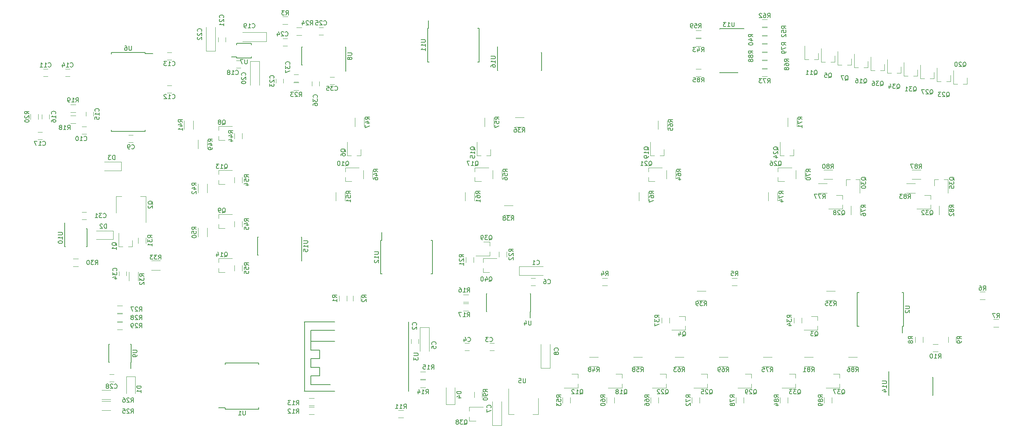
<source format=gbo>
G04 #@! TF.FileFunction,Legend,Bot*
%FSLAX46Y46*%
G04 Gerber Fmt 4.6, Leading zero omitted, Abs format (unit mm)*
G04 Created by KiCad (PCBNEW 4.0.5) date 04/21/17 16:16:48*
%MOMM*%
%LPD*%
G01*
G04 APERTURE LIST*
%ADD10C,0.100000*%
%ADD11C,0.150000*%
%ADD12C,0.120000*%
G04 APERTURE END LIST*
D10*
D11*
X54040000Y-62630000D02*
X54040000Y-62880000D01*
X46290000Y-62630000D02*
X46290000Y-62975000D01*
X46290000Y-80880000D02*
X46290000Y-80535000D01*
X54040000Y-80880000D02*
X54040000Y-80535000D01*
X54040000Y-62630000D02*
X46290000Y-62630000D01*
X54040000Y-80880000D02*
X46290000Y-80880000D01*
X54040000Y-62880000D02*
X55865000Y-62880000D01*
X72528200Y-144923400D02*
X72528200Y-144648400D01*
X80278200Y-144923400D02*
X80278200Y-144568400D01*
X80278200Y-134273400D02*
X80278200Y-134628400D01*
X72528200Y-134273400D02*
X72528200Y-134628400D01*
X72528200Y-144923400D02*
X80278200Y-144923400D01*
X72528200Y-134273400D02*
X80278200Y-134273400D01*
X72528200Y-144648400D02*
X71003200Y-144648400D01*
D12*
X144634000Y-146182000D02*
X143374000Y-146182000D01*
X137814000Y-146182000D02*
X139074000Y-146182000D01*
X144634000Y-142422000D02*
X144634000Y-146182000D01*
X137814000Y-140172000D02*
X137814000Y-146182000D01*
D11*
X135260000Y-62695000D02*
X135285000Y-62695000D01*
X135260000Y-66845000D02*
X135365000Y-66845000D01*
X145410000Y-66845000D02*
X145305000Y-66845000D01*
X145410000Y-62695000D02*
X145305000Y-62695000D01*
X135260000Y-62695000D02*
X135260000Y-66845000D01*
X145410000Y-62695000D02*
X145410000Y-66845000D01*
X135285000Y-62695000D02*
X135285000Y-61320000D01*
X90165000Y-109390000D02*
X90140000Y-109390000D01*
X90165000Y-105240000D02*
X90060000Y-105240000D01*
X80015000Y-105240000D02*
X80120000Y-105240000D01*
X80015000Y-109390000D02*
X80120000Y-109390000D01*
X90165000Y-109390000D02*
X90165000Y-105240000D01*
X80015000Y-109390000D02*
X80015000Y-105240000D01*
X90140000Y-109390000D02*
X90140000Y-110765000D01*
X225430000Y-137625000D02*
X225455000Y-137625000D01*
X225430000Y-141775000D02*
X225535000Y-141775000D01*
X235580000Y-141775000D02*
X235475000Y-141775000D01*
X235580000Y-137625000D02*
X235475000Y-137625000D01*
X225430000Y-137625000D02*
X225430000Y-141775000D01*
X235580000Y-137625000D02*
X235580000Y-141775000D01*
X225455000Y-137625000D02*
X225455000Y-136250000D01*
X190670000Y-57155000D02*
X190670000Y-57180000D01*
X186520000Y-57155000D02*
X186520000Y-57260000D01*
X186520000Y-67305000D02*
X186520000Y-67200000D01*
X190670000Y-67305000D02*
X190670000Y-67200000D01*
X190670000Y-57155000D02*
X186520000Y-57155000D01*
X190670000Y-67305000D02*
X186520000Y-67305000D01*
X190670000Y-57180000D02*
X192045000Y-57180000D01*
X108350000Y-105980000D02*
X108600000Y-105980000D01*
X108350000Y-113730000D02*
X108695000Y-113730000D01*
X120250000Y-113730000D02*
X119905000Y-113730000D01*
X120250000Y-105980000D02*
X119905000Y-105980000D01*
X108350000Y-105980000D02*
X108350000Y-113730000D01*
X120250000Y-105980000D02*
X120250000Y-113730000D01*
X108600000Y-105980000D02*
X108600000Y-104155000D01*
X119145000Y-57085000D02*
X119395000Y-57085000D01*
X119145000Y-64835000D02*
X119490000Y-64835000D01*
X131045000Y-64835000D02*
X130700000Y-64835000D01*
X131045000Y-57085000D02*
X130700000Y-57085000D01*
X119145000Y-57085000D02*
X119145000Y-64835000D01*
X131045000Y-57085000D02*
X131045000Y-64835000D01*
X119395000Y-57085000D02*
X119395000Y-55260000D01*
X35525000Y-103335000D02*
X35575000Y-103335000D01*
X35525000Y-107485000D02*
X35670000Y-107485000D01*
X40675000Y-107485000D02*
X40530000Y-107485000D01*
X40675000Y-103335000D02*
X40530000Y-103335000D01*
X35525000Y-103335000D02*
X35525000Y-107485000D01*
X40675000Y-103335000D02*
X40675000Y-107485000D01*
X35575000Y-103335000D02*
X35575000Y-101935000D01*
X50835000Y-134155000D02*
X50785000Y-134155000D01*
X50835000Y-130005000D02*
X50690000Y-130005000D01*
X45685000Y-130005000D02*
X45830000Y-130005000D01*
X45685000Y-134155000D02*
X45830000Y-134155000D01*
X50835000Y-134155000D02*
X50835000Y-130005000D01*
X45685000Y-134155000D02*
X45685000Y-130005000D01*
X50785000Y-134155000D02*
X50785000Y-135555000D01*
X75160000Y-63905000D02*
X75160000Y-63680000D01*
X78510000Y-63905000D02*
X78510000Y-63605000D01*
X78510000Y-60555000D02*
X78510000Y-60855000D01*
X75160000Y-60555000D02*
X75160000Y-60855000D01*
X75160000Y-63905000D02*
X78510000Y-63905000D01*
X75160000Y-60555000D02*
X78510000Y-60555000D01*
X75160000Y-63680000D02*
X73935000Y-63680000D01*
X228845000Y-125795000D02*
X228570000Y-125795000D01*
X228845000Y-118045000D02*
X228490000Y-118045000D01*
X218195000Y-118045000D02*
X218550000Y-118045000D01*
X218195000Y-125795000D02*
X218550000Y-125795000D01*
X228845000Y-125795000D02*
X228845000Y-118045000D01*
X218195000Y-125795000D02*
X218195000Y-118045000D01*
X228570000Y-125795000D02*
X228570000Y-127320000D01*
D12*
X230775000Y-91875000D02*
X232775000Y-91875000D01*
X232775000Y-89735000D02*
X230775000Y-89735000D01*
X218170000Y-132915000D02*
X216170000Y-132915000D01*
X216170000Y-135055000D02*
X218170000Y-135055000D01*
X229505000Y-95050000D02*
X231505000Y-95050000D01*
X231505000Y-92910000D02*
X229505000Y-92910000D01*
X237055000Y-98060000D02*
X237055000Y-100060000D01*
X239195000Y-100060000D02*
X239195000Y-98060000D01*
X208010000Y-132915000D02*
X206010000Y-132915000D01*
X206010000Y-135055000D02*
X208010000Y-135055000D01*
X210455000Y-91875000D02*
X212455000Y-91875000D01*
X212455000Y-89735000D02*
X210455000Y-89735000D01*
X209185000Y-95050000D02*
X211185000Y-95050000D01*
X211185000Y-92910000D02*
X209185000Y-92910000D01*
X216735000Y-98060000D02*
X216735000Y-100060000D01*
X218875000Y-100060000D02*
X218875000Y-98060000D01*
X198485000Y-132915000D02*
X196485000Y-132915000D01*
X196485000Y-135055000D02*
X198485000Y-135055000D01*
X199825000Y-96885000D02*
X199825000Y-94885000D01*
X197685000Y-94885000D02*
X197685000Y-96885000D01*
X202130000Y-77740000D02*
X202130000Y-79740000D01*
X204270000Y-79740000D02*
X204270000Y-77740000D01*
X204035000Y-89805000D02*
X204035000Y-91805000D01*
X206175000Y-91805000D02*
X206175000Y-89805000D01*
X188325000Y-132915000D02*
X186325000Y-132915000D01*
X186325000Y-135055000D02*
X188325000Y-135055000D01*
X169980000Y-96885000D02*
X169980000Y-94885000D01*
X167840000Y-94885000D02*
X167840000Y-96885000D01*
X172285000Y-78375000D02*
X172285000Y-80375000D01*
X174425000Y-80375000D02*
X174425000Y-78375000D01*
X174190000Y-89805000D02*
X174190000Y-91805000D01*
X176330000Y-91805000D02*
X176330000Y-89805000D01*
X178165000Y-132915000D02*
X176165000Y-132915000D01*
X176165000Y-135055000D02*
X178165000Y-135055000D01*
X168640000Y-132915000D02*
X166640000Y-132915000D01*
X166640000Y-135055000D02*
X168640000Y-135055000D01*
X132280000Y-77740000D02*
X132280000Y-79740000D01*
X134420000Y-79740000D02*
X134420000Y-77740000D01*
X134185000Y-89805000D02*
X134185000Y-91805000D01*
X136325000Y-91805000D02*
X136325000Y-89805000D01*
X100130000Y-96885000D02*
X100130000Y-94885000D01*
X97990000Y-94885000D02*
X97990000Y-96885000D01*
X66240000Y-103140000D02*
X66240000Y-105140000D01*
X68380000Y-105140000D02*
X68380000Y-103140000D01*
X66240000Y-82820000D02*
X66240000Y-84820000D01*
X68380000Y-84820000D02*
X68380000Y-82820000D01*
X158480000Y-132915000D02*
X156480000Y-132915000D01*
X156480000Y-135055000D02*
X158480000Y-135055000D01*
X102435000Y-77740000D02*
X102435000Y-79740000D01*
X104575000Y-79740000D02*
X104575000Y-77740000D01*
X104340000Y-89805000D02*
X104340000Y-91805000D01*
X106480000Y-91805000D02*
X106480000Y-89805000D01*
X66240000Y-92980000D02*
X66240000Y-94980000D01*
X68380000Y-94980000D02*
X68380000Y-92980000D01*
X65205000Y-80375000D02*
X65205000Y-78375000D01*
X63065000Y-78375000D02*
X63065000Y-80375000D01*
X183245000Y-117675000D02*
X181245000Y-117675000D01*
X181245000Y-119815000D02*
X183245000Y-119815000D01*
X138795000Y-97990000D02*
X136795000Y-97990000D01*
X136795000Y-100130000D02*
X138795000Y-100130000D01*
X141335000Y-77670000D02*
X139335000Y-77670000D01*
X139335000Y-79810000D02*
X141335000Y-79810000D01*
X213090000Y-117675000D02*
X211090000Y-117675000D01*
X211090000Y-119815000D02*
X213090000Y-119815000D01*
X55515000Y-112830000D02*
X57515000Y-112830000D01*
X57515000Y-110690000D02*
X55515000Y-110690000D01*
X52505000Y-115300000D02*
X52505000Y-113300000D01*
X50365000Y-113300000D02*
X50365000Y-115300000D01*
X38700000Y-110245000D02*
X37500000Y-110245000D01*
X37500000Y-112005000D02*
X38700000Y-112005000D01*
X48860000Y-124850000D02*
X47660000Y-124850000D01*
X47660000Y-126610000D02*
X48860000Y-126610000D01*
X48860000Y-122945000D02*
X47660000Y-122945000D01*
X47660000Y-124705000D02*
X48860000Y-124705000D01*
X48860000Y-121040000D02*
X47660000Y-121040000D01*
X47660000Y-122800000D02*
X48860000Y-122800000D01*
X46085000Y-140535000D02*
X44085000Y-140535000D01*
X44085000Y-142675000D02*
X46085000Y-142675000D01*
X46085000Y-143075000D02*
X44085000Y-143075000D01*
X44085000Y-145215000D02*
X46085000Y-145215000D01*
X38065000Y-74685000D02*
X36865000Y-74685000D01*
X36865000Y-76445000D02*
X38065000Y-76445000D01*
X38065000Y-77225000D02*
X36865000Y-77225000D01*
X36865000Y-78985000D02*
X38065000Y-78985000D01*
X214120000Y-136850000D02*
X214120000Y-137780000D01*
X214120000Y-140010000D02*
X214120000Y-139080000D01*
X214120000Y-140010000D02*
X210960000Y-140010000D01*
X214120000Y-136850000D02*
X212660000Y-136850000D01*
X224465000Y-66800000D02*
X223535000Y-66800000D01*
X221305000Y-66800000D02*
X222235000Y-66800000D01*
X221305000Y-66800000D02*
X221305000Y-63640000D01*
X224465000Y-66800000D02*
X224465000Y-65340000D01*
X235910000Y-91950000D02*
X236840000Y-91950000D01*
X239070000Y-91950000D02*
X238140000Y-91950000D01*
X239070000Y-91950000D02*
X239070000Y-95110000D01*
X235910000Y-91950000D02*
X235910000Y-93410000D01*
X228275000Y-67435000D02*
X227345000Y-67435000D01*
X225115000Y-67435000D02*
X226045000Y-67435000D01*
X225115000Y-67435000D02*
X225115000Y-64275000D01*
X228275000Y-67435000D02*
X228275000Y-65975000D01*
X203960000Y-136850000D02*
X203960000Y-137780000D01*
X203960000Y-140010000D02*
X203960000Y-139080000D01*
X203960000Y-140010000D02*
X200800000Y-140010000D01*
X203960000Y-136850000D02*
X202500000Y-136850000D01*
X235075000Y-95575000D02*
X235075000Y-96505000D01*
X235075000Y-98735000D02*
X235075000Y-97805000D01*
X235075000Y-98735000D02*
X231915000Y-98735000D01*
X235075000Y-95575000D02*
X233615000Y-95575000D01*
X232085000Y-68070000D02*
X231155000Y-68070000D01*
X228925000Y-68070000D02*
X229855000Y-68070000D01*
X228925000Y-68070000D02*
X228925000Y-64910000D01*
X232085000Y-68070000D02*
X232085000Y-66610000D01*
X215590000Y-91950000D02*
X216520000Y-91950000D01*
X218750000Y-91950000D02*
X217820000Y-91950000D01*
X218750000Y-91950000D02*
X218750000Y-95110000D01*
X215590000Y-91950000D02*
X215590000Y-93410000D01*
X193800000Y-136850000D02*
X193800000Y-137780000D01*
X193800000Y-140010000D02*
X193800000Y-139080000D01*
X193800000Y-140010000D02*
X190640000Y-140010000D01*
X193800000Y-136850000D02*
X192340000Y-136850000D01*
X214755000Y-95575000D02*
X214755000Y-96505000D01*
X214755000Y-98735000D02*
X214755000Y-97805000D01*
X214755000Y-98735000D02*
X211595000Y-98735000D01*
X214755000Y-95575000D02*
X213295000Y-95575000D01*
X235895000Y-68705000D02*
X234965000Y-68705000D01*
X232735000Y-68705000D02*
X233665000Y-68705000D01*
X232735000Y-68705000D02*
X232735000Y-65545000D01*
X235895000Y-68705000D02*
X235895000Y-67245000D01*
X199900000Y-92385000D02*
X199900000Y-91455000D01*
X199900000Y-89225000D02*
X199900000Y-90155000D01*
X199900000Y-89225000D02*
X203060000Y-89225000D01*
X199900000Y-92385000D02*
X201360000Y-92385000D01*
X183640000Y-136850000D02*
X183640000Y-137780000D01*
X183640000Y-140010000D02*
X183640000Y-139080000D01*
X183640000Y-140010000D02*
X180480000Y-140010000D01*
X183640000Y-136850000D02*
X182180000Y-136850000D01*
X203510000Y-86485000D02*
X202580000Y-86485000D01*
X200350000Y-86485000D02*
X201280000Y-86485000D01*
X200350000Y-86485000D02*
X200350000Y-83325000D01*
X203510000Y-86485000D02*
X203510000Y-85025000D01*
X239705000Y-69340000D02*
X238775000Y-69340000D01*
X236545000Y-69340000D02*
X237475000Y-69340000D01*
X236545000Y-69340000D02*
X236545000Y-66180000D01*
X239705000Y-69340000D02*
X239705000Y-67880000D01*
X174115000Y-136850000D02*
X174115000Y-137780000D01*
X174115000Y-140010000D02*
X174115000Y-139080000D01*
X174115000Y-140010000D02*
X170955000Y-140010000D01*
X174115000Y-136850000D02*
X172655000Y-136850000D01*
X170055000Y-92385000D02*
X170055000Y-91455000D01*
X170055000Y-89225000D02*
X170055000Y-90155000D01*
X170055000Y-89225000D02*
X173215000Y-89225000D01*
X170055000Y-92385000D02*
X171515000Y-92385000D01*
X243515000Y-69975000D02*
X242585000Y-69975000D01*
X240355000Y-69975000D02*
X241285000Y-69975000D01*
X240355000Y-69975000D02*
X240355000Y-66815000D01*
X243515000Y-69975000D02*
X243515000Y-68515000D01*
X173665000Y-86485000D02*
X172735000Y-86485000D01*
X170505000Y-86485000D02*
X171435000Y-86485000D01*
X170505000Y-86485000D02*
X170505000Y-83325000D01*
X173665000Y-86485000D02*
X173665000Y-85025000D01*
X163955000Y-136850000D02*
X163955000Y-137780000D01*
X163955000Y-140010000D02*
X163955000Y-139080000D01*
X163955000Y-140010000D02*
X160795000Y-140010000D01*
X163955000Y-136850000D02*
X162495000Y-136850000D01*
X220655000Y-66165000D02*
X219725000Y-66165000D01*
X217495000Y-66165000D02*
X218425000Y-66165000D01*
X217495000Y-66165000D02*
X217495000Y-63005000D01*
X220655000Y-66165000D02*
X220655000Y-64705000D01*
X133660000Y-86485000D02*
X132730000Y-86485000D01*
X130500000Y-86485000D02*
X131430000Y-86485000D01*
X130500000Y-86485000D02*
X130500000Y-83325000D01*
X133660000Y-86485000D02*
X133660000Y-85025000D01*
X70995000Y-113340000D02*
X70995000Y-112410000D01*
X70995000Y-110180000D02*
X70995000Y-111110000D01*
X70995000Y-110180000D02*
X74155000Y-110180000D01*
X70995000Y-113340000D02*
X72455000Y-113340000D01*
X70995000Y-93020000D02*
X70995000Y-92090000D01*
X70995000Y-89860000D02*
X70995000Y-90790000D01*
X70995000Y-89860000D02*
X74155000Y-89860000D01*
X70995000Y-93020000D02*
X72455000Y-93020000D01*
X153795000Y-136850000D02*
X153795000Y-137780000D01*
X153795000Y-140010000D02*
X153795000Y-139080000D01*
X153795000Y-140010000D02*
X150635000Y-140010000D01*
X153795000Y-136850000D02*
X152335000Y-136850000D01*
X209225000Y-64260000D02*
X208295000Y-64260000D01*
X206065000Y-64260000D02*
X206995000Y-64260000D01*
X206065000Y-64260000D02*
X206065000Y-61100000D01*
X209225000Y-64260000D02*
X209225000Y-62800000D01*
X100205000Y-92385000D02*
X100205000Y-91455000D01*
X100205000Y-89225000D02*
X100205000Y-90155000D01*
X100205000Y-89225000D02*
X103365000Y-89225000D01*
X100205000Y-92385000D02*
X101665000Y-92385000D01*
X70995000Y-103180000D02*
X70995000Y-102250000D01*
X70995000Y-100020000D02*
X70995000Y-100950000D01*
X70995000Y-100020000D02*
X74155000Y-100020000D01*
X70995000Y-103180000D02*
X72455000Y-103180000D01*
X70995000Y-82860000D02*
X70995000Y-81930000D01*
X70995000Y-79700000D02*
X70995000Y-80630000D01*
X70995000Y-79700000D02*
X74155000Y-79700000D01*
X70995000Y-82860000D02*
X72455000Y-82860000D01*
X216845000Y-65530000D02*
X215915000Y-65530000D01*
X213685000Y-65530000D02*
X214615000Y-65530000D01*
X213685000Y-65530000D02*
X213685000Y-62370000D01*
X216845000Y-65530000D02*
X216845000Y-64070000D01*
X103815000Y-86485000D02*
X102885000Y-86485000D01*
X100655000Y-86485000D02*
X101585000Y-86485000D01*
X100655000Y-86485000D02*
X100655000Y-83325000D01*
X103815000Y-86485000D02*
X103815000Y-85025000D01*
X213035000Y-64895000D02*
X212105000Y-64895000D01*
X209875000Y-64895000D02*
X210805000Y-64895000D01*
X209875000Y-64895000D02*
X209875000Y-61735000D01*
X213035000Y-64895000D02*
X213035000Y-63435000D01*
X178560000Y-123515000D02*
X178560000Y-124445000D01*
X178560000Y-126675000D02*
X178560000Y-125745000D01*
X178560000Y-126675000D02*
X175400000Y-126675000D01*
X178560000Y-123515000D02*
X177100000Y-123515000D01*
X209040000Y-123515000D02*
X209040000Y-124445000D01*
X209040000Y-126675000D02*
X209040000Y-125745000D01*
X209040000Y-126675000D02*
X205880000Y-126675000D01*
X209040000Y-123515000D02*
X207580000Y-123515000D01*
X51110000Y-107440000D02*
X50180000Y-107440000D01*
X47950000Y-107440000D02*
X48880000Y-107440000D01*
X47950000Y-107440000D02*
X47950000Y-104280000D01*
X51110000Y-107440000D02*
X51110000Y-105980000D01*
X48605000Y-87900000D02*
X48605000Y-89900000D01*
X48605000Y-89900000D02*
X44705000Y-89900000D01*
X48605000Y-87900000D02*
X44705000Y-87900000D01*
X46700000Y-103775000D02*
X46700000Y-105775000D01*
X46700000Y-105775000D02*
X42800000Y-105775000D01*
X46700000Y-103775000D02*
X42800000Y-103775000D01*
X49800000Y-137450000D02*
X51800000Y-137450000D01*
X51800000Y-137450000D02*
X51800000Y-141350000D01*
X49800000Y-137450000D02*
X49800000Y-141350000D01*
X140245000Y-114080000D02*
X145745000Y-114080000D01*
X140245000Y-111980000D02*
X145745000Y-111980000D01*
X140245000Y-114080000D02*
X140245000Y-111980000D01*
X115337220Y-129796160D02*
X115337220Y-128796160D01*
X117037220Y-128796160D02*
X117037220Y-129796160D01*
X133485000Y-129706000D02*
X134485000Y-129706000D01*
X134485000Y-131406000D02*
X133485000Y-131406000D01*
X127770000Y-129706000D02*
X128770000Y-129706000D01*
X128770000Y-131406000D02*
X127770000Y-131406000D01*
X117438460Y-126051480D02*
X117438460Y-131551480D01*
X119538460Y-126051480D02*
X119538460Y-131551480D01*
X117438460Y-126051480D02*
X119538460Y-126051480D01*
X144010000Y-116420000D02*
X143010000Y-116420000D01*
X143010000Y-114720000D02*
X144010000Y-114720000D01*
X136178000Y-148680000D02*
X136178000Y-143180000D01*
X134078000Y-148680000D02*
X134078000Y-143180000D01*
X136178000Y-148680000D02*
X134078000Y-148680000D01*
X147354000Y-135472000D02*
X147354000Y-129972000D01*
X145254000Y-135472000D02*
X145254000Y-129972000D01*
X147354000Y-135472000D02*
X145254000Y-135472000D01*
X50300000Y-81700000D02*
X51300000Y-81700000D01*
X51300000Y-83400000D02*
X50300000Y-83400000D01*
X39505000Y-79795000D02*
X40505000Y-79795000D01*
X40505000Y-81495000D02*
X39505000Y-81495000D01*
X30615000Y-66460000D02*
X31615000Y-66460000D01*
X31615000Y-68160000D02*
X30615000Y-68160000D01*
X60190000Y-71970000D02*
X59190000Y-71970000D01*
X59190000Y-70270000D02*
X60190000Y-70270000D01*
X60190000Y-64350000D02*
X59190000Y-64350000D01*
X59190000Y-62650000D02*
X60190000Y-62650000D01*
X35695000Y-66460000D02*
X36695000Y-66460000D01*
X36695000Y-68160000D02*
X35695000Y-68160000D01*
X42125000Y-76335000D02*
X42125000Y-77335000D01*
X40425000Y-77335000D02*
X40425000Y-76335000D01*
X30265000Y-77970000D02*
X30265000Y-76970000D01*
X31965000Y-76970000D02*
X31965000Y-77970000D01*
X30345000Y-82765000D02*
X29345000Y-82765000D01*
X29345000Y-81065000D02*
X30345000Y-81065000D01*
X75065000Y-64555000D02*
X76065000Y-64555000D01*
X76065000Y-66255000D02*
X75065000Y-66255000D01*
X82005000Y-58005000D02*
X76505000Y-58005000D01*
X82005000Y-60105000D02*
X76505000Y-60105000D01*
X82005000Y-58005000D02*
X82005000Y-60105000D01*
X78325000Y-64680000D02*
X78325000Y-70180000D01*
X80425000Y-64680000D02*
X80425000Y-70180000D01*
X78325000Y-64680000D02*
X80425000Y-64680000D01*
X72605000Y-59190000D02*
X72605000Y-60190000D01*
X70905000Y-60190000D02*
X70905000Y-59190000D01*
X70265000Y-62320000D02*
X70265000Y-56820000D01*
X68165000Y-62320000D02*
X68165000Y-56820000D01*
X70265000Y-62320000D02*
X68165000Y-62320000D01*
X84240000Y-69715000D02*
X84240000Y-68715000D01*
X85940000Y-68715000D02*
X85940000Y-69715000D01*
X85860000Y-59475000D02*
X86860000Y-59475000D01*
X86860000Y-61175000D02*
X85860000Y-61175000D01*
X45855000Y-136945000D02*
X46855000Y-136945000D01*
X46855000Y-138645000D02*
X45855000Y-138645000D01*
X48045000Y-114165000D02*
X48045000Y-113165000D01*
X49745000Y-113165000D02*
X49745000Y-114165000D01*
X98815000Y-118780000D02*
X98815000Y-119980000D01*
X100575000Y-119980000D02*
X100575000Y-118780000D01*
X101990000Y-118780000D02*
X101990000Y-119980000D01*
X103750000Y-119980000D02*
X103750000Y-118780000D01*
X85760000Y-56125000D02*
X86960000Y-56125000D01*
X86960000Y-54365000D02*
X85760000Y-54365000D01*
X160620000Y-114690000D02*
X159420000Y-114690000D01*
X159420000Y-116450000D02*
X160620000Y-116450000D01*
X190465000Y-114690000D02*
X189265000Y-114690000D01*
X189265000Y-116450000D02*
X190465000Y-116450000D01*
X246415000Y-119625000D02*
X247615000Y-119625000D01*
X247615000Y-117865000D02*
X246415000Y-117865000D01*
X249590000Y-125975000D02*
X250790000Y-125975000D01*
X250790000Y-124215000D02*
X249590000Y-124215000D01*
X231530000Y-128305000D02*
X231530000Y-129505000D01*
X233290000Y-129505000D02*
X233290000Y-128305000D01*
X239150000Y-128305000D02*
X239150000Y-129505000D01*
X240910000Y-129505000D02*
X240910000Y-128305000D01*
X235620000Y-131690000D02*
X236820000Y-131690000D01*
X236820000Y-129930000D02*
X235620000Y-129930000D01*
X112430000Y-146930000D02*
X113630000Y-146930000D01*
X113630000Y-145170000D02*
X112430000Y-145170000D01*
X91856000Y-146168000D02*
X93056000Y-146168000D01*
X93056000Y-144408000D02*
X91856000Y-144408000D01*
X91856000Y-144136000D02*
X93056000Y-144136000D01*
X93056000Y-142376000D02*
X91856000Y-142376000D01*
X117510000Y-139945000D02*
X118710000Y-139945000D01*
X118710000Y-138185000D02*
X117510000Y-138185000D01*
X117510000Y-138040000D02*
X118710000Y-138040000D01*
X118710000Y-136280000D02*
X117510000Y-136280000D01*
X127416000Y-120260000D02*
X128616000Y-120260000D01*
X128616000Y-118500000D02*
X127416000Y-118500000D01*
X127416000Y-122292000D02*
X128616000Y-122292000D01*
X128616000Y-120532000D02*
X127416000Y-120532000D01*
X29455000Y-78070000D02*
X29455000Y-76870000D01*
X27695000Y-76870000D02*
X27695000Y-78070000D01*
X88300000Y-71365000D02*
X89500000Y-71365000D01*
X89500000Y-69605000D02*
X88300000Y-69605000D01*
X88935000Y-58665000D02*
X90135000Y-58665000D01*
X90135000Y-56905000D02*
X88935000Y-56905000D01*
X54220000Y-106645000D02*
X54220000Y-105445000D01*
X52460000Y-105445000D02*
X52460000Y-106645000D01*
X203590000Y-123860000D02*
X203590000Y-125060000D01*
X205350000Y-125060000D02*
X205350000Y-123860000D01*
X173110000Y-123860000D02*
X173110000Y-125060000D01*
X174870000Y-125060000D02*
X174870000Y-123860000D01*
X196250000Y-60570000D02*
X197450000Y-60570000D01*
X197450000Y-58810000D02*
X196250000Y-58810000D01*
X182210000Y-59445000D02*
X181010000Y-59445000D01*
X181010000Y-61205000D02*
X182210000Y-61205000D01*
X76445000Y-82515000D02*
X76445000Y-81315000D01*
X74685000Y-81315000D02*
X74685000Y-82515000D01*
X76445000Y-102835000D02*
X76445000Y-101635000D01*
X74685000Y-101635000D02*
X74685000Y-102835000D01*
X196250000Y-58665000D02*
X197450000Y-58665000D01*
X197450000Y-56905000D02*
X196250000Y-56905000D01*
X152010000Y-143475000D02*
X152010000Y-142275000D01*
X150250000Y-142275000D02*
X150250000Y-143475000D01*
X76445000Y-92675000D02*
X76445000Y-91475000D01*
X74685000Y-91475000D02*
X74685000Y-92675000D01*
X76445000Y-112995000D02*
X76445000Y-111795000D01*
X74685000Y-111795000D02*
X74685000Y-112995000D01*
X182210000Y-57540000D02*
X181010000Y-57540000D01*
X181010000Y-59300000D02*
X182210000Y-59300000D01*
X162170000Y-143475000D02*
X162170000Y-142275000D01*
X160410000Y-142275000D02*
X160410000Y-143475000D01*
X196250000Y-56760000D02*
X197450000Y-56760000D01*
X197450000Y-55000000D02*
X196250000Y-55000000D01*
X172330000Y-143475000D02*
X172330000Y-142275000D01*
X170570000Y-142275000D02*
X170570000Y-143475000D01*
X196250000Y-66285000D02*
X197450000Y-66285000D01*
X197450000Y-64525000D02*
X196250000Y-64525000D01*
X181855000Y-143475000D02*
X181855000Y-142275000D01*
X180095000Y-142275000D02*
X180095000Y-143475000D01*
X196250000Y-68190000D02*
X197450000Y-68190000D01*
X197450000Y-66430000D02*
X196250000Y-66430000D01*
X192015000Y-143475000D02*
X192015000Y-142275000D01*
X190255000Y-142275000D02*
X190255000Y-143475000D01*
X196250000Y-62475000D02*
X197450000Y-62475000D01*
X197450000Y-60715000D02*
X196250000Y-60715000D01*
X202175000Y-143475000D02*
X202175000Y-142275000D01*
X200415000Y-142275000D02*
X200415000Y-143475000D01*
X182210000Y-66430000D02*
X181010000Y-66430000D01*
X181010000Y-68190000D02*
X182210000Y-68190000D01*
X196250000Y-64380000D02*
X197450000Y-64380000D01*
X197450000Y-62620000D02*
X196250000Y-62620000D01*
X212335000Y-143475000D02*
X212335000Y-142275000D01*
X210575000Y-142275000D02*
X210575000Y-143475000D01*
X40505000Y-101180000D02*
X39505000Y-101180000D01*
X39505000Y-99480000D02*
X40505000Y-99480000D01*
D11*
X142870000Y-122471000D02*
X142845000Y-122471000D01*
X142870000Y-118321000D02*
X142765000Y-118321000D01*
X132720000Y-118321000D02*
X132825000Y-118321000D01*
X132720000Y-122471000D02*
X132825000Y-122471000D01*
X142870000Y-122471000D02*
X142870000Y-118321000D01*
X132720000Y-122471000D02*
X132720000Y-118321000D01*
X142845000Y-122471000D02*
X142845000Y-123846000D01*
D12*
X129975000Y-96885000D02*
X129975000Y-94885000D01*
X127835000Y-94885000D02*
X127835000Y-96885000D01*
X130050000Y-92385000D02*
X130050000Y-91455000D01*
X130050000Y-89225000D02*
X130050000Y-90155000D01*
X130050000Y-89225000D02*
X133210000Y-89225000D01*
X130050000Y-92385000D02*
X131510000Y-92385000D01*
X94115000Y-56935000D02*
X95115000Y-56935000D01*
X95115000Y-58635000D02*
X94115000Y-58635000D01*
X97655000Y-70065000D02*
X96655000Y-70065000D01*
X96655000Y-68365000D02*
X97655000Y-68365000D01*
X92495000Y-70350000D02*
X92495000Y-69350000D01*
X94195000Y-69350000D02*
X94195000Y-70350000D01*
X88400000Y-67730000D02*
X89400000Y-67730000D01*
X89400000Y-69430000D02*
X88400000Y-69430000D01*
D11*
X100325000Y-65575000D02*
X100300000Y-65575000D01*
X100325000Y-61425000D02*
X100220000Y-61425000D01*
X90175000Y-61425000D02*
X90280000Y-61425000D01*
X90175000Y-65575000D02*
X90280000Y-65575000D01*
X100325000Y-65575000D02*
X100325000Y-61425000D01*
X90175000Y-65575000D02*
X90175000Y-61425000D01*
X100300000Y-65575000D02*
X100300000Y-66950000D01*
D12*
X125460000Y-143855000D02*
X123460000Y-143855000D01*
X123460000Y-143855000D02*
X123460000Y-139955000D01*
X125460000Y-143855000D02*
X125460000Y-139955000D01*
X128780000Y-147630000D02*
X128780000Y-146700000D01*
X128780000Y-144470000D02*
X128780000Y-145400000D01*
X128780000Y-144470000D02*
X131940000Y-144470000D01*
X128780000Y-147630000D02*
X130240000Y-147630000D01*
X128025000Y-109890000D02*
X128025000Y-111090000D01*
X129785000Y-111090000D02*
X129785000Y-109890000D01*
D11*
X94267360Y-139288660D02*
X96767360Y-139288660D01*
X92267360Y-129288660D02*
X92267360Y-131288660D01*
X92267360Y-131288660D02*
X94267360Y-131288660D01*
X94267360Y-131288660D02*
X94267360Y-133288660D01*
X94267360Y-133288660D02*
X92267360Y-133288660D01*
X92267360Y-133288660D02*
X92267360Y-135288660D01*
X92267360Y-135288660D02*
X94267360Y-135288660D01*
X94267360Y-135288660D02*
X94267360Y-137288660D01*
X94267360Y-137288660D02*
X92267360Y-137288660D01*
X92267360Y-137288660D02*
X92267360Y-139288660D01*
X92267360Y-139288660D02*
X94267360Y-139288660D01*
X97767360Y-126788660D02*
X92267360Y-126788660D01*
X92267360Y-126788660D02*
X92267360Y-129288660D01*
X92267360Y-129288660D02*
X97767360Y-129288660D01*
X90767360Y-140788660D02*
X97767360Y-140788660D01*
X90767360Y-124788660D02*
X97767360Y-124788660D01*
X90787310Y-124788660D02*
X90787310Y-140788660D01*
X114767360Y-124788660D02*
X114767360Y-140788660D01*
D12*
X133475000Y-106370000D02*
X133475000Y-107300000D01*
X133475000Y-109530000D02*
X133475000Y-108600000D01*
X133475000Y-109530000D02*
X130315000Y-109530000D01*
X133475000Y-106370000D02*
X132015000Y-106370000D01*
X131955000Y-113340000D02*
X131955000Y-112410000D01*
X131955000Y-110180000D02*
X131955000Y-111110000D01*
X131955000Y-110180000D02*
X135115000Y-110180000D01*
X131955000Y-113340000D02*
X133415000Y-113340000D01*
X137405000Y-109820000D02*
X137405000Y-108620000D01*
X135645000Y-108620000D02*
X135645000Y-109820000D01*
X129930000Y-141005000D02*
X129930000Y-142205000D01*
X131690000Y-142205000D02*
X131690000Y-141005000D01*
X47390000Y-95880000D02*
X48650000Y-95880000D01*
X54210000Y-95880000D02*
X52950000Y-95880000D01*
X47390000Y-99640000D02*
X47390000Y-95880000D01*
X54210000Y-101890000D02*
X54210000Y-95880000D01*
D11*
X50926905Y-61157381D02*
X50926905Y-61966905D01*
X50879286Y-62062143D01*
X50831667Y-62109762D01*
X50736429Y-62157381D01*
X50545952Y-62157381D01*
X50450714Y-62109762D01*
X50403095Y-62062143D01*
X50355476Y-61966905D01*
X50355476Y-61157381D01*
X49450714Y-61157381D02*
X49641191Y-61157381D01*
X49736429Y-61205000D01*
X49784048Y-61252619D01*
X49879286Y-61395476D01*
X49926905Y-61585952D01*
X49926905Y-61966905D01*
X49879286Y-62062143D01*
X49831667Y-62109762D01*
X49736429Y-62157381D01*
X49545952Y-62157381D01*
X49450714Y-62109762D01*
X49403095Y-62062143D01*
X49355476Y-61966905D01*
X49355476Y-61728810D01*
X49403095Y-61633571D01*
X49450714Y-61585952D01*
X49545952Y-61538333D01*
X49736429Y-61538333D01*
X49831667Y-61585952D01*
X49879286Y-61633571D01*
X49926905Y-61728810D01*
X77165105Y-145300781D02*
X77165105Y-146110305D01*
X77117486Y-146205543D01*
X77069867Y-146253162D01*
X76974629Y-146300781D01*
X76784152Y-146300781D01*
X76688914Y-146253162D01*
X76641295Y-146205543D01*
X76593676Y-146110305D01*
X76593676Y-145300781D01*
X75593676Y-146300781D02*
X76165105Y-146300781D01*
X75879391Y-146300781D02*
X75879391Y-145300781D01*
X75974629Y-145443638D01*
X76069867Y-145538876D01*
X76165105Y-145586495D01*
X141731905Y-137882381D02*
X141731905Y-138691905D01*
X141684286Y-138787143D01*
X141636667Y-138834762D01*
X141541429Y-138882381D01*
X141350952Y-138882381D01*
X141255714Y-138834762D01*
X141208095Y-138787143D01*
X141160476Y-138691905D01*
X141160476Y-137882381D01*
X140208095Y-137882381D02*
X140684286Y-137882381D01*
X140731905Y-138358571D01*
X140684286Y-138310952D01*
X140589048Y-138263333D01*
X140350952Y-138263333D01*
X140255714Y-138310952D01*
X140208095Y-138358571D01*
X140160476Y-138453810D01*
X140160476Y-138691905D01*
X140208095Y-138787143D01*
X140255714Y-138834762D01*
X140350952Y-138882381D01*
X140589048Y-138882381D01*
X140684286Y-138834762D01*
X140731905Y-138787143D01*
X133787381Y-63531905D02*
X134596905Y-63531905D01*
X134692143Y-63579524D01*
X134739762Y-63627143D01*
X134787381Y-63722381D01*
X134787381Y-63912858D01*
X134739762Y-64008096D01*
X134692143Y-64055715D01*
X134596905Y-64103334D01*
X133787381Y-64103334D01*
X134787381Y-65103334D02*
X134787381Y-64531905D01*
X134787381Y-64817619D02*
X133787381Y-64817619D01*
X133930238Y-64722381D01*
X134025476Y-64627143D01*
X134073095Y-64531905D01*
X133787381Y-65960477D02*
X133787381Y-65770000D01*
X133835000Y-65674762D01*
X133882619Y-65627143D01*
X134025476Y-65531905D01*
X134215952Y-65484286D01*
X134596905Y-65484286D01*
X134692143Y-65531905D01*
X134739762Y-65579524D01*
X134787381Y-65674762D01*
X134787381Y-65865239D01*
X134739762Y-65960477D01*
X134692143Y-66008096D01*
X134596905Y-66055715D01*
X134358810Y-66055715D01*
X134263571Y-66008096D01*
X134215952Y-65960477D01*
X134168333Y-65865239D01*
X134168333Y-65674762D01*
X134215952Y-65579524D01*
X134263571Y-65531905D01*
X134358810Y-65484286D01*
X90542381Y-106076905D02*
X91351905Y-106076905D01*
X91447143Y-106124524D01*
X91494762Y-106172143D01*
X91542381Y-106267381D01*
X91542381Y-106457858D01*
X91494762Y-106553096D01*
X91447143Y-106600715D01*
X91351905Y-106648334D01*
X90542381Y-106648334D01*
X91542381Y-107648334D02*
X91542381Y-107076905D01*
X91542381Y-107362619D02*
X90542381Y-107362619D01*
X90685238Y-107267381D01*
X90780476Y-107172143D01*
X90828095Y-107076905D01*
X90542381Y-108553096D02*
X90542381Y-108076905D01*
X91018571Y-108029286D01*
X90970952Y-108076905D01*
X90923333Y-108172143D01*
X90923333Y-108410239D01*
X90970952Y-108505477D01*
X91018571Y-108553096D01*
X91113810Y-108600715D01*
X91351905Y-108600715D01*
X91447143Y-108553096D01*
X91494762Y-108505477D01*
X91542381Y-108410239D01*
X91542381Y-108172143D01*
X91494762Y-108076905D01*
X91447143Y-108029286D01*
X223957381Y-138461905D02*
X224766905Y-138461905D01*
X224862143Y-138509524D01*
X224909762Y-138557143D01*
X224957381Y-138652381D01*
X224957381Y-138842858D01*
X224909762Y-138938096D01*
X224862143Y-138985715D01*
X224766905Y-139033334D01*
X223957381Y-139033334D01*
X224957381Y-140033334D02*
X224957381Y-139461905D01*
X224957381Y-139747619D02*
X223957381Y-139747619D01*
X224100238Y-139652381D01*
X224195476Y-139557143D01*
X224243095Y-139461905D01*
X224290714Y-140890477D02*
X224957381Y-140890477D01*
X223909762Y-140652381D02*
X224624048Y-140414286D01*
X224624048Y-141033334D01*
X189833095Y-55682381D02*
X189833095Y-56491905D01*
X189785476Y-56587143D01*
X189737857Y-56634762D01*
X189642619Y-56682381D01*
X189452142Y-56682381D01*
X189356904Y-56634762D01*
X189309285Y-56587143D01*
X189261666Y-56491905D01*
X189261666Y-55682381D01*
X188261666Y-56682381D02*
X188833095Y-56682381D01*
X188547381Y-56682381D02*
X188547381Y-55682381D01*
X188642619Y-55825238D01*
X188737857Y-55920476D01*
X188833095Y-55968095D01*
X187928333Y-55682381D02*
X187309285Y-55682381D01*
X187642619Y-56063333D01*
X187499761Y-56063333D01*
X187404523Y-56110952D01*
X187356904Y-56158571D01*
X187309285Y-56253810D01*
X187309285Y-56491905D01*
X187356904Y-56587143D01*
X187404523Y-56634762D01*
X187499761Y-56682381D01*
X187785476Y-56682381D01*
X187880714Y-56634762D01*
X187928333Y-56587143D01*
X106877381Y-108616905D02*
X107686905Y-108616905D01*
X107782143Y-108664524D01*
X107829762Y-108712143D01*
X107877381Y-108807381D01*
X107877381Y-108997858D01*
X107829762Y-109093096D01*
X107782143Y-109140715D01*
X107686905Y-109188334D01*
X106877381Y-109188334D01*
X107877381Y-110188334D02*
X107877381Y-109616905D01*
X107877381Y-109902619D02*
X106877381Y-109902619D01*
X107020238Y-109807381D01*
X107115476Y-109712143D01*
X107163095Y-109616905D01*
X106972619Y-110569286D02*
X106925000Y-110616905D01*
X106877381Y-110712143D01*
X106877381Y-110950239D01*
X106925000Y-111045477D01*
X106972619Y-111093096D01*
X107067857Y-111140715D01*
X107163095Y-111140715D01*
X107305952Y-111093096D01*
X107877381Y-110521667D01*
X107877381Y-111140715D01*
X117672381Y-59721905D02*
X118481905Y-59721905D01*
X118577143Y-59769524D01*
X118624762Y-59817143D01*
X118672381Y-59912381D01*
X118672381Y-60102858D01*
X118624762Y-60198096D01*
X118577143Y-60245715D01*
X118481905Y-60293334D01*
X117672381Y-60293334D01*
X118672381Y-61293334D02*
X118672381Y-60721905D01*
X118672381Y-61007619D02*
X117672381Y-61007619D01*
X117815238Y-60912381D01*
X117910476Y-60817143D01*
X117958095Y-60721905D01*
X118672381Y-62245715D02*
X118672381Y-61674286D01*
X118672381Y-61960000D02*
X117672381Y-61960000D01*
X117815238Y-61864762D01*
X117910476Y-61769524D01*
X117958095Y-61674286D01*
X34052381Y-104171905D02*
X34861905Y-104171905D01*
X34957143Y-104219524D01*
X35004762Y-104267143D01*
X35052381Y-104362381D01*
X35052381Y-104552858D01*
X35004762Y-104648096D01*
X34957143Y-104695715D01*
X34861905Y-104743334D01*
X34052381Y-104743334D01*
X35052381Y-105743334D02*
X35052381Y-105171905D01*
X35052381Y-105457619D02*
X34052381Y-105457619D01*
X34195238Y-105362381D01*
X34290476Y-105267143D01*
X34338095Y-105171905D01*
X34052381Y-106362381D02*
X34052381Y-106457620D01*
X34100000Y-106552858D01*
X34147619Y-106600477D01*
X34242857Y-106648096D01*
X34433333Y-106695715D01*
X34671429Y-106695715D01*
X34861905Y-106648096D01*
X34957143Y-106600477D01*
X35004762Y-106552858D01*
X35052381Y-106457620D01*
X35052381Y-106362381D01*
X35004762Y-106267143D01*
X34957143Y-106219524D01*
X34861905Y-106171905D01*
X34671429Y-106124286D01*
X34433333Y-106124286D01*
X34242857Y-106171905D01*
X34147619Y-106219524D01*
X34100000Y-106267143D01*
X34052381Y-106362381D01*
X51212381Y-131318095D02*
X52021905Y-131318095D01*
X52117143Y-131365714D01*
X52164762Y-131413333D01*
X52212381Y-131508571D01*
X52212381Y-131699048D01*
X52164762Y-131794286D01*
X52117143Y-131841905D01*
X52021905Y-131889524D01*
X51212381Y-131889524D01*
X52212381Y-132413333D02*
X52212381Y-132603809D01*
X52164762Y-132699048D01*
X52117143Y-132746667D01*
X51974286Y-132841905D01*
X51783810Y-132889524D01*
X51402857Y-132889524D01*
X51307619Y-132841905D01*
X51260000Y-132794286D01*
X51212381Y-132699048D01*
X51212381Y-132508571D01*
X51260000Y-132413333D01*
X51307619Y-132365714D01*
X51402857Y-132318095D01*
X51640952Y-132318095D01*
X51736190Y-132365714D01*
X51783810Y-132413333D01*
X51831429Y-132508571D01*
X51831429Y-132699048D01*
X51783810Y-132794286D01*
X51736190Y-132841905D01*
X51640952Y-132889524D01*
X77596905Y-64282381D02*
X77596905Y-65091905D01*
X77549286Y-65187143D01*
X77501667Y-65234762D01*
X77406429Y-65282381D01*
X77215952Y-65282381D01*
X77120714Y-65234762D01*
X77073095Y-65187143D01*
X77025476Y-65091905D01*
X77025476Y-64282381D01*
X76644524Y-64282381D02*
X75977857Y-64282381D01*
X76406429Y-65282381D01*
X229222381Y-121158095D02*
X230031905Y-121158095D01*
X230127143Y-121205714D01*
X230174762Y-121253333D01*
X230222381Y-121348571D01*
X230222381Y-121539048D01*
X230174762Y-121634286D01*
X230127143Y-121681905D01*
X230031905Y-121729524D01*
X229222381Y-121729524D01*
X229317619Y-122158095D02*
X229270000Y-122205714D01*
X229222381Y-122300952D01*
X229222381Y-122539048D01*
X229270000Y-122634286D01*
X229317619Y-122681905D01*
X229412857Y-122729524D01*
X229508095Y-122729524D01*
X229650952Y-122681905D01*
X230222381Y-122110476D01*
X230222381Y-122729524D01*
X232417857Y-89407381D02*
X232751191Y-88931190D01*
X232989286Y-89407381D02*
X232989286Y-88407381D01*
X232608333Y-88407381D01*
X232513095Y-88455000D01*
X232465476Y-88502619D01*
X232417857Y-88597857D01*
X232417857Y-88740714D01*
X232465476Y-88835952D01*
X232513095Y-88883571D01*
X232608333Y-88931190D01*
X232989286Y-88931190D01*
X231846429Y-88835952D02*
X231941667Y-88788333D01*
X231989286Y-88740714D01*
X232036905Y-88645476D01*
X232036905Y-88597857D01*
X231989286Y-88502619D01*
X231941667Y-88455000D01*
X231846429Y-88407381D01*
X231655952Y-88407381D01*
X231560714Y-88455000D01*
X231513095Y-88502619D01*
X231465476Y-88597857D01*
X231465476Y-88645476D01*
X231513095Y-88740714D01*
X231560714Y-88788333D01*
X231655952Y-88835952D01*
X231846429Y-88835952D01*
X231941667Y-88883571D01*
X231989286Y-88931190D01*
X232036905Y-89026429D01*
X232036905Y-89216905D01*
X231989286Y-89312143D01*
X231941667Y-89359762D01*
X231846429Y-89407381D01*
X231655952Y-89407381D01*
X231560714Y-89359762D01*
X231513095Y-89312143D01*
X231465476Y-89216905D01*
X231465476Y-89026429D01*
X231513095Y-88931190D01*
X231560714Y-88883571D01*
X231655952Y-88835952D01*
X231132143Y-88407381D02*
X230465476Y-88407381D01*
X230894048Y-89407381D01*
X217812857Y-136287381D02*
X218146191Y-135811190D01*
X218384286Y-136287381D02*
X218384286Y-135287381D01*
X218003333Y-135287381D01*
X217908095Y-135335000D01*
X217860476Y-135382619D01*
X217812857Y-135477857D01*
X217812857Y-135620714D01*
X217860476Y-135715952D01*
X217908095Y-135763571D01*
X218003333Y-135811190D01*
X218384286Y-135811190D01*
X217241429Y-135715952D02*
X217336667Y-135668333D01*
X217384286Y-135620714D01*
X217431905Y-135525476D01*
X217431905Y-135477857D01*
X217384286Y-135382619D01*
X217336667Y-135335000D01*
X217241429Y-135287381D01*
X217050952Y-135287381D01*
X216955714Y-135335000D01*
X216908095Y-135382619D01*
X216860476Y-135477857D01*
X216860476Y-135525476D01*
X216908095Y-135620714D01*
X216955714Y-135668333D01*
X217050952Y-135715952D01*
X217241429Y-135715952D01*
X217336667Y-135763571D01*
X217384286Y-135811190D01*
X217431905Y-135906429D01*
X217431905Y-136096905D01*
X217384286Y-136192143D01*
X217336667Y-136239762D01*
X217241429Y-136287381D01*
X217050952Y-136287381D01*
X216955714Y-136239762D01*
X216908095Y-136192143D01*
X216860476Y-136096905D01*
X216860476Y-135906429D01*
X216908095Y-135811190D01*
X216955714Y-135763571D01*
X217050952Y-135715952D01*
X216003333Y-135287381D02*
X216193810Y-135287381D01*
X216289048Y-135335000D01*
X216336667Y-135382619D01*
X216431905Y-135525476D01*
X216479524Y-135715952D01*
X216479524Y-136096905D01*
X216431905Y-136192143D01*
X216384286Y-136239762D01*
X216289048Y-136287381D01*
X216098571Y-136287381D01*
X216003333Y-136239762D01*
X215955714Y-136192143D01*
X215908095Y-136096905D01*
X215908095Y-135858810D01*
X215955714Y-135763571D01*
X216003333Y-135715952D01*
X216098571Y-135668333D01*
X216289048Y-135668333D01*
X216384286Y-135715952D01*
X216431905Y-135763571D01*
X216479524Y-135858810D01*
X229877857Y-96337381D02*
X230211191Y-95861190D01*
X230449286Y-96337381D02*
X230449286Y-95337381D01*
X230068333Y-95337381D01*
X229973095Y-95385000D01*
X229925476Y-95432619D01*
X229877857Y-95527857D01*
X229877857Y-95670714D01*
X229925476Y-95765952D01*
X229973095Y-95813571D01*
X230068333Y-95861190D01*
X230449286Y-95861190D01*
X229306429Y-95765952D02*
X229401667Y-95718333D01*
X229449286Y-95670714D01*
X229496905Y-95575476D01*
X229496905Y-95527857D01*
X229449286Y-95432619D01*
X229401667Y-95385000D01*
X229306429Y-95337381D01*
X229115952Y-95337381D01*
X229020714Y-95385000D01*
X228973095Y-95432619D01*
X228925476Y-95527857D01*
X228925476Y-95575476D01*
X228973095Y-95670714D01*
X229020714Y-95718333D01*
X229115952Y-95765952D01*
X229306429Y-95765952D01*
X229401667Y-95813571D01*
X229449286Y-95861190D01*
X229496905Y-95956429D01*
X229496905Y-96146905D01*
X229449286Y-96242143D01*
X229401667Y-96289762D01*
X229306429Y-96337381D01*
X229115952Y-96337381D01*
X229020714Y-96289762D01*
X228973095Y-96242143D01*
X228925476Y-96146905D01*
X228925476Y-95956429D01*
X228973095Y-95861190D01*
X229020714Y-95813571D01*
X229115952Y-95765952D01*
X228592143Y-95337381D02*
X227973095Y-95337381D01*
X228306429Y-95718333D01*
X228163571Y-95718333D01*
X228068333Y-95765952D01*
X228020714Y-95813571D01*
X227973095Y-95908810D01*
X227973095Y-96146905D01*
X228020714Y-96242143D01*
X228068333Y-96289762D01*
X228163571Y-96337381D01*
X228449286Y-96337381D01*
X228544524Y-96289762D01*
X228592143Y-96242143D01*
X240427381Y-98417143D02*
X239951190Y-98083809D01*
X240427381Y-97845714D02*
X239427381Y-97845714D01*
X239427381Y-98226667D01*
X239475000Y-98321905D01*
X239522619Y-98369524D01*
X239617857Y-98417143D01*
X239760714Y-98417143D01*
X239855952Y-98369524D01*
X239903571Y-98321905D01*
X239951190Y-98226667D01*
X239951190Y-97845714D01*
X239855952Y-98988571D02*
X239808333Y-98893333D01*
X239760714Y-98845714D01*
X239665476Y-98798095D01*
X239617857Y-98798095D01*
X239522619Y-98845714D01*
X239475000Y-98893333D01*
X239427381Y-98988571D01*
X239427381Y-99179048D01*
X239475000Y-99274286D01*
X239522619Y-99321905D01*
X239617857Y-99369524D01*
X239665476Y-99369524D01*
X239760714Y-99321905D01*
X239808333Y-99274286D01*
X239855952Y-99179048D01*
X239855952Y-98988571D01*
X239903571Y-98893333D01*
X239951190Y-98845714D01*
X240046429Y-98798095D01*
X240236905Y-98798095D01*
X240332143Y-98845714D01*
X240379762Y-98893333D01*
X240427381Y-98988571D01*
X240427381Y-99179048D01*
X240379762Y-99274286D01*
X240332143Y-99321905D01*
X240236905Y-99369524D01*
X240046429Y-99369524D01*
X239951190Y-99321905D01*
X239903571Y-99274286D01*
X239855952Y-99179048D01*
X239522619Y-99750476D02*
X239475000Y-99798095D01*
X239427381Y-99893333D01*
X239427381Y-100131429D01*
X239475000Y-100226667D01*
X239522619Y-100274286D01*
X239617857Y-100321905D01*
X239713095Y-100321905D01*
X239855952Y-100274286D01*
X240427381Y-99702857D01*
X240427381Y-100321905D01*
X207652857Y-136287381D02*
X207986191Y-135811190D01*
X208224286Y-136287381D02*
X208224286Y-135287381D01*
X207843333Y-135287381D01*
X207748095Y-135335000D01*
X207700476Y-135382619D01*
X207652857Y-135477857D01*
X207652857Y-135620714D01*
X207700476Y-135715952D01*
X207748095Y-135763571D01*
X207843333Y-135811190D01*
X208224286Y-135811190D01*
X207081429Y-135715952D02*
X207176667Y-135668333D01*
X207224286Y-135620714D01*
X207271905Y-135525476D01*
X207271905Y-135477857D01*
X207224286Y-135382619D01*
X207176667Y-135335000D01*
X207081429Y-135287381D01*
X206890952Y-135287381D01*
X206795714Y-135335000D01*
X206748095Y-135382619D01*
X206700476Y-135477857D01*
X206700476Y-135525476D01*
X206748095Y-135620714D01*
X206795714Y-135668333D01*
X206890952Y-135715952D01*
X207081429Y-135715952D01*
X207176667Y-135763571D01*
X207224286Y-135811190D01*
X207271905Y-135906429D01*
X207271905Y-136096905D01*
X207224286Y-136192143D01*
X207176667Y-136239762D01*
X207081429Y-136287381D01*
X206890952Y-136287381D01*
X206795714Y-136239762D01*
X206748095Y-136192143D01*
X206700476Y-136096905D01*
X206700476Y-135906429D01*
X206748095Y-135811190D01*
X206795714Y-135763571D01*
X206890952Y-135715952D01*
X205748095Y-136287381D02*
X206319524Y-136287381D01*
X206033810Y-136287381D02*
X206033810Y-135287381D01*
X206129048Y-135430238D01*
X206224286Y-135525476D01*
X206319524Y-135573095D01*
X212097857Y-89407381D02*
X212431191Y-88931190D01*
X212669286Y-89407381D02*
X212669286Y-88407381D01*
X212288333Y-88407381D01*
X212193095Y-88455000D01*
X212145476Y-88502619D01*
X212097857Y-88597857D01*
X212097857Y-88740714D01*
X212145476Y-88835952D01*
X212193095Y-88883571D01*
X212288333Y-88931190D01*
X212669286Y-88931190D01*
X211526429Y-88835952D02*
X211621667Y-88788333D01*
X211669286Y-88740714D01*
X211716905Y-88645476D01*
X211716905Y-88597857D01*
X211669286Y-88502619D01*
X211621667Y-88455000D01*
X211526429Y-88407381D01*
X211335952Y-88407381D01*
X211240714Y-88455000D01*
X211193095Y-88502619D01*
X211145476Y-88597857D01*
X211145476Y-88645476D01*
X211193095Y-88740714D01*
X211240714Y-88788333D01*
X211335952Y-88835952D01*
X211526429Y-88835952D01*
X211621667Y-88883571D01*
X211669286Y-88931190D01*
X211716905Y-89026429D01*
X211716905Y-89216905D01*
X211669286Y-89312143D01*
X211621667Y-89359762D01*
X211526429Y-89407381D01*
X211335952Y-89407381D01*
X211240714Y-89359762D01*
X211193095Y-89312143D01*
X211145476Y-89216905D01*
X211145476Y-89026429D01*
X211193095Y-88931190D01*
X211240714Y-88883571D01*
X211335952Y-88835952D01*
X210526429Y-88407381D02*
X210431190Y-88407381D01*
X210335952Y-88455000D01*
X210288333Y-88502619D01*
X210240714Y-88597857D01*
X210193095Y-88788333D01*
X210193095Y-89026429D01*
X210240714Y-89216905D01*
X210288333Y-89312143D01*
X210335952Y-89359762D01*
X210431190Y-89407381D01*
X210526429Y-89407381D01*
X210621667Y-89359762D01*
X210669286Y-89312143D01*
X210716905Y-89216905D01*
X210764524Y-89026429D01*
X210764524Y-88788333D01*
X210716905Y-88597857D01*
X210669286Y-88502619D01*
X210621667Y-88455000D01*
X210526429Y-88407381D01*
X210192857Y-96337381D02*
X210526191Y-95861190D01*
X210764286Y-96337381D02*
X210764286Y-95337381D01*
X210383333Y-95337381D01*
X210288095Y-95385000D01*
X210240476Y-95432619D01*
X210192857Y-95527857D01*
X210192857Y-95670714D01*
X210240476Y-95765952D01*
X210288095Y-95813571D01*
X210383333Y-95861190D01*
X210764286Y-95861190D01*
X209859524Y-95337381D02*
X209192857Y-95337381D01*
X209621429Y-96337381D01*
X208907143Y-95337381D02*
X208240476Y-95337381D01*
X208669048Y-96337381D01*
X220107381Y-98417143D02*
X219631190Y-98083809D01*
X220107381Y-97845714D02*
X219107381Y-97845714D01*
X219107381Y-98226667D01*
X219155000Y-98321905D01*
X219202619Y-98369524D01*
X219297857Y-98417143D01*
X219440714Y-98417143D01*
X219535952Y-98369524D01*
X219583571Y-98321905D01*
X219631190Y-98226667D01*
X219631190Y-97845714D01*
X219107381Y-98750476D02*
X219107381Y-99417143D01*
X220107381Y-98988571D01*
X219107381Y-100226667D02*
X219107381Y-100036190D01*
X219155000Y-99940952D01*
X219202619Y-99893333D01*
X219345476Y-99798095D01*
X219535952Y-99750476D01*
X219916905Y-99750476D01*
X220012143Y-99798095D01*
X220059762Y-99845714D01*
X220107381Y-99940952D01*
X220107381Y-100131429D01*
X220059762Y-100226667D01*
X220012143Y-100274286D01*
X219916905Y-100321905D01*
X219678810Y-100321905D01*
X219583571Y-100274286D01*
X219535952Y-100226667D01*
X219488333Y-100131429D01*
X219488333Y-99940952D01*
X219535952Y-99845714D01*
X219583571Y-99798095D01*
X219678810Y-99750476D01*
X198127857Y-136287381D02*
X198461191Y-135811190D01*
X198699286Y-136287381D02*
X198699286Y-135287381D01*
X198318333Y-135287381D01*
X198223095Y-135335000D01*
X198175476Y-135382619D01*
X198127857Y-135477857D01*
X198127857Y-135620714D01*
X198175476Y-135715952D01*
X198223095Y-135763571D01*
X198318333Y-135811190D01*
X198699286Y-135811190D01*
X197794524Y-135287381D02*
X197127857Y-135287381D01*
X197556429Y-136287381D01*
X196270714Y-135287381D02*
X196746905Y-135287381D01*
X196794524Y-135763571D01*
X196746905Y-135715952D01*
X196651667Y-135668333D01*
X196413571Y-135668333D01*
X196318333Y-135715952D01*
X196270714Y-135763571D01*
X196223095Y-135858810D01*
X196223095Y-136096905D01*
X196270714Y-136192143D01*
X196318333Y-136239762D01*
X196413571Y-136287381D01*
X196651667Y-136287381D01*
X196746905Y-136239762D01*
X196794524Y-136192143D01*
X201112381Y-95242143D02*
X200636190Y-94908809D01*
X201112381Y-94670714D02*
X200112381Y-94670714D01*
X200112381Y-95051667D01*
X200160000Y-95146905D01*
X200207619Y-95194524D01*
X200302857Y-95242143D01*
X200445714Y-95242143D01*
X200540952Y-95194524D01*
X200588571Y-95146905D01*
X200636190Y-95051667D01*
X200636190Y-94670714D01*
X200112381Y-95575476D02*
X200112381Y-96242143D01*
X201112381Y-95813571D01*
X200445714Y-97051667D02*
X201112381Y-97051667D01*
X200064762Y-96813571D02*
X200779048Y-96575476D01*
X200779048Y-97194524D01*
X205502381Y-78097143D02*
X205026190Y-77763809D01*
X205502381Y-77525714D02*
X204502381Y-77525714D01*
X204502381Y-77906667D01*
X204550000Y-78001905D01*
X204597619Y-78049524D01*
X204692857Y-78097143D01*
X204835714Y-78097143D01*
X204930952Y-78049524D01*
X204978571Y-78001905D01*
X205026190Y-77906667D01*
X205026190Y-77525714D01*
X204502381Y-78430476D02*
X204502381Y-79097143D01*
X205502381Y-78668571D01*
X205502381Y-80001905D02*
X205502381Y-79430476D01*
X205502381Y-79716190D02*
X204502381Y-79716190D01*
X204645238Y-79620952D01*
X204740476Y-79525714D01*
X204788095Y-79430476D01*
X207407381Y-90162143D02*
X206931190Y-89828809D01*
X207407381Y-89590714D02*
X206407381Y-89590714D01*
X206407381Y-89971667D01*
X206455000Y-90066905D01*
X206502619Y-90114524D01*
X206597857Y-90162143D01*
X206740714Y-90162143D01*
X206835952Y-90114524D01*
X206883571Y-90066905D01*
X206931190Y-89971667D01*
X206931190Y-89590714D01*
X206407381Y-90495476D02*
X206407381Y-91162143D01*
X207407381Y-90733571D01*
X206407381Y-91733571D02*
X206407381Y-91828810D01*
X206455000Y-91924048D01*
X206502619Y-91971667D01*
X206597857Y-92019286D01*
X206788333Y-92066905D01*
X207026429Y-92066905D01*
X207216905Y-92019286D01*
X207312143Y-91971667D01*
X207359762Y-91924048D01*
X207407381Y-91828810D01*
X207407381Y-91733571D01*
X207359762Y-91638333D01*
X207312143Y-91590714D01*
X207216905Y-91543095D01*
X207026429Y-91495476D01*
X206788333Y-91495476D01*
X206597857Y-91543095D01*
X206502619Y-91590714D01*
X206455000Y-91638333D01*
X206407381Y-91733571D01*
X187967857Y-136287381D02*
X188301191Y-135811190D01*
X188539286Y-136287381D02*
X188539286Y-135287381D01*
X188158333Y-135287381D01*
X188063095Y-135335000D01*
X188015476Y-135382619D01*
X187967857Y-135477857D01*
X187967857Y-135620714D01*
X188015476Y-135715952D01*
X188063095Y-135763571D01*
X188158333Y-135811190D01*
X188539286Y-135811190D01*
X187110714Y-135287381D02*
X187301191Y-135287381D01*
X187396429Y-135335000D01*
X187444048Y-135382619D01*
X187539286Y-135525476D01*
X187586905Y-135715952D01*
X187586905Y-136096905D01*
X187539286Y-136192143D01*
X187491667Y-136239762D01*
X187396429Y-136287381D01*
X187205952Y-136287381D01*
X187110714Y-136239762D01*
X187063095Y-136192143D01*
X187015476Y-136096905D01*
X187015476Y-135858810D01*
X187063095Y-135763571D01*
X187110714Y-135715952D01*
X187205952Y-135668333D01*
X187396429Y-135668333D01*
X187491667Y-135715952D01*
X187539286Y-135763571D01*
X187586905Y-135858810D01*
X186539286Y-136287381D02*
X186348810Y-136287381D01*
X186253571Y-136239762D01*
X186205952Y-136192143D01*
X186110714Y-136049286D01*
X186063095Y-135858810D01*
X186063095Y-135477857D01*
X186110714Y-135382619D01*
X186158333Y-135335000D01*
X186253571Y-135287381D01*
X186444048Y-135287381D01*
X186539286Y-135335000D01*
X186586905Y-135382619D01*
X186634524Y-135477857D01*
X186634524Y-135715952D01*
X186586905Y-135811190D01*
X186539286Y-135858810D01*
X186444048Y-135906429D01*
X186253571Y-135906429D01*
X186158333Y-135858810D01*
X186110714Y-135811190D01*
X186063095Y-135715952D01*
X171267381Y-95242143D02*
X170791190Y-94908809D01*
X171267381Y-94670714D02*
X170267381Y-94670714D01*
X170267381Y-95051667D01*
X170315000Y-95146905D01*
X170362619Y-95194524D01*
X170457857Y-95242143D01*
X170600714Y-95242143D01*
X170695952Y-95194524D01*
X170743571Y-95146905D01*
X170791190Y-95051667D01*
X170791190Y-94670714D01*
X170267381Y-96099286D02*
X170267381Y-95908809D01*
X170315000Y-95813571D01*
X170362619Y-95765952D01*
X170505476Y-95670714D01*
X170695952Y-95623095D01*
X171076905Y-95623095D01*
X171172143Y-95670714D01*
X171219762Y-95718333D01*
X171267381Y-95813571D01*
X171267381Y-96004048D01*
X171219762Y-96099286D01*
X171172143Y-96146905D01*
X171076905Y-96194524D01*
X170838810Y-96194524D01*
X170743571Y-96146905D01*
X170695952Y-96099286D01*
X170648333Y-96004048D01*
X170648333Y-95813571D01*
X170695952Y-95718333D01*
X170743571Y-95670714D01*
X170838810Y-95623095D01*
X170267381Y-96527857D02*
X170267381Y-97194524D01*
X171267381Y-96765952D01*
X175657381Y-78732143D02*
X175181190Y-78398809D01*
X175657381Y-78160714D02*
X174657381Y-78160714D01*
X174657381Y-78541667D01*
X174705000Y-78636905D01*
X174752619Y-78684524D01*
X174847857Y-78732143D01*
X174990714Y-78732143D01*
X175085952Y-78684524D01*
X175133571Y-78636905D01*
X175181190Y-78541667D01*
X175181190Y-78160714D01*
X174657381Y-79589286D02*
X174657381Y-79398809D01*
X174705000Y-79303571D01*
X174752619Y-79255952D01*
X174895476Y-79160714D01*
X175085952Y-79113095D01*
X175466905Y-79113095D01*
X175562143Y-79160714D01*
X175609762Y-79208333D01*
X175657381Y-79303571D01*
X175657381Y-79494048D01*
X175609762Y-79589286D01*
X175562143Y-79636905D01*
X175466905Y-79684524D01*
X175228810Y-79684524D01*
X175133571Y-79636905D01*
X175085952Y-79589286D01*
X175038333Y-79494048D01*
X175038333Y-79303571D01*
X175085952Y-79208333D01*
X175133571Y-79160714D01*
X175228810Y-79113095D01*
X174657381Y-80589286D02*
X174657381Y-80113095D01*
X175133571Y-80065476D01*
X175085952Y-80113095D01*
X175038333Y-80208333D01*
X175038333Y-80446429D01*
X175085952Y-80541667D01*
X175133571Y-80589286D01*
X175228810Y-80636905D01*
X175466905Y-80636905D01*
X175562143Y-80589286D01*
X175609762Y-80541667D01*
X175657381Y-80446429D01*
X175657381Y-80208333D01*
X175609762Y-80113095D01*
X175562143Y-80065476D01*
X177562381Y-90162143D02*
X177086190Y-89828809D01*
X177562381Y-89590714D02*
X176562381Y-89590714D01*
X176562381Y-89971667D01*
X176610000Y-90066905D01*
X176657619Y-90114524D01*
X176752857Y-90162143D01*
X176895714Y-90162143D01*
X176990952Y-90114524D01*
X177038571Y-90066905D01*
X177086190Y-89971667D01*
X177086190Y-89590714D01*
X176562381Y-91019286D02*
X176562381Y-90828809D01*
X176610000Y-90733571D01*
X176657619Y-90685952D01*
X176800476Y-90590714D01*
X176990952Y-90543095D01*
X177371905Y-90543095D01*
X177467143Y-90590714D01*
X177514762Y-90638333D01*
X177562381Y-90733571D01*
X177562381Y-90924048D01*
X177514762Y-91019286D01*
X177467143Y-91066905D01*
X177371905Y-91114524D01*
X177133810Y-91114524D01*
X177038571Y-91066905D01*
X176990952Y-91019286D01*
X176943333Y-90924048D01*
X176943333Y-90733571D01*
X176990952Y-90638333D01*
X177038571Y-90590714D01*
X177133810Y-90543095D01*
X176895714Y-91971667D02*
X177562381Y-91971667D01*
X176514762Y-91733571D02*
X177229048Y-91495476D01*
X177229048Y-92114524D01*
X177807857Y-136287381D02*
X178141191Y-135811190D01*
X178379286Y-136287381D02*
X178379286Y-135287381D01*
X177998333Y-135287381D01*
X177903095Y-135335000D01*
X177855476Y-135382619D01*
X177807857Y-135477857D01*
X177807857Y-135620714D01*
X177855476Y-135715952D01*
X177903095Y-135763571D01*
X177998333Y-135811190D01*
X178379286Y-135811190D01*
X176950714Y-135287381D02*
X177141191Y-135287381D01*
X177236429Y-135335000D01*
X177284048Y-135382619D01*
X177379286Y-135525476D01*
X177426905Y-135715952D01*
X177426905Y-136096905D01*
X177379286Y-136192143D01*
X177331667Y-136239762D01*
X177236429Y-136287381D01*
X177045952Y-136287381D01*
X176950714Y-136239762D01*
X176903095Y-136192143D01*
X176855476Y-136096905D01*
X176855476Y-135858810D01*
X176903095Y-135763571D01*
X176950714Y-135715952D01*
X177045952Y-135668333D01*
X177236429Y-135668333D01*
X177331667Y-135715952D01*
X177379286Y-135763571D01*
X177426905Y-135858810D01*
X176522143Y-135287381D02*
X175903095Y-135287381D01*
X176236429Y-135668333D01*
X176093571Y-135668333D01*
X175998333Y-135715952D01*
X175950714Y-135763571D01*
X175903095Y-135858810D01*
X175903095Y-136096905D01*
X175950714Y-136192143D01*
X175998333Y-136239762D01*
X176093571Y-136287381D01*
X176379286Y-136287381D01*
X176474524Y-136239762D01*
X176522143Y-136192143D01*
X168282857Y-136287381D02*
X168616191Y-135811190D01*
X168854286Y-136287381D02*
X168854286Y-135287381D01*
X168473333Y-135287381D01*
X168378095Y-135335000D01*
X168330476Y-135382619D01*
X168282857Y-135477857D01*
X168282857Y-135620714D01*
X168330476Y-135715952D01*
X168378095Y-135763571D01*
X168473333Y-135811190D01*
X168854286Y-135811190D01*
X167378095Y-135287381D02*
X167854286Y-135287381D01*
X167901905Y-135763571D01*
X167854286Y-135715952D01*
X167759048Y-135668333D01*
X167520952Y-135668333D01*
X167425714Y-135715952D01*
X167378095Y-135763571D01*
X167330476Y-135858810D01*
X167330476Y-136096905D01*
X167378095Y-136192143D01*
X167425714Y-136239762D01*
X167520952Y-136287381D01*
X167759048Y-136287381D01*
X167854286Y-136239762D01*
X167901905Y-136192143D01*
X166759048Y-135715952D02*
X166854286Y-135668333D01*
X166901905Y-135620714D01*
X166949524Y-135525476D01*
X166949524Y-135477857D01*
X166901905Y-135382619D01*
X166854286Y-135335000D01*
X166759048Y-135287381D01*
X166568571Y-135287381D01*
X166473333Y-135335000D01*
X166425714Y-135382619D01*
X166378095Y-135477857D01*
X166378095Y-135525476D01*
X166425714Y-135620714D01*
X166473333Y-135668333D01*
X166568571Y-135715952D01*
X166759048Y-135715952D01*
X166854286Y-135763571D01*
X166901905Y-135811190D01*
X166949524Y-135906429D01*
X166949524Y-136096905D01*
X166901905Y-136192143D01*
X166854286Y-136239762D01*
X166759048Y-136287381D01*
X166568571Y-136287381D01*
X166473333Y-136239762D01*
X166425714Y-136192143D01*
X166378095Y-136096905D01*
X166378095Y-135906429D01*
X166425714Y-135811190D01*
X166473333Y-135763571D01*
X166568571Y-135715952D01*
X135652381Y-78097143D02*
X135176190Y-77763809D01*
X135652381Y-77525714D02*
X134652381Y-77525714D01*
X134652381Y-77906667D01*
X134700000Y-78001905D01*
X134747619Y-78049524D01*
X134842857Y-78097143D01*
X134985714Y-78097143D01*
X135080952Y-78049524D01*
X135128571Y-78001905D01*
X135176190Y-77906667D01*
X135176190Y-77525714D01*
X134652381Y-79001905D02*
X134652381Y-78525714D01*
X135128571Y-78478095D01*
X135080952Y-78525714D01*
X135033333Y-78620952D01*
X135033333Y-78859048D01*
X135080952Y-78954286D01*
X135128571Y-79001905D01*
X135223810Y-79049524D01*
X135461905Y-79049524D01*
X135557143Y-79001905D01*
X135604762Y-78954286D01*
X135652381Y-78859048D01*
X135652381Y-78620952D01*
X135604762Y-78525714D01*
X135557143Y-78478095D01*
X134652381Y-79382857D02*
X134652381Y-80049524D01*
X135652381Y-79620952D01*
X137557381Y-90162143D02*
X137081190Y-89828809D01*
X137557381Y-89590714D02*
X136557381Y-89590714D01*
X136557381Y-89971667D01*
X136605000Y-90066905D01*
X136652619Y-90114524D01*
X136747857Y-90162143D01*
X136890714Y-90162143D01*
X136985952Y-90114524D01*
X137033571Y-90066905D01*
X137081190Y-89971667D01*
X137081190Y-89590714D01*
X136557381Y-91066905D02*
X136557381Y-90590714D01*
X137033571Y-90543095D01*
X136985952Y-90590714D01*
X136938333Y-90685952D01*
X136938333Y-90924048D01*
X136985952Y-91019286D01*
X137033571Y-91066905D01*
X137128810Y-91114524D01*
X137366905Y-91114524D01*
X137462143Y-91066905D01*
X137509762Y-91019286D01*
X137557381Y-90924048D01*
X137557381Y-90685952D01*
X137509762Y-90590714D01*
X137462143Y-90543095D01*
X136557381Y-91971667D02*
X136557381Y-91781190D01*
X136605000Y-91685952D01*
X136652619Y-91638333D01*
X136795476Y-91543095D01*
X136985952Y-91495476D01*
X137366905Y-91495476D01*
X137462143Y-91543095D01*
X137509762Y-91590714D01*
X137557381Y-91685952D01*
X137557381Y-91876429D01*
X137509762Y-91971667D01*
X137462143Y-92019286D01*
X137366905Y-92066905D01*
X137128810Y-92066905D01*
X137033571Y-92019286D01*
X136985952Y-91971667D01*
X136938333Y-91876429D01*
X136938333Y-91685952D01*
X136985952Y-91590714D01*
X137033571Y-91543095D01*
X137128810Y-91495476D01*
X101417381Y-95242143D02*
X100941190Y-94908809D01*
X101417381Y-94670714D02*
X100417381Y-94670714D01*
X100417381Y-95051667D01*
X100465000Y-95146905D01*
X100512619Y-95194524D01*
X100607857Y-95242143D01*
X100750714Y-95242143D01*
X100845952Y-95194524D01*
X100893571Y-95146905D01*
X100941190Y-95051667D01*
X100941190Y-94670714D01*
X100417381Y-96146905D02*
X100417381Y-95670714D01*
X100893571Y-95623095D01*
X100845952Y-95670714D01*
X100798333Y-95765952D01*
X100798333Y-96004048D01*
X100845952Y-96099286D01*
X100893571Y-96146905D01*
X100988810Y-96194524D01*
X101226905Y-96194524D01*
X101322143Y-96146905D01*
X101369762Y-96099286D01*
X101417381Y-96004048D01*
X101417381Y-95765952D01*
X101369762Y-95670714D01*
X101322143Y-95623095D01*
X101417381Y-97146905D02*
X101417381Y-96575476D01*
X101417381Y-96861190D02*
X100417381Y-96861190D01*
X100560238Y-96765952D01*
X100655476Y-96670714D01*
X100703095Y-96575476D01*
X65857381Y-103497143D02*
X65381190Y-103163809D01*
X65857381Y-102925714D02*
X64857381Y-102925714D01*
X64857381Y-103306667D01*
X64905000Y-103401905D01*
X64952619Y-103449524D01*
X65047857Y-103497143D01*
X65190714Y-103497143D01*
X65285952Y-103449524D01*
X65333571Y-103401905D01*
X65381190Y-103306667D01*
X65381190Y-102925714D01*
X64857381Y-104401905D02*
X64857381Y-103925714D01*
X65333571Y-103878095D01*
X65285952Y-103925714D01*
X65238333Y-104020952D01*
X65238333Y-104259048D01*
X65285952Y-104354286D01*
X65333571Y-104401905D01*
X65428810Y-104449524D01*
X65666905Y-104449524D01*
X65762143Y-104401905D01*
X65809762Y-104354286D01*
X65857381Y-104259048D01*
X65857381Y-104020952D01*
X65809762Y-103925714D01*
X65762143Y-103878095D01*
X64857381Y-105068571D02*
X64857381Y-105163810D01*
X64905000Y-105259048D01*
X64952619Y-105306667D01*
X65047857Y-105354286D01*
X65238333Y-105401905D01*
X65476429Y-105401905D01*
X65666905Y-105354286D01*
X65762143Y-105306667D01*
X65809762Y-105259048D01*
X65857381Y-105163810D01*
X65857381Y-105068571D01*
X65809762Y-104973333D01*
X65762143Y-104925714D01*
X65666905Y-104878095D01*
X65476429Y-104830476D01*
X65238333Y-104830476D01*
X65047857Y-104878095D01*
X64952619Y-104925714D01*
X64905000Y-104973333D01*
X64857381Y-105068571D01*
X69612381Y-83177143D02*
X69136190Y-82843809D01*
X69612381Y-82605714D02*
X68612381Y-82605714D01*
X68612381Y-82986667D01*
X68660000Y-83081905D01*
X68707619Y-83129524D01*
X68802857Y-83177143D01*
X68945714Y-83177143D01*
X69040952Y-83129524D01*
X69088571Y-83081905D01*
X69136190Y-82986667D01*
X69136190Y-82605714D01*
X68945714Y-84034286D02*
X69612381Y-84034286D01*
X68564762Y-83796190D02*
X69279048Y-83558095D01*
X69279048Y-84177143D01*
X69612381Y-84605714D02*
X69612381Y-84796190D01*
X69564762Y-84891429D01*
X69517143Y-84939048D01*
X69374286Y-85034286D01*
X69183810Y-85081905D01*
X68802857Y-85081905D01*
X68707619Y-85034286D01*
X68660000Y-84986667D01*
X68612381Y-84891429D01*
X68612381Y-84700952D01*
X68660000Y-84605714D01*
X68707619Y-84558095D01*
X68802857Y-84510476D01*
X69040952Y-84510476D01*
X69136190Y-84558095D01*
X69183810Y-84605714D01*
X69231429Y-84700952D01*
X69231429Y-84891429D01*
X69183810Y-84986667D01*
X69136190Y-85034286D01*
X69040952Y-85081905D01*
X158122857Y-136287381D02*
X158456191Y-135811190D01*
X158694286Y-136287381D02*
X158694286Y-135287381D01*
X158313333Y-135287381D01*
X158218095Y-135335000D01*
X158170476Y-135382619D01*
X158122857Y-135477857D01*
X158122857Y-135620714D01*
X158170476Y-135715952D01*
X158218095Y-135763571D01*
X158313333Y-135811190D01*
X158694286Y-135811190D01*
X157265714Y-135620714D02*
X157265714Y-136287381D01*
X157503810Y-135239762D02*
X157741905Y-135954048D01*
X157122857Y-135954048D01*
X156599048Y-135715952D02*
X156694286Y-135668333D01*
X156741905Y-135620714D01*
X156789524Y-135525476D01*
X156789524Y-135477857D01*
X156741905Y-135382619D01*
X156694286Y-135335000D01*
X156599048Y-135287381D01*
X156408571Y-135287381D01*
X156313333Y-135335000D01*
X156265714Y-135382619D01*
X156218095Y-135477857D01*
X156218095Y-135525476D01*
X156265714Y-135620714D01*
X156313333Y-135668333D01*
X156408571Y-135715952D01*
X156599048Y-135715952D01*
X156694286Y-135763571D01*
X156741905Y-135811190D01*
X156789524Y-135906429D01*
X156789524Y-136096905D01*
X156741905Y-136192143D01*
X156694286Y-136239762D01*
X156599048Y-136287381D01*
X156408571Y-136287381D01*
X156313333Y-136239762D01*
X156265714Y-136192143D01*
X156218095Y-136096905D01*
X156218095Y-135906429D01*
X156265714Y-135811190D01*
X156313333Y-135763571D01*
X156408571Y-135715952D01*
X105807381Y-78097143D02*
X105331190Y-77763809D01*
X105807381Y-77525714D02*
X104807381Y-77525714D01*
X104807381Y-77906667D01*
X104855000Y-78001905D01*
X104902619Y-78049524D01*
X104997857Y-78097143D01*
X105140714Y-78097143D01*
X105235952Y-78049524D01*
X105283571Y-78001905D01*
X105331190Y-77906667D01*
X105331190Y-77525714D01*
X105140714Y-78954286D02*
X105807381Y-78954286D01*
X104759762Y-78716190D02*
X105474048Y-78478095D01*
X105474048Y-79097143D01*
X104807381Y-79382857D02*
X104807381Y-80049524D01*
X105807381Y-79620952D01*
X107712381Y-90162143D02*
X107236190Y-89828809D01*
X107712381Y-89590714D02*
X106712381Y-89590714D01*
X106712381Y-89971667D01*
X106760000Y-90066905D01*
X106807619Y-90114524D01*
X106902857Y-90162143D01*
X107045714Y-90162143D01*
X107140952Y-90114524D01*
X107188571Y-90066905D01*
X107236190Y-89971667D01*
X107236190Y-89590714D01*
X107045714Y-91019286D02*
X107712381Y-91019286D01*
X106664762Y-90781190D02*
X107379048Y-90543095D01*
X107379048Y-91162143D01*
X106712381Y-91971667D02*
X106712381Y-91781190D01*
X106760000Y-91685952D01*
X106807619Y-91638333D01*
X106950476Y-91543095D01*
X107140952Y-91495476D01*
X107521905Y-91495476D01*
X107617143Y-91543095D01*
X107664762Y-91590714D01*
X107712381Y-91685952D01*
X107712381Y-91876429D01*
X107664762Y-91971667D01*
X107617143Y-92019286D01*
X107521905Y-92066905D01*
X107283810Y-92066905D01*
X107188571Y-92019286D01*
X107140952Y-91971667D01*
X107093333Y-91876429D01*
X107093333Y-91685952D01*
X107140952Y-91590714D01*
X107188571Y-91543095D01*
X107283810Y-91495476D01*
X65857381Y-93337143D02*
X65381190Y-93003809D01*
X65857381Y-92765714D02*
X64857381Y-92765714D01*
X64857381Y-93146667D01*
X64905000Y-93241905D01*
X64952619Y-93289524D01*
X65047857Y-93337143D01*
X65190714Y-93337143D01*
X65285952Y-93289524D01*
X65333571Y-93241905D01*
X65381190Y-93146667D01*
X65381190Y-92765714D01*
X65190714Y-94194286D02*
X65857381Y-94194286D01*
X64809762Y-93956190D02*
X65524048Y-93718095D01*
X65524048Y-94337143D01*
X64952619Y-94670476D02*
X64905000Y-94718095D01*
X64857381Y-94813333D01*
X64857381Y-95051429D01*
X64905000Y-95146667D01*
X64952619Y-95194286D01*
X65047857Y-95241905D01*
X65143095Y-95241905D01*
X65285952Y-95194286D01*
X65857381Y-94622857D01*
X65857381Y-95241905D01*
X62737381Y-78732143D02*
X62261190Y-78398809D01*
X62737381Y-78160714D02*
X61737381Y-78160714D01*
X61737381Y-78541667D01*
X61785000Y-78636905D01*
X61832619Y-78684524D01*
X61927857Y-78732143D01*
X62070714Y-78732143D01*
X62165952Y-78684524D01*
X62213571Y-78636905D01*
X62261190Y-78541667D01*
X62261190Y-78160714D01*
X62070714Y-79589286D02*
X62737381Y-79589286D01*
X61689762Y-79351190D02*
X62404048Y-79113095D01*
X62404048Y-79732143D01*
X62737381Y-80636905D02*
X62737381Y-80065476D01*
X62737381Y-80351190D02*
X61737381Y-80351190D01*
X61880238Y-80255952D01*
X61975476Y-80160714D01*
X62023095Y-80065476D01*
X182887857Y-121047381D02*
X183221191Y-120571190D01*
X183459286Y-121047381D02*
X183459286Y-120047381D01*
X183078333Y-120047381D01*
X182983095Y-120095000D01*
X182935476Y-120142619D01*
X182887857Y-120237857D01*
X182887857Y-120380714D01*
X182935476Y-120475952D01*
X182983095Y-120523571D01*
X183078333Y-120571190D01*
X183459286Y-120571190D01*
X182554524Y-120047381D02*
X181935476Y-120047381D01*
X182268810Y-120428333D01*
X182125952Y-120428333D01*
X182030714Y-120475952D01*
X181983095Y-120523571D01*
X181935476Y-120618810D01*
X181935476Y-120856905D01*
X181983095Y-120952143D01*
X182030714Y-120999762D01*
X182125952Y-121047381D01*
X182411667Y-121047381D01*
X182506905Y-120999762D01*
X182554524Y-120952143D01*
X181459286Y-121047381D02*
X181268810Y-121047381D01*
X181173571Y-120999762D01*
X181125952Y-120952143D01*
X181030714Y-120809286D01*
X180983095Y-120618810D01*
X180983095Y-120237857D01*
X181030714Y-120142619D01*
X181078333Y-120095000D01*
X181173571Y-120047381D01*
X181364048Y-120047381D01*
X181459286Y-120095000D01*
X181506905Y-120142619D01*
X181554524Y-120237857D01*
X181554524Y-120475952D01*
X181506905Y-120571190D01*
X181459286Y-120618810D01*
X181364048Y-120666429D01*
X181173571Y-120666429D01*
X181078333Y-120618810D01*
X181030714Y-120571190D01*
X180983095Y-120475952D01*
X138437857Y-101362381D02*
X138771191Y-100886190D01*
X139009286Y-101362381D02*
X139009286Y-100362381D01*
X138628333Y-100362381D01*
X138533095Y-100410000D01*
X138485476Y-100457619D01*
X138437857Y-100552857D01*
X138437857Y-100695714D01*
X138485476Y-100790952D01*
X138533095Y-100838571D01*
X138628333Y-100886190D01*
X139009286Y-100886190D01*
X138104524Y-100362381D02*
X137485476Y-100362381D01*
X137818810Y-100743333D01*
X137675952Y-100743333D01*
X137580714Y-100790952D01*
X137533095Y-100838571D01*
X137485476Y-100933810D01*
X137485476Y-101171905D01*
X137533095Y-101267143D01*
X137580714Y-101314762D01*
X137675952Y-101362381D01*
X137961667Y-101362381D01*
X138056905Y-101314762D01*
X138104524Y-101267143D01*
X136914048Y-100790952D02*
X137009286Y-100743333D01*
X137056905Y-100695714D01*
X137104524Y-100600476D01*
X137104524Y-100552857D01*
X137056905Y-100457619D01*
X137009286Y-100410000D01*
X136914048Y-100362381D01*
X136723571Y-100362381D01*
X136628333Y-100410000D01*
X136580714Y-100457619D01*
X136533095Y-100552857D01*
X136533095Y-100600476D01*
X136580714Y-100695714D01*
X136628333Y-100743333D01*
X136723571Y-100790952D01*
X136914048Y-100790952D01*
X137009286Y-100838571D01*
X137056905Y-100886190D01*
X137104524Y-100981429D01*
X137104524Y-101171905D01*
X137056905Y-101267143D01*
X137009286Y-101314762D01*
X136914048Y-101362381D01*
X136723571Y-101362381D01*
X136628333Y-101314762D01*
X136580714Y-101267143D01*
X136533095Y-101171905D01*
X136533095Y-100981429D01*
X136580714Y-100886190D01*
X136628333Y-100838571D01*
X136723571Y-100790952D01*
X140977857Y-81042381D02*
X141311191Y-80566190D01*
X141549286Y-81042381D02*
X141549286Y-80042381D01*
X141168333Y-80042381D01*
X141073095Y-80090000D01*
X141025476Y-80137619D01*
X140977857Y-80232857D01*
X140977857Y-80375714D01*
X141025476Y-80470952D01*
X141073095Y-80518571D01*
X141168333Y-80566190D01*
X141549286Y-80566190D01*
X140644524Y-80042381D02*
X140025476Y-80042381D01*
X140358810Y-80423333D01*
X140215952Y-80423333D01*
X140120714Y-80470952D01*
X140073095Y-80518571D01*
X140025476Y-80613810D01*
X140025476Y-80851905D01*
X140073095Y-80947143D01*
X140120714Y-80994762D01*
X140215952Y-81042381D01*
X140501667Y-81042381D01*
X140596905Y-80994762D01*
X140644524Y-80947143D01*
X139168333Y-80042381D02*
X139358810Y-80042381D01*
X139454048Y-80090000D01*
X139501667Y-80137619D01*
X139596905Y-80280476D01*
X139644524Y-80470952D01*
X139644524Y-80851905D01*
X139596905Y-80947143D01*
X139549286Y-80994762D01*
X139454048Y-81042381D01*
X139263571Y-81042381D01*
X139168333Y-80994762D01*
X139120714Y-80947143D01*
X139073095Y-80851905D01*
X139073095Y-80613810D01*
X139120714Y-80518571D01*
X139168333Y-80470952D01*
X139263571Y-80423333D01*
X139454048Y-80423333D01*
X139549286Y-80470952D01*
X139596905Y-80518571D01*
X139644524Y-80613810D01*
X212732857Y-121047381D02*
X213066191Y-120571190D01*
X213304286Y-121047381D02*
X213304286Y-120047381D01*
X212923333Y-120047381D01*
X212828095Y-120095000D01*
X212780476Y-120142619D01*
X212732857Y-120237857D01*
X212732857Y-120380714D01*
X212780476Y-120475952D01*
X212828095Y-120523571D01*
X212923333Y-120571190D01*
X213304286Y-120571190D01*
X212399524Y-120047381D02*
X211780476Y-120047381D01*
X212113810Y-120428333D01*
X211970952Y-120428333D01*
X211875714Y-120475952D01*
X211828095Y-120523571D01*
X211780476Y-120618810D01*
X211780476Y-120856905D01*
X211828095Y-120952143D01*
X211875714Y-120999762D01*
X211970952Y-121047381D01*
X212256667Y-121047381D01*
X212351905Y-120999762D01*
X212399524Y-120952143D01*
X210875714Y-120047381D02*
X211351905Y-120047381D01*
X211399524Y-120523571D01*
X211351905Y-120475952D01*
X211256667Y-120428333D01*
X211018571Y-120428333D01*
X210923333Y-120475952D01*
X210875714Y-120523571D01*
X210828095Y-120618810D01*
X210828095Y-120856905D01*
X210875714Y-120952143D01*
X210923333Y-120999762D01*
X211018571Y-121047381D01*
X211256667Y-121047381D01*
X211351905Y-120999762D01*
X211399524Y-120952143D01*
X57157857Y-110362381D02*
X57491191Y-109886190D01*
X57729286Y-110362381D02*
X57729286Y-109362381D01*
X57348333Y-109362381D01*
X57253095Y-109410000D01*
X57205476Y-109457619D01*
X57157857Y-109552857D01*
X57157857Y-109695714D01*
X57205476Y-109790952D01*
X57253095Y-109838571D01*
X57348333Y-109886190D01*
X57729286Y-109886190D01*
X56824524Y-109362381D02*
X56205476Y-109362381D01*
X56538810Y-109743333D01*
X56395952Y-109743333D01*
X56300714Y-109790952D01*
X56253095Y-109838571D01*
X56205476Y-109933810D01*
X56205476Y-110171905D01*
X56253095Y-110267143D01*
X56300714Y-110314762D01*
X56395952Y-110362381D01*
X56681667Y-110362381D01*
X56776905Y-110314762D01*
X56824524Y-110267143D01*
X55872143Y-109362381D02*
X55253095Y-109362381D01*
X55586429Y-109743333D01*
X55443571Y-109743333D01*
X55348333Y-109790952D01*
X55300714Y-109838571D01*
X55253095Y-109933810D01*
X55253095Y-110171905D01*
X55300714Y-110267143D01*
X55348333Y-110314762D01*
X55443571Y-110362381D01*
X55729286Y-110362381D01*
X55824524Y-110314762D01*
X55872143Y-110267143D01*
X53792381Y-114292143D02*
X53316190Y-113958809D01*
X53792381Y-113720714D02*
X52792381Y-113720714D01*
X52792381Y-114101667D01*
X52840000Y-114196905D01*
X52887619Y-114244524D01*
X52982857Y-114292143D01*
X53125714Y-114292143D01*
X53220952Y-114244524D01*
X53268571Y-114196905D01*
X53316190Y-114101667D01*
X53316190Y-113720714D01*
X52792381Y-114625476D02*
X52792381Y-115244524D01*
X53173333Y-114911190D01*
X53173333Y-115054048D01*
X53220952Y-115149286D01*
X53268571Y-115196905D01*
X53363810Y-115244524D01*
X53601905Y-115244524D01*
X53697143Y-115196905D01*
X53744762Y-115149286D01*
X53792381Y-115054048D01*
X53792381Y-114768333D01*
X53744762Y-114673095D01*
X53697143Y-114625476D01*
X52887619Y-115625476D02*
X52840000Y-115673095D01*
X52792381Y-115768333D01*
X52792381Y-116006429D01*
X52840000Y-116101667D01*
X52887619Y-116149286D01*
X52982857Y-116196905D01*
X53078095Y-116196905D01*
X53220952Y-116149286D01*
X53792381Y-115577857D01*
X53792381Y-116196905D01*
X42552857Y-111577381D02*
X42886191Y-111101190D01*
X43124286Y-111577381D02*
X43124286Y-110577381D01*
X42743333Y-110577381D01*
X42648095Y-110625000D01*
X42600476Y-110672619D01*
X42552857Y-110767857D01*
X42552857Y-110910714D01*
X42600476Y-111005952D01*
X42648095Y-111053571D01*
X42743333Y-111101190D01*
X43124286Y-111101190D01*
X42219524Y-110577381D02*
X41600476Y-110577381D01*
X41933810Y-110958333D01*
X41790952Y-110958333D01*
X41695714Y-111005952D01*
X41648095Y-111053571D01*
X41600476Y-111148810D01*
X41600476Y-111386905D01*
X41648095Y-111482143D01*
X41695714Y-111529762D01*
X41790952Y-111577381D01*
X42076667Y-111577381D01*
X42171905Y-111529762D01*
X42219524Y-111482143D01*
X40981429Y-110577381D02*
X40886190Y-110577381D01*
X40790952Y-110625000D01*
X40743333Y-110672619D01*
X40695714Y-110767857D01*
X40648095Y-110958333D01*
X40648095Y-111196429D01*
X40695714Y-111386905D01*
X40743333Y-111482143D01*
X40790952Y-111529762D01*
X40886190Y-111577381D01*
X40981429Y-111577381D01*
X41076667Y-111529762D01*
X41124286Y-111482143D01*
X41171905Y-111386905D01*
X41219524Y-111196429D01*
X41219524Y-110958333D01*
X41171905Y-110767857D01*
X41124286Y-110672619D01*
X41076667Y-110625000D01*
X40981429Y-110577381D01*
X52712857Y-126182381D02*
X53046191Y-125706190D01*
X53284286Y-126182381D02*
X53284286Y-125182381D01*
X52903333Y-125182381D01*
X52808095Y-125230000D01*
X52760476Y-125277619D01*
X52712857Y-125372857D01*
X52712857Y-125515714D01*
X52760476Y-125610952D01*
X52808095Y-125658571D01*
X52903333Y-125706190D01*
X53284286Y-125706190D01*
X52331905Y-125277619D02*
X52284286Y-125230000D01*
X52189048Y-125182381D01*
X51950952Y-125182381D01*
X51855714Y-125230000D01*
X51808095Y-125277619D01*
X51760476Y-125372857D01*
X51760476Y-125468095D01*
X51808095Y-125610952D01*
X52379524Y-126182381D01*
X51760476Y-126182381D01*
X51284286Y-126182381D02*
X51093810Y-126182381D01*
X50998571Y-126134762D01*
X50950952Y-126087143D01*
X50855714Y-125944286D01*
X50808095Y-125753810D01*
X50808095Y-125372857D01*
X50855714Y-125277619D01*
X50903333Y-125230000D01*
X50998571Y-125182381D01*
X51189048Y-125182381D01*
X51284286Y-125230000D01*
X51331905Y-125277619D01*
X51379524Y-125372857D01*
X51379524Y-125610952D01*
X51331905Y-125706190D01*
X51284286Y-125753810D01*
X51189048Y-125801429D01*
X50998571Y-125801429D01*
X50903333Y-125753810D01*
X50855714Y-125706190D01*
X50808095Y-125610952D01*
X52712857Y-124277381D02*
X53046191Y-123801190D01*
X53284286Y-124277381D02*
X53284286Y-123277381D01*
X52903333Y-123277381D01*
X52808095Y-123325000D01*
X52760476Y-123372619D01*
X52712857Y-123467857D01*
X52712857Y-123610714D01*
X52760476Y-123705952D01*
X52808095Y-123753571D01*
X52903333Y-123801190D01*
X53284286Y-123801190D01*
X52331905Y-123372619D02*
X52284286Y-123325000D01*
X52189048Y-123277381D01*
X51950952Y-123277381D01*
X51855714Y-123325000D01*
X51808095Y-123372619D01*
X51760476Y-123467857D01*
X51760476Y-123563095D01*
X51808095Y-123705952D01*
X52379524Y-124277381D01*
X51760476Y-124277381D01*
X51189048Y-123705952D02*
X51284286Y-123658333D01*
X51331905Y-123610714D01*
X51379524Y-123515476D01*
X51379524Y-123467857D01*
X51331905Y-123372619D01*
X51284286Y-123325000D01*
X51189048Y-123277381D01*
X50998571Y-123277381D01*
X50903333Y-123325000D01*
X50855714Y-123372619D01*
X50808095Y-123467857D01*
X50808095Y-123515476D01*
X50855714Y-123610714D01*
X50903333Y-123658333D01*
X50998571Y-123705952D01*
X51189048Y-123705952D01*
X51284286Y-123753571D01*
X51331905Y-123801190D01*
X51379524Y-123896429D01*
X51379524Y-124086905D01*
X51331905Y-124182143D01*
X51284286Y-124229762D01*
X51189048Y-124277381D01*
X50998571Y-124277381D01*
X50903333Y-124229762D01*
X50855714Y-124182143D01*
X50808095Y-124086905D01*
X50808095Y-123896429D01*
X50855714Y-123801190D01*
X50903333Y-123753571D01*
X50998571Y-123705952D01*
X52712857Y-122372381D02*
X53046191Y-121896190D01*
X53284286Y-122372381D02*
X53284286Y-121372381D01*
X52903333Y-121372381D01*
X52808095Y-121420000D01*
X52760476Y-121467619D01*
X52712857Y-121562857D01*
X52712857Y-121705714D01*
X52760476Y-121800952D01*
X52808095Y-121848571D01*
X52903333Y-121896190D01*
X53284286Y-121896190D01*
X52331905Y-121467619D02*
X52284286Y-121420000D01*
X52189048Y-121372381D01*
X51950952Y-121372381D01*
X51855714Y-121420000D01*
X51808095Y-121467619D01*
X51760476Y-121562857D01*
X51760476Y-121658095D01*
X51808095Y-121800952D01*
X52379524Y-122372381D01*
X51760476Y-122372381D01*
X51427143Y-121372381D02*
X50760476Y-121372381D01*
X51189048Y-122372381D01*
X50807857Y-143327381D02*
X51141191Y-142851190D01*
X51379286Y-143327381D02*
X51379286Y-142327381D01*
X50998333Y-142327381D01*
X50903095Y-142375000D01*
X50855476Y-142422619D01*
X50807857Y-142517857D01*
X50807857Y-142660714D01*
X50855476Y-142755952D01*
X50903095Y-142803571D01*
X50998333Y-142851190D01*
X51379286Y-142851190D01*
X50426905Y-142422619D02*
X50379286Y-142375000D01*
X50284048Y-142327381D01*
X50045952Y-142327381D01*
X49950714Y-142375000D01*
X49903095Y-142422619D01*
X49855476Y-142517857D01*
X49855476Y-142613095D01*
X49903095Y-142755952D01*
X50474524Y-143327381D01*
X49855476Y-143327381D01*
X48998333Y-142327381D02*
X49188810Y-142327381D01*
X49284048Y-142375000D01*
X49331667Y-142422619D01*
X49426905Y-142565476D01*
X49474524Y-142755952D01*
X49474524Y-143136905D01*
X49426905Y-143232143D01*
X49379286Y-143279762D01*
X49284048Y-143327381D01*
X49093571Y-143327381D01*
X48998333Y-143279762D01*
X48950714Y-143232143D01*
X48903095Y-143136905D01*
X48903095Y-142898810D01*
X48950714Y-142803571D01*
X48998333Y-142755952D01*
X49093571Y-142708333D01*
X49284048Y-142708333D01*
X49379286Y-142755952D01*
X49426905Y-142803571D01*
X49474524Y-142898810D01*
X50807857Y-145867381D02*
X51141191Y-145391190D01*
X51379286Y-145867381D02*
X51379286Y-144867381D01*
X50998333Y-144867381D01*
X50903095Y-144915000D01*
X50855476Y-144962619D01*
X50807857Y-145057857D01*
X50807857Y-145200714D01*
X50855476Y-145295952D01*
X50903095Y-145343571D01*
X50998333Y-145391190D01*
X51379286Y-145391190D01*
X50426905Y-144962619D02*
X50379286Y-144915000D01*
X50284048Y-144867381D01*
X50045952Y-144867381D01*
X49950714Y-144915000D01*
X49903095Y-144962619D01*
X49855476Y-145057857D01*
X49855476Y-145153095D01*
X49903095Y-145295952D01*
X50474524Y-145867381D01*
X49855476Y-145867381D01*
X48950714Y-144867381D02*
X49426905Y-144867381D01*
X49474524Y-145343571D01*
X49426905Y-145295952D01*
X49331667Y-145248333D01*
X49093571Y-145248333D01*
X48998333Y-145295952D01*
X48950714Y-145343571D01*
X48903095Y-145438810D01*
X48903095Y-145676905D01*
X48950714Y-145772143D01*
X48998333Y-145819762D01*
X49093571Y-145867381D01*
X49331667Y-145867381D01*
X49426905Y-145819762D01*
X49474524Y-145772143D01*
X38107857Y-74112381D02*
X38441191Y-73636190D01*
X38679286Y-74112381D02*
X38679286Y-73112381D01*
X38298333Y-73112381D01*
X38203095Y-73160000D01*
X38155476Y-73207619D01*
X38107857Y-73302857D01*
X38107857Y-73445714D01*
X38155476Y-73540952D01*
X38203095Y-73588571D01*
X38298333Y-73636190D01*
X38679286Y-73636190D01*
X37155476Y-74112381D02*
X37726905Y-74112381D01*
X37441191Y-74112381D02*
X37441191Y-73112381D01*
X37536429Y-73255238D01*
X37631667Y-73350476D01*
X37726905Y-73398095D01*
X36679286Y-74112381D02*
X36488810Y-74112381D01*
X36393571Y-74064762D01*
X36345952Y-74017143D01*
X36250714Y-73874286D01*
X36203095Y-73683810D01*
X36203095Y-73302857D01*
X36250714Y-73207619D01*
X36298333Y-73160000D01*
X36393571Y-73112381D01*
X36584048Y-73112381D01*
X36679286Y-73160000D01*
X36726905Y-73207619D01*
X36774524Y-73302857D01*
X36774524Y-73540952D01*
X36726905Y-73636190D01*
X36679286Y-73683810D01*
X36584048Y-73731429D01*
X36393571Y-73731429D01*
X36298333Y-73683810D01*
X36250714Y-73636190D01*
X36203095Y-73540952D01*
X36202857Y-80462381D02*
X36536191Y-79986190D01*
X36774286Y-80462381D02*
X36774286Y-79462381D01*
X36393333Y-79462381D01*
X36298095Y-79510000D01*
X36250476Y-79557619D01*
X36202857Y-79652857D01*
X36202857Y-79795714D01*
X36250476Y-79890952D01*
X36298095Y-79938571D01*
X36393333Y-79986190D01*
X36774286Y-79986190D01*
X35250476Y-80462381D02*
X35821905Y-80462381D01*
X35536191Y-80462381D02*
X35536191Y-79462381D01*
X35631429Y-79605238D01*
X35726667Y-79700476D01*
X35821905Y-79748095D01*
X34679048Y-79890952D02*
X34774286Y-79843333D01*
X34821905Y-79795714D01*
X34869524Y-79700476D01*
X34869524Y-79652857D01*
X34821905Y-79557619D01*
X34774286Y-79510000D01*
X34679048Y-79462381D01*
X34488571Y-79462381D01*
X34393333Y-79510000D01*
X34345714Y-79557619D01*
X34298095Y-79652857D01*
X34298095Y-79700476D01*
X34345714Y-79795714D01*
X34393333Y-79843333D01*
X34488571Y-79890952D01*
X34679048Y-79890952D01*
X34774286Y-79938571D01*
X34821905Y-79986190D01*
X34869524Y-80081429D01*
X34869524Y-80271905D01*
X34821905Y-80367143D01*
X34774286Y-80414762D01*
X34679048Y-80462381D01*
X34488571Y-80462381D01*
X34393333Y-80414762D01*
X34345714Y-80367143D01*
X34298095Y-80271905D01*
X34298095Y-80081429D01*
X34345714Y-79986190D01*
X34393333Y-79938571D01*
X34488571Y-79890952D01*
X214566428Y-141517619D02*
X214661666Y-141470000D01*
X214756904Y-141374762D01*
X214899761Y-141231905D01*
X214995000Y-141184286D01*
X215090238Y-141184286D01*
X215042619Y-141422381D02*
X215137857Y-141374762D01*
X215233095Y-141279524D01*
X215280714Y-141089048D01*
X215280714Y-140755714D01*
X215233095Y-140565238D01*
X215137857Y-140470000D01*
X215042619Y-140422381D01*
X214852142Y-140422381D01*
X214756904Y-140470000D01*
X214661666Y-140565238D01*
X214614047Y-140755714D01*
X214614047Y-141089048D01*
X214661666Y-141279524D01*
X214756904Y-141374762D01*
X214852142Y-141422381D01*
X215042619Y-141422381D01*
X214280714Y-140422381D02*
X213661666Y-140422381D01*
X213995000Y-140803333D01*
X213852142Y-140803333D01*
X213756904Y-140850952D01*
X213709285Y-140898571D01*
X213661666Y-140993810D01*
X213661666Y-141231905D01*
X213709285Y-141327143D01*
X213756904Y-141374762D01*
X213852142Y-141422381D01*
X214137857Y-141422381D01*
X214233095Y-141374762D01*
X214280714Y-141327143D01*
X213328333Y-140422381D02*
X212661666Y-140422381D01*
X213090238Y-141422381D01*
X223456428Y-70397619D02*
X223551666Y-70350000D01*
X223646904Y-70254762D01*
X223789761Y-70111905D01*
X223885000Y-70064286D01*
X223980238Y-70064286D01*
X223932619Y-70302381D02*
X224027857Y-70254762D01*
X224123095Y-70159524D01*
X224170714Y-69969048D01*
X224170714Y-69635714D01*
X224123095Y-69445238D01*
X224027857Y-69350000D01*
X223932619Y-69302381D01*
X223742142Y-69302381D01*
X223646904Y-69350000D01*
X223551666Y-69445238D01*
X223504047Y-69635714D01*
X223504047Y-69969048D01*
X223551666Y-70159524D01*
X223646904Y-70254762D01*
X223742142Y-70302381D01*
X223932619Y-70302381D01*
X223170714Y-69302381D02*
X222551666Y-69302381D01*
X222885000Y-69683333D01*
X222742142Y-69683333D01*
X222646904Y-69730952D01*
X222599285Y-69778571D01*
X222551666Y-69873810D01*
X222551666Y-70111905D01*
X222599285Y-70207143D01*
X222646904Y-70254762D01*
X222742142Y-70302381D01*
X223027857Y-70302381D01*
X223123095Y-70254762D01*
X223170714Y-70207143D01*
X221694523Y-69302381D02*
X221885000Y-69302381D01*
X221980238Y-69350000D01*
X222027857Y-69397619D01*
X222123095Y-69540476D01*
X222170714Y-69730952D01*
X222170714Y-70111905D01*
X222123095Y-70207143D01*
X222075476Y-70254762D01*
X221980238Y-70302381D01*
X221789761Y-70302381D01*
X221694523Y-70254762D01*
X221646904Y-70207143D01*
X221599285Y-70111905D01*
X221599285Y-69873810D01*
X221646904Y-69778571D01*
X221694523Y-69730952D01*
X221789761Y-69683333D01*
X221980238Y-69683333D01*
X222075476Y-69730952D01*
X222123095Y-69778571D01*
X222170714Y-69873810D01*
X240537619Y-92138572D02*
X240490000Y-92043334D01*
X240394762Y-91948096D01*
X240251905Y-91805239D01*
X240204286Y-91710000D01*
X240204286Y-91614762D01*
X240442381Y-91662381D02*
X240394762Y-91567143D01*
X240299524Y-91471905D01*
X240109048Y-91424286D01*
X239775714Y-91424286D01*
X239585238Y-91471905D01*
X239490000Y-91567143D01*
X239442381Y-91662381D01*
X239442381Y-91852858D01*
X239490000Y-91948096D01*
X239585238Y-92043334D01*
X239775714Y-92090953D01*
X240109048Y-92090953D01*
X240299524Y-92043334D01*
X240394762Y-91948096D01*
X240442381Y-91852858D01*
X240442381Y-91662381D01*
X239442381Y-92424286D02*
X239442381Y-93043334D01*
X239823333Y-92710000D01*
X239823333Y-92852858D01*
X239870952Y-92948096D01*
X239918571Y-92995715D01*
X240013810Y-93043334D01*
X240251905Y-93043334D01*
X240347143Y-92995715D01*
X240394762Y-92948096D01*
X240442381Y-92852858D01*
X240442381Y-92567143D01*
X240394762Y-92471905D01*
X240347143Y-92424286D01*
X239442381Y-93948096D02*
X239442381Y-93471905D01*
X239918571Y-93424286D01*
X239870952Y-93471905D01*
X239823333Y-93567143D01*
X239823333Y-93805239D01*
X239870952Y-93900477D01*
X239918571Y-93948096D01*
X240013810Y-93995715D01*
X240251905Y-93995715D01*
X240347143Y-93948096D01*
X240394762Y-93900477D01*
X240442381Y-93805239D01*
X240442381Y-93567143D01*
X240394762Y-93471905D01*
X240347143Y-93424286D01*
X227266428Y-71032619D02*
X227361666Y-70985000D01*
X227456904Y-70889762D01*
X227599761Y-70746905D01*
X227695000Y-70699286D01*
X227790238Y-70699286D01*
X227742619Y-70937381D02*
X227837857Y-70889762D01*
X227933095Y-70794524D01*
X227980714Y-70604048D01*
X227980714Y-70270714D01*
X227933095Y-70080238D01*
X227837857Y-69985000D01*
X227742619Y-69937381D01*
X227552142Y-69937381D01*
X227456904Y-69985000D01*
X227361666Y-70080238D01*
X227314047Y-70270714D01*
X227314047Y-70604048D01*
X227361666Y-70794524D01*
X227456904Y-70889762D01*
X227552142Y-70937381D01*
X227742619Y-70937381D01*
X226980714Y-69937381D02*
X226361666Y-69937381D01*
X226695000Y-70318333D01*
X226552142Y-70318333D01*
X226456904Y-70365952D01*
X226409285Y-70413571D01*
X226361666Y-70508810D01*
X226361666Y-70746905D01*
X226409285Y-70842143D01*
X226456904Y-70889762D01*
X226552142Y-70937381D01*
X226837857Y-70937381D01*
X226933095Y-70889762D01*
X226980714Y-70842143D01*
X225504523Y-70270714D02*
X225504523Y-70937381D01*
X225742619Y-69889762D02*
X225980714Y-70604048D01*
X225361666Y-70604048D01*
X204406428Y-141517619D02*
X204501666Y-141470000D01*
X204596904Y-141374762D01*
X204739761Y-141231905D01*
X204835000Y-141184286D01*
X204930238Y-141184286D01*
X204882619Y-141422381D02*
X204977857Y-141374762D01*
X205073095Y-141279524D01*
X205120714Y-141089048D01*
X205120714Y-140755714D01*
X205073095Y-140565238D01*
X204977857Y-140470000D01*
X204882619Y-140422381D01*
X204692142Y-140422381D01*
X204596904Y-140470000D01*
X204501666Y-140565238D01*
X204454047Y-140755714D01*
X204454047Y-141089048D01*
X204501666Y-141279524D01*
X204596904Y-141374762D01*
X204692142Y-141422381D01*
X204882619Y-141422381D01*
X204120714Y-140422381D02*
X203501666Y-140422381D01*
X203835000Y-140803333D01*
X203692142Y-140803333D01*
X203596904Y-140850952D01*
X203549285Y-140898571D01*
X203501666Y-140993810D01*
X203501666Y-141231905D01*
X203549285Y-141327143D01*
X203596904Y-141374762D01*
X203692142Y-141422381D01*
X203977857Y-141422381D01*
X204073095Y-141374762D01*
X204120714Y-141327143D01*
X203168333Y-140422381D02*
X202549285Y-140422381D01*
X202882619Y-140803333D01*
X202739761Y-140803333D01*
X202644523Y-140850952D01*
X202596904Y-140898571D01*
X202549285Y-140993810D01*
X202549285Y-141231905D01*
X202596904Y-141327143D01*
X202644523Y-141374762D01*
X202739761Y-141422381D01*
X203025476Y-141422381D01*
X203120714Y-141374762D01*
X203168333Y-141327143D01*
X234886428Y-100202619D02*
X234981666Y-100155000D01*
X235076904Y-100059762D01*
X235219761Y-99916905D01*
X235315000Y-99869286D01*
X235410238Y-99869286D01*
X235362619Y-100107381D02*
X235457857Y-100059762D01*
X235553095Y-99964524D01*
X235600714Y-99774048D01*
X235600714Y-99440714D01*
X235553095Y-99250238D01*
X235457857Y-99155000D01*
X235362619Y-99107381D01*
X235172142Y-99107381D01*
X235076904Y-99155000D01*
X234981666Y-99250238D01*
X234934047Y-99440714D01*
X234934047Y-99774048D01*
X234981666Y-99964524D01*
X235076904Y-100059762D01*
X235172142Y-100107381D01*
X235362619Y-100107381D01*
X234600714Y-99107381D02*
X233981666Y-99107381D01*
X234315000Y-99488333D01*
X234172142Y-99488333D01*
X234076904Y-99535952D01*
X234029285Y-99583571D01*
X233981666Y-99678810D01*
X233981666Y-99916905D01*
X234029285Y-100012143D01*
X234076904Y-100059762D01*
X234172142Y-100107381D01*
X234457857Y-100107381D01*
X234553095Y-100059762D01*
X234600714Y-100012143D01*
X233600714Y-99202619D02*
X233553095Y-99155000D01*
X233457857Y-99107381D01*
X233219761Y-99107381D01*
X233124523Y-99155000D01*
X233076904Y-99202619D01*
X233029285Y-99297857D01*
X233029285Y-99393095D01*
X233076904Y-99535952D01*
X233648333Y-100107381D01*
X233029285Y-100107381D01*
X231076428Y-71667619D02*
X231171666Y-71620000D01*
X231266904Y-71524762D01*
X231409761Y-71381905D01*
X231505000Y-71334286D01*
X231600238Y-71334286D01*
X231552619Y-71572381D02*
X231647857Y-71524762D01*
X231743095Y-71429524D01*
X231790714Y-71239048D01*
X231790714Y-70905714D01*
X231743095Y-70715238D01*
X231647857Y-70620000D01*
X231552619Y-70572381D01*
X231362142Y-70572381D01*
X231266904Y-70620000D01*
X231171666Y-70715238D01*
X231124047Y-70905714D01*
X231124047Y-71239048D01*
X231171666Y-71429524D01*
X231266904Y-71524762D01*
X231362142Y-71572381D01*
X231552619Y-71572381D01*
X230790714Y-70572381D02*
X230171666Y-70572381D01*
X230505000Y-70953333D01*
X230362142Y-70953333D01*
X230266904Y-71000952D01*
X230219285Y-71048571D01*
X230171666Y-71143810D01*
X230171666Y-71381905D01*
X230219285Y-71477143D01*
X230266904Y-71524762D01*
X230362142Y-71572381D01*
X230647857Y-71572381D01*
X230743095Y-71524762D01*
X230790714Y-71477143D01*
X229219285Y-71572381D02*
X229790714Y-71572381D01*
X229505000Y-71572381D02*
X229505000Y-70572381D01*
X229600238Y-70715238D01*
X229695476Y-70810476D01*
X229790714Y-70858095D01*
X220217619Y-92138572D02*
X220170000Y-92043334D01*
X220074762Y-91948096D01*
X219931905Y-91805239D01*
X219884286Y-91710000D01*
X219884286Y-91614762D01*
X220122381Y-91662381D02*
X220074762Y-91567143D01*
X219979524Y-91471905D01*
X219789048Y-91424286D01*
X219455714Y-91424286D01*
X219265238Y-91471905D01*
X219170000Y-91567143D01*
X219122381Y-91662381D01*
X219122381Y-91852858D01*
X219170000Y-91948096D01*
X219265238Y-92043334D01*
X219455714Y-92090953D01*
X219789048Y-92090953D01*
X219979524Y-92043334D01*
X220074762Y-91948096D01*
X220122381Y-91852858D01*
X220122381Y-91662381D01*
X219122381Y-92424286D02*
X219122381Y-93043334D01*
X219503333Y-92710000D01*
X219503333Y-92852858D01*
X219550952Y-92948096D01*
X219598571Y-92995715D01*
X219693810Y-93043334D01*
X219931905Y-93043334D01*
X220027143Y-92995715D01*
X220074762Y-92948096D01*
X220122381Y-92852858D01*
X220122381Y-92567143D01*
X220074762Y-92471905D01*
X220027143Y-92424286D01*
X219122381Y-93662381D02*
X219122381Y-93757620D01*
X219170000Y-93852858D01*
X219217619Y-93900477D01*
X219312857Y-93948096D01*
X219503333Y-93995715D01*
X219741429Y-93995715D01*
X219931905Y-93948096D01*
X220027143Y-93900477D01*
X220074762Y-93852858D01*
X220122381Y-93757620D01*
X220122381Y-93662381D01*
X220074762Y-93567143D01*
X220027143Y-93519524D01*
X219931905Y-93471905D01*
X219741429Y-93424286D01*
X219503333Y-93424286D01*
X219312857Y-93471905D01*
X219217619Y-93519524D01*
X219170000Y-93567143D01*
X219122381Y-93662381D01*
X194246428Y-141517619D02*
X194341666Y-141470000D01*
X194436904Y-141374762D01*
X194579761Y-141231905D01*
X194675000Y-141184286D01*
X194770238Y-141184286D01*
X194722619Y-141422381D02*
X194817857Y-141374762D01*
X194913095Y-141279524D01*
X194960714Y-141089048D01*
X194960714Y-140755714D01*
X194913095Y-140565238D01*
X194817857Y-140470000D01*
X194722619Y-140422381D01*
X194532142Y-140422381D01*
X194436904Y-140470000D01*
X194341666Y-140565238D01*
X194294047Y-140755714D01*
X194294047Y-141089048D01*
X194341666Y-141279524D01*
X194436904Y-141374762D01*
X194532142Y-141422381D01*
X194722619Y-141422381D01*
X193913095Y-140517619D02*
X193865476Y-140470000D01*
X193770238Y-140422381D01*
X193532142Y-140422381D01*
X193436904Y-140470000D01*
X193389285Y-140517619D01*
X193341666Y-140612857D01*
X193341666Y-140708095D01*
X193389285Y-140850952D01*
X193960714Y-141422381D01*
X193341666Y-141422381D01*
X192865476Y-141422381D02*
X192675000Y-141422381D01*
X192579761Y-141374762D01*
X192532142Y-141327143D01*
X192436904Y-141184286D01*
X192389285Y-140993810D01*
X192389285Y-140612857D01*
X192436904Y-140517619D01*
X192484523Y-140470000D01*
X192579761Y-140422381D01*
X192770238Y-140422381D01*
X192865476Y-140470000D01*
X192913095Y-140517619D01*
X192960714Y-140612857D01*
X192960714Y-140850952D01*
X192913095Y-140946190D01*
X192865476Y-140993810D01*
X192770238Y-141041429D01*
X192579761Y-141041429D01*
X192484523Y-140993810D01*
X192436904Y-140946190D01*
X192389285Y-140850952D01*
X214566428Y-100202619D02*
X214661666Y-100155000D01*
X214756904Y-100059762D01*
X214899761Y-99916905D01*
X214995000Y-99869286D01*
X215090238Y-99869286D01*
X215042619Y-100107381D02*
X215137857Y-100059762D01*
X215233095Y-99964524D01*
X215280714Y-99774048D01*
X215280714Y-99440714D01*
X215233095Y-99250238D01*
X215137857Y-99155000D01*
X215042619Y-99107381D01*
X214852142Y-99107381D01*
X214756904Y-99155000D01*
X214661666Y-99250238D01*
X214614047Y-99440714D01*
X214614047Y-99774048D01*
X214661666Y-99964524D01*
X214756904Y-100059762D01*
X214852142Y-100107381D01*
X215042619Y-100107381D01*
X214233095Y-99202619D02*
X214185476Y-99155000D01*
X214090238Y-99107381D01*
X213852142Y-99107381D01*
X213756904Y-99155000D01*
X213709285Y-99202619D01*
X213661666Y-99297857D01*
X213661666Y-99393095D01*
X213709285Y-99535952D01*
X214280714Y-100107381D01*
X213661666Y-100107381D01*
X213090238Y-99535952D02*
X213185476Y-99488333D01*
X213233095Y-99440714D01*
X213280714Y-99345476D01*
X213280714Y-99297857D01*
X213233095Y-99202619D01*
X213185476Y-99155000D01*
X213090238Y-99107381D01*
X212899761Y-99107381D01*
X212804523Y-99155000D01*
X212756904Y-99202619D01*
X212709285Y-99297857D01*
X212709285Y-99345476D01*
X212756904Y-99440714D01*
X212804523Y-99488333D01*
X212899761Y-99535952D01*
X213090238Y-99535952D01*
X213185476Y-99583571D01*
X213233095Y-99631190D01*
X213280714Y-99726429D01*
X213280714Y-99916905D01*
X213233095Y-100012143D01*
X213185476Y-100059762D01*
X213090238Y-100107381D01*
X212899761Y-100107381D01*
X212804523Y-100059762D01*
X212756904Y-100012143D01*
X212709285Y-99916905D01*
X212709285Y-99726429D01*
X212756904Y-99631190D01*
X212804523Y-99583571D01*
X212899761Y-99535952D01*
X234886428Y-72302619D02*
X234981666Y-72255000D01*
X235076904Y-72159762D01*
X235219761Y-72016905D01*
X235315000Y-71969286D01*
X235410238Y-71969286D01*
X235362619Y-72207381D02*
X235457857Y-72159762D01*
X235553095Y-72064524D01*
X235600714Y-71874048D01*
X235600714Y-71540714D01*
X235553095Y-71350238D01*
X235457857Y-71255000D01*
X235362619Y-71207381D01*
X235172142Y-71207381D01*
X235076904Y-71255000D01*
X234981666Y-71350238D01*
X234934047Y-71540714D01*
X234934047Y-71874048D01*
X234981666Y-72064524D01*
X235076904Y-72159762D01*
X235172142Y-72207381D01*
X235362619Y-72207381D01*
X234553095Y-71302619D02*
X234505476Y-71255000D01*
X234410238Y-71207381D01*
X234172142Y-71207381D01*
X234076904Y-71255000D01*
X234029285Y-71302619D01*
X233981666Y-71397857D01*
X233981666Y-71493095D01*
X234029285Y-71635952D01*
X234600714Y-72207381D01*
X233981666Y-72207381D01*
X233648333Y-71207381D02*
X232981666Y-71207381D01*
X233410238Y-72207381D01*
X199961428Y-88812619D02*
X200056666Y-88765000D01*
X200151904Y-88669762D01*
X200294761Y-88526905D01*
X200390000Y-88479286D01*
X200485238Y-88479286D01*
X200437619Y-88717381D02*
X200532857Y-88669762D01*
X200628095Y-88574524D01*
X200675714Y-88384048D01*
X200675714Y-88050714D01*
X200628095Y-87860238D01*
X200532857Y-87765000D01*
X200437619Y-87717381D01*
X200247142Y-87717381D01*
X200151904Y-87765000D01*
X200056666Y-87860238D01*
X200009047Y-88050714D01*
X200009047Y-88384048D01*
X200056666Y-88574524D01*
X200151904Y-88669762D01*
X200247142Y-88717381D01*
X200437619Y-88717381D01*
X199628095Y-87812619D02*
X199580476Y-87765000D01*
X199485238Y-87717381D01*
X199247142Y-87717381D01*
X199151904Y-87765000D01*
X199104285Y-87812619D01*
X199056666Y-87907857D01*
X199056666Y-88003095D01*
X199104285Y-88145952D01*
X199675714Y-88717381D01*
X199056666Y-88717381D01*
X198199523Y-87717381D02*
X198390000Y-87717381D01*
X198485238Y-87765000D01*
X198532857Y-87812619D01*
X198628095Y-87955476D01*
X198675714Y-88145952D01*
X198675714Y-88526905D01*
X198628095Y-88622143D01*
X198580476Y-88669762D01*
X198485238Y-88717381D01*
X198294761Y-88717381D01*
X198199523Y-88669762D01*
X198151904Y-88622143D01*
X198104285Y-88526905D01*
X198104285Y-88288810D01*
X198151904Y-88193571D01*
X198199523Y-88145952D01*
X198294761Y-88098333D01*
X198485238Y-88098333D01*
X198580476Y-88145952D01*
X198628095Y-88193571D01*
X198675714Y-88288810D01*
X184086428Y-141517619D02*
X184181666Y-141470000D01*
X184276904Y-141374762D01*
X184419761Y-141231905D01*
X184515000Y-141184286D01*
X184610238Y-141184286D01*
X184562619Y-141422381D02*
X184657857Y-141374762D01*
X184753095Y-141279524D01*
X184800714Y-141089048D01*
X184800714Y-140755714D01*
X184753095Y-140565238D01*
X184657857Y-140470000D01*
X184562619Y-140422381D01*
X184372142Y-140422381D01*
X184276904Y-140470000D01*
X184181666Y-140565238D01*
X184134047Y-140755714D01*
X184134047Y-141089048D01*
X184181666Y-141279524D01*
X184276904Y-141374762D01*
X184372142Y-141422381D01*
X184562619Y-141422381D01*
X183753095Y-140517619D02*
X183705476Y-140470000D01*
X183610238Y-140422381D01*
X183372142Y-140422381D01*
X183276904Y-140470000D01*
X183229285Y-140517619D01*
X183181666Y-140612857D01*
X183181666Y-140708095D01*
X183229285Y-140850952D01*
X183800714Y-141422381D01*
X183181666Y-141422381D01*
X182276904Y-140422381D02*
X182753095Y-140422381D01*
X182800714Y-140898571D01*
X182753095Y-140850952D01*
X182657857Y-140803333D01*
X182419761Y-140803333D01*
X182324523Y-140850952D01*
X182276904Y-140898571D01*
X182229285Y-140993810D01*
X182229285Y-141231905D01*
X182276904Y-141327143D01*
X182324523Y-141374762D01*
X182419761Y-141422381D01*
X182657857Y-141422381D01*
X182753095Y-141374762D01*
X182800714Y-141327143D01*
X199977619Y-85153572D02*
X199930000Y-85058334D01*
X199834762Y-84963096D01*
X199691905Y-84820239D01*
X199644286Y-84725000D01*
X199644286Y-84629762D01*
X199882381Y-84677381D02*
X199834762Y-84582143D01*
X199739524Y-84486905D01*
X199549048Y-84439286D01*
X199215714Y-84439286D01*
X199025238Y-84486905D01*
X198930000Y-84582143D01*
X198882381Y-84677381D01*
X198882381Y-84867858D01*
X198930000Y-84963096D01*
X199025238Y-85058334D01*
X199215714Y-85105953D01*
X199549048Y-85105953D01*
X199739524Y-85058334D01*
X199834762Y-84963096D01*
X199882381Y-84867858D01*
X199882381Y-84677381D01*
X198977619Y-85486905D02*
X198930000Y-85534524D01*
X198882381Y-85629762D01*
X198882381Y-85867858D01*
X198930000Y-85963096D01*
X198977619Y-86010715D01*
X199072857Y-86058334D01*
X199168095Y-86058334D01*
X199310952Y-86010715D01*
X199882381Y-85439286D01*
X199882381Y-86058334D01*
X199215714Y-86915477D02*
X199882381Y-86915477D01*
X198834762Y-86677381D02*
X199549048Y-86439286D01*
X199549048Y-87058334D01*
X238696428Y-72937619D02*
X238791666Y-72890000D01*
X238886904Y-72794762D01*
X239029761Y-72651905D01*
X239125000Y-72604286D01*
X239220238Y-72604286D01*
X239172619Y-72842381D02*
X239267857Y-72794762D01*
X239363095Y-72699524D01*
X239410714Y-72509048D01*
X239410714Y-72175714D01*
X239363095Y-71985238D01*
X239267857Y-71890000D01*
X239172619Y-71842381D01*
X238982142Y-71842381D01*
X238886904Y-71890000D01*
X238791666Y-71985238D01*
X238744047Y-72175714D01*
X238744047Y-72509048D01*
X238791666Y-72699524D01*
X238886904Y-72794762D01*
X238982142Y-72842381D01*
X239172619Y-72842381D01*
X238363095Y-71937619D02*
X238315476Y-71890000D01*
X238220238Y-71842381D01*
X237982142Y-71842381D01*
X237886904Y-71890000D01*
X237839285Y-71937619D01*
X237791666Y-72032857D01*
X237791666Y-72128095D01*
X237839285Y-72270952D01*
X238410714Y-72842381D01*
X237791666Y-72842381D01*
X237458333Y-71842381D02*
X236839285Y-71842381D01*
X237172619Y-72223333D01*
X237029761Y-72223333D01*
X236934523Y-72270952D01*
X236886904Y-72318571D01*
X236839285Y-72413810D01*
X236839285Y-72651905D01*
X236886904Y-72747143D01*
X236934523Y-72794762D01*
X237029761Y-72842381D01*
X237315476Y-72842381D01*
X237410714Y-72794762D01*
X237458333Y-72747143D01*
X173926428Y-141477619D02*
X174021666Y-141430000D01*
X174116904Y-141334762D01*
X174259761Y-141191905D01*
X174355000Y-141144286D01*
X174450238Y-141144286D01*
X174402619Y-141382381D02*
X174497857Y-141334762D01*
X174593095Y-141239524D01*
X174640714Y-141049048D01*
X174640714Y-140715714D01*
X174593095Y-140525238D01*
X174497857Y-140430000D01*
X174402619Y-140382381D01*
X174212142Y-140382381D01*
X174116904Y-140430000D01*
X174021666Y-140525238D01*
X173974047Y-140715714D01*
X173974047Y-141049048D01*
X174021666Y-141239524D01*
X174116904Y-141334762D01*
X174212142Y-141382381D01*
X174402619Y-141382381D01*
X173593095Y-140477619D02*
X173545476Y-140430000D01*
X173450238Y-140382381D01*
X173212142Y-140382381D01*
X173116904Y-140430000D01*
X173069285Y-140477619D01*
X173021666Y-140572857D01*
X173021666Y-140668095D01*
X173069285Y-140810952D01*
X173640714Y-141382381D01*
X173021666Y-141382381D01*
X172640714Y-140477619D02*
X172593095Y-140430000D01*
X172497857Y-140382381D01*
X172259761Y-140382381D01*
X172164523Y-140430000D01*
X172116904Y-140477619D01*
X172069285Y-140572857D01*
X172069285Y-140668095D01*
X172116904Y-140810952D01*
X172688333Y-141382381D01*
X172069285Y-141382381D01*
X170116428Y-88812619D02*
X170211666Y-88765000D01*
X170306904Y-88669762D01*
X170449761Y-88526905D01*
X170545000Y-88479286D01*
X170640238Y-88479286D01*
X170592619Y-88717381D02*
X170687857Y-88669762D01*
X170783095Y-88574524D01*
X170830714Y-88384048D01*
X170830714Y-88050714D01*
X170783095Y-87860238D01*
X170687857Y-87765000D01*
X170592619Y-87717381D01*
X170402142Y-87717381D01*
X170306904Y-87765000D01*
X170211666Y-87860238D01*
X170164047Y-88050714D01*
X170164047Y-88384048D01*
X170211666Y-88574524D01*
X170306904Y-88669762D01*
X170402142Y-88717381D01*
X170592619Y-88717381D01*
X169783095Y-87812619D02*
X169735476Y-87765000D01*
X169640238Y-87717381D01*
X169402142Y-87717381D01*
X169306904Y-87765000D01*
X169259285Y-87812619D01*
X169211666Y-87907857D01*
X169211666Y-88003095D01*
X169259285Y-88145952D01*
X169830714Y-88717381D01*
X169211666Y-88717381D01*
X168259285Y-88717381D02*
X168830714Y-88717381D01*
X168545000Y-88717381D02*
X168545000Y-87717381D01*
X168640238Y-87860238D01*
X168735476Y-87955476D01*
X168830714Y-88003095D01*
X242506428Y-65952619D02*
X242601666Y-65905000D01*
X242696904Y-65809762D01*
X242839761Y-65666905D01*
X242935000Y-65619286D01*
X243030238Y-65619286D01*
X242982619Y-65857381D02*
X243077857Y-65809762D01*
X243173095Y-65714524D01*
X243220714Y-65524048D01*
X243220714Y-65190714D01*
X243173095Y-65000238D01*
X243077857Y-64905000D01*
X242982619Y-64857381D01*
X242792142Y-64857381D01*
X242696904Y-64905000D01*
X242601666Y-65000238D01*
X242554047Y-65190714D01*
X242554047Y-65524048D01*
X242601666Y-65714524D01*
X242696904Y-65809762D01*
X242792142Y-65857381D01*
X242982619Y-65857381D01*
X242173095Y-64952619D02*
X242125476Y-64905000D01*
X242030238Y-64857381D01*
X241792142Y-64857381D01*
X241696904Y-64905000D01*
X241649285Y-64952619D01*
X241601666Y-65047857D01*
X241601666Y-65143095D01*
X241649285Y-65285952D01*
X242220714Y-65857381D01*
X241601666Y-65857381D01*
X240982619Y-64857381D02*
X240887380Y-64857381D01*
X240792142Y-64905000D01*
X240744523Y-64952619D01*
X240696904Y-65047857D01*
X240649285Y-65238333D01*
X240649285Y-65476429D01*
X240696904Y-65666905D01*
X240744523Y-65762143D01*
X240792142Y-65809762D01*
X240887380Y-65857381D01*
X240982619Y-65857381D01*
X241077857Y-65809762D01*
X241125476Y-65762143D01*
X241173095Y-65666905D01*
X241220714Y-65476429D01*
X241220714Y-65238333D01*
X241173095Y-65047857D01*
X241125476Y-64952619D01*
X241077857Y-64905000D01*
X240982619Y-64857381D01*
X170132619Y-85153572D02*
X170085000Y-85058334D01*
X169989762Y-84963096D01*
X169846905Y-84820239D01*
X169799286Y-84725000D01*
X169799286Y-84629762D01*
X170037381Y-84677381D02*
X169989762Y-84582143D01*
X169894524Y-84486905D01*
X169704048Y-84439286D01*
X169370714Y-84439286D01*
X169180238Y-84486905D01*
X169085000Y-84582143D01*
X169037381Y-84677381D01*
X169037381Y-84867858D01*
X169085000Y-84963096D01*
X169180238Y-85058334D01*
X169370714Y-85105953D01*
X169704048Y-85105953D01*
X169894524Y-85058334D01*
X169989762Y-84963096D01*
X170037381Y-84867858D01*
X170037381Y-84677381D01*
X170037381Y-86058334D02*
X170037381Y-85486905D01*
X170037381Y-85772619D02*
X169037381Y-85772619D01*
X169180238Y-85677381D01*
X169275476Y-85582143D01*
X169323095Y-85486905D01*
X170037381Y-86534524D02*
X170037381Y-86725000D01*
X169989762Y-86820239D01*
X169942143Y-86867858D01*
X169799286Y-86963096D01*
X169608810Y-87010715D01*
X169227857Y-87010715D01*
X169132619Y-86963096D01*
X169085000Y-86915477D01*
X169037381Y-86820239D01*
X169037381Y-86629762D01*
X169085000Y-86534524D01*
X169132619Y-86486905D01*
X169227857Y-86439286D01*
X169465952Y-86439286D01*
X169561190Y-86486905D01*
X169608810Y-86534524D01*
X169656429Y-86629762D01*
X169656429Y-86820239D01*
X169608810Y-86915477D01*
X169561190Y-86963096D01*
X169465952Y-87010715D01*
X164401428Y-141517619D02*
X164496666Y-141470000D01*
X164591904Y-141374762D01*
X164734761Y-141231905D01*
X164830000Y-141184286D01*
X164925238Y-141184286D01*
X164877619Y-141422381D02*
X164972857Y-141374762D01*
X165068095Y-141279524D01*
X165115714Y-141089048D01*
X165115714Y-140755714D01*
X165068095Y-140565238D01*
X164972857Y-140470000D01*
X164877619Y-140422381D01*
X164687142Y-140422381D01*
X164591904Y-140470000D01*
X164496666Y-140565238D01*
X164449047Y-140755714D01*
X164449047Y-141089048D01*
X164496666Y-141279524D01*
X164591904Y-141374762D01*
X164687142Y-141422381D01*
X164877619Y-141422381D01*
X163496666Y-141422381D02*
X164068095Y-141422381D01*
X163782381Y-141422381D02*
X163782381Y-140422381D01*
X163877619Y-140565238D01*
X163972857Y-140660476D01*
X164068095Y-140708095D01*
X162925238Y-140850952D02*
X163020476Y-140803333D01*
X163068095Y-140755714D01*
X163115714Y-140660476D01*
X163115714Y-140612857D01*
X163068095Y-140517619D01*
X163020476Y-140470000D01*
X162925238Y-140422381D01*
X162734761Y-140422381D01*
X162639523Y-140470000D01*
X162591904Y-140517619D01*
X162544285Y-140612857D01*
X162544285Y-140660476D01*
X162591904Y-140755714D01*
X162639523Y-140803333D01*
X162734761Y-140850952D01*
X162925238Y-140850952D01*
X163020476Y-140898571D01*
X163068095Y-140946190D01*
X163115714Y-141041429D01*
X163115714Y-141231905D01*
X163068095Y-141327143D01*
X163020476Y-141374762D01*
X162925238Y-141422381D01*
X162734761Y-141422381D01*
X162639523Y-141374762D01*
X162591904Y-141327143D01*
X162544285Y-141231905D01*
X162544285Y-141041429D01*
X162591904Y-140946190D01*
X162639523Y-140898571D01*
X162734761Y-140850952D01*
X219646428Y-69762619D02*
X219741666Y-69715000D01*
X219836904Y-69619762D01*
X219979761Y-69476905D01*
X220075000Y-69429286D01*
X220170238Y-69429286D01*
X220122619Y-69667381D02*
X220217857Y-69619762D01*
X220313095Y-69524524D01*
X220360714Y-69334048D01*
X220360714Y-69000714D01*
X220313095Y-68810238D01*
X220217857Y-68715000D01*
X220122619Y-68667381D01*
X219932142Y-68667381D01*
X219836904Y-68715000D01*
X219741666Y-68810238D01*
X219694047Y-69000714D01*
X219694047Y-69334048D01*
X219741666Y-69524524D01*
X219836904Y-69619762D01*
X219932142Y-69667381D01*
X220122619Y-69667381D01*
X218741666Y-69667381D02*
X219313095Y-69667381D01*
X219027381Y-69667381D02*
X219027381Y-68667381D01*
X219122619Y-68810238D01*
X219217857Y-68905476D01*
X219313095Y-68953095D01*
X217884523Y-68667381D02*
X218075000Y-68667381D01*
X218170238Y-68715000D01*
X218217857Y-68762619D01*
X218313095Y-68905476D01*
X218360714Y-69095952D01*
X218360714Y-69476905D01*
X218313095Y-69572143D01*
X218265476Y-69619762D01*
X218170238Y-69667381D01*
X217979761Y-69667381D01*
X217884523Y-69619762D01*
X217836904Y-69572143D01*
X217789285Y-69476905D01*
X217789285Y-69238810D01*
X217836904Y-69143571D01*
X217884523Y-69095952D01*
X217979761Y-69048333D01*
X218170238Y-69048333D01*
X218265476Y-69095952D01*
X218313095Y-69143571D01*
X218360714Y-69238810D01*
X130127619Y-85153572D02*
X130080000Y-85058334D01*
X129984762Y-84963096D01*
X129841905Y-84820239D01*
X129794286Y-84725000D01*
X129794286Y-84629762D01*
X130032381Y-84677381D02*
X129984762Y-84582143D01*
X129889524Y-84486905D01*
X129699048Y-84439286D01*
X129365714Y-84439286D01*
X129175238Y-84486905D01*
X129080000Y-84582143D01*
X129032381Y-84677381D01*
X129032381Y-84867858D01*
X129080000Y-84963096D01*
X129175238Y-85058334D01*
X129365714Y-85105953D01*
X129699048Y-85105953D01*
X129889524Y-85058334D01*
X129984762Y-84963096D01*
X130032381Y-84867858D01*
X130032381Y-84677381D01*
X130032381Y-86058334D02*
X130032381Y-85486905D01*
X130032381Y-85772619D02*
X129032381Y-85772619D01*
X129175238Y-85677381D01*
X129270476Y-85582143D01*
X129318095Y-85486905D01*
X129032381Y-86963096D02*
X129032381Y-86486905D01*
X129508571Y-86439286D01*
X129460952Y-86486905D01*
X129413333Y-86582143D01*
X129413333Y-86820239D01*
X129460952Y-86915477D01*
X129508571Y-86963096D01*
X129603810Y-87010715D01*
X129841905Y-87010715D01*
X129937143Y-86963096D01*
X129984762Y-86915477D01*
X130032381Y-86820239D01*
X130032381Y-86582143D01*
X129984762Y-86486905D01*
X129937143Y-86439286D01*
X72326428Y-109807619D02*
X72421666Y-109760000D01*
X72516904Y-109664762D01*
X72659761Y-109521905D01*
X72755000Y-109474286D01*
X72850238Y-109474286D01*
X72802619Y-109712381D02*
X72897857Y-109664762D01*
X72993095Y-109569524D01*
X73040714Y-109379048D01*
X73040714Y-109045714D01*
X72993095Y-108855238D01*
X72897857Y-108760000D01*
X72802619Y-108712381D01*
X72612142Y-108712381D01*
X72516904Y-108760000D01*
X72421666Y-108855238D01*
X72374047Y-109045714D01*
X72374047Y-109379048D01*
X72421666Y-109569524D01*
X72516904Y-109664762D01*
X72612142Y-109712381D01*
X72802619Y-109712381D01*
X71421666Y-109712381D02*
X71993095Y-109712381D01*
X71707381Y-109712381D02*
X71707381Y-108712381D01*
X71802619Y-108855238D01*
X71897857Y-108950476D01*
X71993095Y-108998095D01*
X70564523Y-109045714D02*
X70564523Y-109712381D01*
X70802619Y-108664762D02*
X71040714Y-109379048D01*
X70421666Y-109379048D01*
X72326428Y-89487619D02*
X72421666Y-89440000D01*
X72516904Y-89344762D01*
X72659761Y-89201905D01*
X72755000Y-89154286D01*
X72850238Y-89154286D01*
X72802619Y-89392381D02*
X72897857Y-89344762D01*
X72993095Y-89249524D01*
X73040714Y-89059048D01*
X73040714Y-88725714D01*
X72993095Y-88535238D01*
X72897857Y-88440000D01*
X72802619Y-88392381D01*
X72612142Y-88392381D01*
X72516904Y-88440000D01*
X72421666Y-88535238D01*
X72374047Y-88725714D01*
X72374047Y-89059048D01*
X72421666Y-89249524D01*
X72516904Y-89344762D01*
X72612142Y-89392381D01*
X72802619Y-89392381D01*
X71421666Y-89392381D02*
X71993095Y-89392381D01*
X71707381Y-89392381D02*
X71707381Y-88392381D01*
X71802619Y-88535238D01*
X71897857Y-88630476D01*
X71993095Y-88678095D01*
X71088333Y-88392381D02*
X70469285Y-88392381D01*
X70802619Y-88773333D01*
X70659761Y-88773333D01*
X70564523Y-88820952D01*
X70516904Y-88868571D01*
X70469285Y-88963810D01*
X70469285Y-89201905D01*
X70516904Y-89297143D01*
X70564523Y-89344762D01*
X70659761Y-89392381D01*
X70945476Y-89392381D01*
X71040714Y-89344762D01*
X71088333Y-89297143D01*
X154241428Y-141517619D02*
X154336666Y-141470000D01*
X154431904Y-141374762D01*
X154574761Y-141231905D01*
X154670000Y-141184286D01*
X154765238Y-141184286D01*
X154717619Y-141422381D02*
X154812857Y-141374762D01*
X154908095Y-141279524D01*
X154955714Y-141089048D01*
X154955714Y-140755714D01*
X154908095Y-140565238D01*
X154812857Y-140470000D01*
X154717619Y-140422381D01*
X154527142Y-140422381D01*
X154431904Y-140470000D01*
X154336666Y-140565238D01*
X154289047Y-140755714D01*
X154289047Y-141089048D01*
X154336666Y-141279524D01*
X154431904Y-141374762D01*
X154527142Y-141422381D01*
X154717619Y-141422381D01*
X153336666Y-141422381D02*
X153908095Y-141422381D01*
X153622381Y-141422381D02*
X153622381Y-140422381D01*
X153717619Y-140565238D01*
X153812857Y-140660476D01*
X153908095Y-140708095D01*
X152955714Y-140517619D02*
X152908095Y-140470000D01*
X152812857Y-140422381D01*
X152574761Y-140422381D01*
X152479523Y-140470000D01*
X152431904Y-140517619D01*
X152384285Y-140612857D01*
X152384285Y-140708095D01*
X152431904Y-140850952D01*
X153003333Y-141422381D01*
X152384285Y-141422381D01*
X208216428Y-67857619D02*
X208311666Y-67810000D01*
X208406904Y-67714762D01*
X208549761Y-67571905D01*
X208645000Y-67524286D01*
X208740238Y-67524286D01*
X208692619Y-67762381D02*
X208787857Y-67714762D01*
X208883095Y-67619524D01*
X208930714Y-67429048D01*
X208930714Y-67095714D01*
X208883095Y-66905238D01*
X208787857Y-66810000D01*
X208692619Y-66762381D01*
X208502142Y-66762381D01*
X208406904Y-66810000D01*
X208311666Y-66905238D01*
X208264047Y-67095714D01*
X208264047Y-67429048D01*
X208311666Y-67619524D01*
X208406904Y-67714762D01*
X208502142Y-67762381D01*
X208692619Y-67762381D01*
X207311666Y-67762381D02*
X207883095Y-67762381D01*
X207597381Y-67762381D02*
X207597381Y-66762381D01*
X207692619Y-66905238D01*
X207787857Y-67000476D01*
X207883095Y-67048095D01*
X206359285Y-67762381D02*
X206930714Y-67762381D01*
X206645000Y-67762381D02*
X206645000Y-66762381D01*
X206740238Y-66905238D01*
X206835476Y-67000476D01*
X206930714Y-67048095D01*
X100266428Y-88812619D02*
X100361666Y-88765000D01*
X100456904Y-88669762D01*
X100599761Y-88526905D01*
X100695000Y-88479286D01*
X100790238Y-88479286D01*
X100742619Y-88717381D02*
X100837857Y-88669762D01*
X100933095Y-88574524D01*
X100980714Y-88384048D01*
X100980714Y-88050714D01*
X100933095Y-87860238D01*
X100837857Y-87765000D01*
X100742619Y-87717381D01*
X100552142Y-87717381D01*
X100456904Y-87765000D01*
X100361666Y-87860238D01*
X100314047Y-88050714D01*
X100314047Y-88384048D01*
X100361666Y-88574524D01*
X100456904Y-88669762D01*
X100552142Y-88717381D01*
X100742619Y-88717381D01*
X99361666Y-88717381D02*
X99933095Y-88717381D01*
X99647381Y-88717381D02*
X99647381Y-87717381D01*
X99742619Y-87860238D01*
X99837857Y-87955476D01*
X99933095Y-88003095D01*
X98742619Y-87717381D02*
X98647380Y-87717381D01*
X98552142Y-87765000D01*
X98504523Y-87812619D01*
X98456904Y-87907857D01*
X98409285Y-88098333D01*
X98409285Y-88336429D01*
X98456904Y-88526905D01*
X98504523Y-88622143D01*
X98552142Y-88669762D01*
X98647380Y-88717381D01*
X98742619Y-88717381D01*
X98837857Y-88669762D01*
X98885476Y-88622143D01*
X98933095Y-88526905D01*
X98980714Y-88336429D01*
X98980714Y-88098333D01*
X98933095Y-87907857D01*
X98885476Y-87812619D01*
X98837857Y-87765000D01*
X98742619Y-87717381D01*
X71850238Y-99647619D02*
X71945476Y-99600000D01*
X72040714Y-99504762D01*
X72183571Y-99361905D01*
X72278810Y-99314286D01*
X72374048Y-99314286D01*
X72326429Y-99552381D02*
X72421667Y-99504762D01*
X72516905Y-99409524D01*
X72564524Y-99219048D01*
X72564524Y-98885714D01*
X72516905Y-98695238D01*
X72421667Y-98600000D01*
X72326429Y-98552381D01*
X72135952Y-98552381D01*
X72040714Y-98600000D01*
X71945476Y-98695238D01*
X71897857Y-98885714D01*
X71897857Y-99219048D01*
X71945476Y-99409524D01*
X72040714Y-99504762D01*
X72135952Y-99552381D01*
X72326429Y-99552381D01*
X71421667Y-99552381D02*
X71231191Y-99552381D01*
X71135952Y-99504762D01*
X71088333Y-99457143D01*
X70993095Y-99314286D01*
X70945476Y-99123810D01*
X70945476Y-98742857D01*
X70993095Y-98647619D01*
X71040714Y-98600000D01*
X71135952Y-98552381D01*
X71326429Y-98552381D01*
X71421667Y-98600000D01*
X71469286Y-98647619D01*
X71516905Y-98742857D01*
X71516905Y-98980952D01*
X71469286Y-99076190D01*
X71421667Y-99123810D01*
X71326429Y-99171429D01*
X71135952Y-99171429D01*
X71040714Y-99123810D01*
X70993095Y-99076190D01*
X70945476Y-98980952D01*
X71850238Y-79327619D02*
X71945476Y-79280000D01*
X72040714Y-79184762D01*
X72183571Y-79041905D01*
X72278810Y-78994286D01*
X72374048Y-78994286D01*
X72326429Y-79232381D02*
X72421667Y-79184762D01*
X72516905Y-79089524D01*
X72564524Y-78899048D01*
X72564524Y-78565714D01*
X72516905Y-78375238D01*
X72421667Y-78280000D01*
X72326429Y-78232381D01*
X72135952Y-78232381D01*
X72040714Y-78280000D01*
X71945476Y-78375238D01*
X71897857Y-78565714D01*
X71897857Y-78899048D01*
X71945476Y-79089524D01*
X72040714Y-79184762D01*
X72135952Y-79232381D01*
X72326429Y-79232381D01*
X71326429Y-78660952D02*
X71421667Y-78613333D01*
X71469286Y-78565714D01*
X71516905Y-78470476D01*
X71516905Y-78422857D01*
X71469286Y-78327619D01*
X71421667Y-78280000D01*
X71326429Y-78232381D01*
X71135952Y-78232381D01*
X71040714Y-78280000D01*
X70993095Y-78327619D01*
X70945476Y-78422857D01*
X70945476Y-78470476D01*
X70993095Y-78565714D01*
X71040714Y-78613333D01*
X71135952Y-78660952D01*
X71326429Y-78660952D01*
X71421667Y-78708571D01*
X71469286Y-78756190D01*
X71516905Y-78851429D01*
X71516905Y-79041905D01*
X71469286Y-79137143D01*
X71421667Y-79184762D01*
X71326429Y-79232381D01*
X71135952Y-79232381D01*
X71040714Y-79184762D01*
X70993095Y-79137143D01*
X70945476Y-79041905D01*
X70945476Y-78851429D01*
X70993095Y-78756190D01*
X71040714Y-78708571D01*
X71135952Y-78660952D01*
X215360238Y-69127619D02*
X215455476Y-69080000D01*
X215550714Y-68984762D01*
X215693571Y-68841905D01*
X215788810Y-68794286D01*
X215884048Y-68794286D01*
X215836429Y-69032381D02*
X215931667Y-68984762D01*
X216026905Y-68889524D01*
X216074524Y-68699048D01*
X216074524Y-68365714D01*
X216026905Y-68175238D01*
X215931667Y-68080000D01*
X215836429Y-68032381D01*
X215645952Y-68032381D01*
X215550714Y-68080000D01*
X215455476Y-68175238D01*
X215407857Y-68365714D01*
X215407857Y-68699048D01*
X215455476Y-68889524D01*
X215550714Y-68984762D01*
X215645952Y-69032381D01*
X215836429Y-69032381D01*
X215074524Y-68032381D02*
X214407857Y-68032381D01*
X214836429Y-69032381D01*
X100282619Y-85629762D02*
X100235000Y-85534524D01*
X100139762Y-85439286D01*
X99996905Y-85296429D01*
X99949286Y-85201190D01*
X99949286Y-85105952D01*
X100187381Y-85153571D02*
X100139762Y-85058333D01*
X100044524Y-84963095D01*
X99854048Y-84915476D01*
X99520714Y-84915476D01*
X99330238Y-84963095D01*
X99235000Y-85058333D01*
X99187381Y-85153571D01*
X99187381Y-85344048D01*
X99235000Y-85439286D01*
X99330238Y-85534524D01*
X99520714Y-85582143D01*
X99854048Y-85582143D01*
X100044524Y-85534524D01*
X100139762Y-85439286D01*
X100187381Y-85344048D01*
X100187381Y-85153571D01*
X99187381Y-86439286D02*
X99187381Y-86248809D01*
X99235000Y-86153571D01*
X99282619Y-86105952D01*
X99425476Y-86010714D01*
X99615952Y-85963095D01*
X99996905Y-85963095D01*
X100092143Y-86010714D01*
X100139762Y-86058333D01*
X100187381Y-86153571D01*
X100187381Y-86344048D01*
X100139762Y-86439286D01*
X100092143Y-86486905D01*
X99996905Y-86534524D01*
X99758810Y-86534524D01*
X99663571Y-86486905D01*
X99615952Y-86439286D01*
X99568333Y-86344048D01*
X99568333Y-86153571D01*
X99615952Y-86058333D01*
X99663571Y-86010714D01*
X99758810Y-85963095D01*
X211550238Y-68492619D02*
X211645476Y-68445000D01*
X211740714Y-68349762D01*
X211883571Y-68206905D01*
X211978810Y-68159286D01*
X212074048Y-68159286D01*
X212026429Y-68397381D02*
X212121667Y-68349762D01*
X212216905Y-68254524D01*
X212264524Y-68064048D01*
X212264524Y-67730714D01*
X212216905Y-67540238D01*
X212121667Y-67445000D01*
X212026429Y-67397381D01*
X211835952Y-67397381D01*
X211740714Y-67445000D01*
X211645476Y-67540238D01*
X211597857Y-67730714D01*
X211597857Y-68064048D01*
X211645476Y-68254524D01*
X211740714Y-68349762D01*
X211835952Y-68397381D01*
X212026429Y-68397381D01*
X210693095Y-67397381D02*
X211169286Y-67397381D01*
X211216905Y-67873571D01*
X211169286Y-67825952D01*
X211074048Y-67778333D01*
X210835952Y-67778333D01*
X210740714Y-67825952D01*
X210693095Y-67873571D01*
X210645476Y-67968810D01*
X210645476Y-68206905D01*
X210693095Y-68302143D01*
X210740714Y-68349762D01*
X210835952Y-68397381D01*
X211074048Y-68397381D01*
X211169286Y-68349762D01*
X211216905Y-68302143D01*
X177895238Y-128142619D02*
X177990476Y-128095000D01*
X178085714Y-127999762D01*
X178228571Y-127856905D01*
X178323810Y-127809286D01*
X178419048Y-127809286D01*
X178371429Y-128047381D02*
X178466667Y-127999762D01*
X178561905Y-127904524D01*
X178609524Y-127714048D01*
X178609524Y-127380714D01*
X178561905Y-127190238D01*
X178466667Y-127095000D01*
X178371429Y-127047381D01*
X178180952Y-127047381D01*
X178085714Y-127095000D01*
X177990476Y-127190238D01*
X177942857Y-127380714D01*
X177942857Y-127714048D01*
X177990476Y-127904524D01*
X178085714Y-127999762D01*
X178180952Y-128047381D01*
X178371429Y-128047381D01*
X177085714Y-127380714D02*
X177085714Y-128047381D01*
X177323810Y-126999762D02*
X177561905Y-127714048D01*
X176942857Y-127714048D01*
X208375238Y-128142619D02*
X208470476Y-128095000D01*
X208565714Y-127999762D01*
X208708571Y-127856905D01*
X208803810Y-127809286D01*
X208899048Y-127809286D01*
X208851429Y-128047381D02*
X208946667Y-127999762D01*
X209041905Y-127904524D01*
X209089524Y-127714048D01*
X209089524Y-127380714D01*
X209041905Y-127190238D01*
X208946667Y-127095000D01*
X208851429Y-127047381D01*
X208660952Y-127047381D01*
X208565714Y-127095000D01*
X208470476Y-127190238D01*
X208422857Y-127380714D01*
X208422857Y-127714048D01*
X208470476Y-127904524D01*
X208565714Y-127999762D01*
X208660952Y-128047381D01*
X208851429Y-128047381D01*
X208089524Y-127047381D02*
X207470476Y-127047381D01*
X207803810Y-127428333D01*
X207660952Y-127428333D01*
X207565714Y-127475952D01*
X207518095Y-127523571D01*
X207470476Y-127618810D01*
X207470476Y-127856905D01*
X207518095Y-127952143D01*
X207565714Y-127999762D01*
X207660952Y-128047381D01*
X207946667Y-128047381D01*
X208041905Y-127999762D01*
X208089524Y-127952143D01*
X47537619Y-107219762D02*
X47490000Y-107124524D01*
X47394762Y-107029286D01*
X47251905Y-106886429D01*
X47204286Y-106791190D01*
X47204286Y-106695952D01*
X47442381Y-106743571D02*
X47394762Y-106648333D01*
X47299524Y-106553095D01*
X47109048Y-106505476D01*
X46775714Y-106505476D01*
X46585238Y-106553095D01*
X46490000Y-106648333D01*
X46442381Y-106743571D01*
X46442381Y-106934048D01*
X46490000Y-107029286D01*
X46585238Y-107124524D01*
X46775714Y-107172143D01*
X47109048Y-107172143D01*
X47299524Y-107124524D01*
X47394762Y-107029286D01*
X47442381Y-106934048D01*
X47442381Y-106743571D01*
X47442381Y-108124524D02*
X47442381Y-107553095D01*
X47442381Y-107838809D02*
X46442381Y-107838809D01*
X46585238Y-107743571D01*
X46680476Y-107648333D01*
X46728095Y-107553095D01*
X47093095Y-87352381D02*
X47093095Y-86352381D01*
X46855000Y-86352381D01*
X46712142Y-86400000D01*
X46616904Y-86495238D01*
X46569285Y-86590476D01*
X46521666Y-86780952D01*
X46521666Y-86923810D01*
X46569285Y-87114286D01*
X46616904Y-87209524D01*
X46712142Y-87304762D01*
X46855000Y-87352381D01*
X47093095Y-87352381D01*
X46188333Y-86352381D02*
X45569285Y-86352381D01*
X45902619Y-86733333D01*
X45759761Y-86733333D01*
X45664523Y-86780952D01*
X45616904Y-86828571D01*
X45569285Y-86923810D01*
X45569285Y-87161905D01*
X45616904Y-87257143D01*
X45664523Y-87304762D01*
X45759761Y-87352381D01*
X46045476Y-87352381D01*
X46140714Y-87304762D01*
X46188333Y-87257143D01*
X45188095Y-103227381D02*
X45188095Y-102227381D01*
X44950000Y-102227381D01*
X44807142Y-102275000D01*
X44711904Y-102370238D01*
X44664285Y-102465476D01*
X44616666Y-102655952D01*
X44616666Y-102798810D01*
X44664285Y-102989286D01*
X44711904Y-103084524D01*
X44807142Y-103179762D01*
X44950000Y-103227381D01*
X45188095Y-103227381D01*
X44235714Y-102322619D02*
X44188095Y-102275000D01*
X44092857Y-102227381D01*
X43854761Y-102227381D01*
X43759523Y-102275000D01*
X43711904Y-102322619D01*
X43664285Y-102417857D01*
X43664285Y-102513095D01*
X43711904Y-102655952D01*
X44283333Y-103227381D01*
X43664285Y-103227381D01*
X53157381Y-139596905D02*
X52157381Y-139596905D01*
X52157381Y-139835000D01*
X52205000Y-139977858D01*
X52300238Y-140073096D01*
X52395476Y-140120715D01*
X52585952Y-140168334D01*
X52728810Y-140168334D01*
X52919286Y-140120715D01*
X53014524Y-140073096D01*
X53109762Y-139977858D01*
X53157381Y-139835000D01*
X53157381Y-139596905D01*
X53157381Y-141120715D02*
X53157381Y-140549286D01*
X53157381Y-140835000D02*
X52157381Y-140835000D01*
X52300238Y-140739762D01*
X52395476Y-140644524D01*
X52443095Y-140549286D01*
X144311666Y-111482143D02*
X144359285Y-111529762D01*
X144502142Y-111577381D01*
X144597380Y-111577381D01*
X144740238Y-111529762D01*
X144835476Y-111434524D01*
X144883095Y-111339286D01*
X144930714Y-111148810D01*
X144930714Y-111005952D01*
X144883095Y-110815476D01*
X144835476Y-110720238D01*
X144740238Y-110625000D01*
X144597380Y-110577381D01*
X144502142Y-110577381D01*
X144359285Y-110625000D01*
X144311666Y-110672619D01*
X143359285Y-111577381D02*
X143930714Y-111577381D01*
X143645000Y-111577381D02*
X143645000Y-110577381D01*
X143740238Y-110720238D01*
X143835476Y-110815476D01*
X143930714Y-110863095D01*
X116562143Y-125563334D02*
X116609762Y-125515715D01*
X116657381Y-125372858D01*
X116657381Y-125277620D01*
X116609762Y-125134762D01*
X116514524Y-125039524D01*
X116419286Y-124991905D01*
X116228810Y-124944286D01*
X116085952Y-124944286D01*
X115895476Y-124991905D01*
X115800238Y-125039524D01*
X115705000Y-125134762D01*
X115657381Y-125277620D01*
X115657381Y-125372858D01*
X115705000Y-125515715D01*
X115752619Y-125563334D01*
X115752619Y-125944286D02*
X115705000Y-125991905D01*
X115657381Y-126087143D01*
X115657381Y-126325239D01*
X115705000Y-126420477D01*
X115752619Y-126468096D01*
X115847857Y-126515715D01*
X115943095Y-126515715D01*
X116085952Y-126468096D01*
X116657381Y-125896667D01*
X116657381Y-126515715D01*
X133516666Y-129262143D02*
X133564285Y-129309762D01*
X133707142Y-129357381D01*
X133802380Y-129357381D01*
X133945238Y-129309762D01*
X134040476Y-129214524D01*
X134088095Y-129119286D01*
X134135714Y-128928810D01*
X134135714Y-128785952D01*
X134088095Y-128595476D01*
X134040476Y-128500238D01*
X133945238Y-128405000D01*
X133802380Y-128357381D01*
X133707142Y-128357381D01*
X133564285Y-128405000D01*
X133516666Y-128452619D01*
X133183333Y-128357381D02*
X132564285Y-128357381D01*
X132897619Y-128738333D01*
X132754761Y-128738333D01*
X132659523Y-128785952D01*
X132611904Y-128833571D01*
X132564285Y-128928810D01*
X132564285Y-129166905D01*
X132611904Y-129262143D01*
X132659523Y-129309762D01*
X132754761Y-129357381D01*
X133040476Y-129357381D01*
X133135714Y-129309762D01*
X133183333Y-129262143D01*
X128436666Y-129262143D02*
X128484285Y-129309762D01*
X128627142Y-129357381D01*
X128722380Y-129357381D01*
X128865238Y-129309762D01*
X128960476Y-129214524D01*
X129008095Y-129119286D01*
X129055714Y-128928810D01*
X129055714Y-128785952D01*
X129008095Y-128595476D01*
X128960476Y-128500238D01*
X128865238Y-128405000D01*
X128722380Y-128357381D01*
X128627142Y-128357381D01*
X128484285Y-128405000D01*
X128436666Y-128452619D01*
X127579523Y-128690714D02*
X127579523Y-129357381D01*
X127817619Y-128309762D02*
X128055714Y-129024048D01*
X127436666Y-129024048D01*
X121007143Y-130008334D02*
X121054762Y-129960715D01*
X121102381Y-129817858D01*
X121102381Y-129722620D01*
X121054762Y-129579762D01*
X120959524Y-129484524D01*
X120864286Y-129436905D01*
X120673810Y-129389286D01*
X120530952Y-129389286D01*
X120340476Y-129436905D01*
X120245238Y-129484524D01*
X120150000Y-129579762D01*
X120102381Y-129722620D01*
X120102381Y-129817858D01*
X120150000Y-129960715D01*
X120197619Y-130008334D01*
X120102381Y-130913096D02*
X120102381Y-130436905D01*
X120578571Y-130389286D01*
X120530952Y-130436905D01*
X120483333Y-130532143D01*
X120483333Y-130770239D01*
X120530952Y-130865477D01*
X120578571Y-130913096D01*
X120673810Y-130960715D01*
X120911905Y-130960715D01*
X121007143Y-130913096D01*
X121054762Y-130865477D01*
X121102381Y-130770239D01*
X121102381Y-130532143D01*
X121054762Y-130436905D01*
X121007143Y-130389286D01*
X146851666Y-115927143D02*
X146899285Y-115974762D01*
X147042142Y-116022381D01*
X147137380Y-116022381D01*
X147280238Y-115974762D01*
X147375476Y-115879524D01*
X147423095Y-115784286D01*
X147470714Y-115593810D01*
X147470714Y-115450952D01*
X147423095Y-115260476D01*
X147375476Y-115165238D01*
X147280238Y-115070000D01*
X147137380Y-115022381D01*
X147042142Y-115022381D01*
X146899285Y-115070000D01*
X146851666Y-115117619D01*
X145994523Y-115022381D02*
X146185000Y-115022381D01*
X146280238Y-115070000D01*
X146327857Y-115117619D01*
X146423095Y-115260476D01*
X146470714Y-115450952D01*
X146470714Y-115831905D01*
X146423095Y-115927143D01*
X146375476Y-115974762D01*
X146280238Y-116022381D01*
X146089761Y-116022381D01*
X145994523Y-115974762D01*
X145946904Y-115927143D01*
X145899285Y-115831905D01*
X145899285Y-115593810D01*
X145946904Y-115498571D01*
X145994523Y-115450952D01*
X146089761Y-115403333D01*
X146280238Y-115403333D01*
X146375476Y-115450952D01*
X146423095Y-115498571D01*
X146470714Y-115593810D01*
X133707143Y-144613334D02*
X133754762Y-144565715D01*
X133802381Y-144422858D01*
X133802381Y-144327620D01*
X133754762Y-144184762D01*
X133659524Y-144089524D01*
X133564286Y-144041905D01*
X133373810Y-143994286D01*
X133230952Y-143994286D01*
X133040476Y-144041905D01*
X132945238Y-144089524D01*
X132850000Y-144184762D01*
X132802381Y-144327620D01*
X132802381Y-144422858D01*
X132850000Y-144565715D01*
X132897619Y-144613334D01*
X132802381Y-144946667D02*
X132802381Y-145613334D01*
X133802381Y-145184762D01*
X149211143Y-131405334D02*
X149258762Y-131357715D01*
X149306381Y-131214858D01*
X149306381Y-131119620D01*
X149258762Y-130976762D01*
X149163524Y-130881524D01*
X149068286Y-130833905D01*
X148877810Y-130786286D01*
X148734952Y-130786286D01*
X148544476Y-130833905D01*
X148449238Y-130881524D01*
X148354000Y-130976762D01*
X148306381Y-131119620D01*
X148306381Y-131214858D01*
X148354000Y-131357715D01*
X148401619Y-131405334D01*
X148734952Y-131976762D02*
X148687333Y-131881524D01*
X148639714Y-131833905D01*
X148544476Y-131786286D01*
X148496857Y-131786286D01*
X148401619Y-131833905D01*
X148354000Y-131881524D01*
X148306381Y-131976762D01*
X148306381Y-132167239D01*
X148354000Y-132262477D01*
X148401619Y-132310096D01*
X148496857Y-132357715D01*
X148544476Y-132357715D01*
X148639714Y-132310096D01*
X148687333Y-132262477D01*
X148734952Y-132167239D01*
X148734952Y-131976762D01*
X148782571Y-131881524D01*
X148830190Y-131833905D01*
X148925429Y-131786286D01*
X149115905Y-131786286D01*
X149211143Y-131833905D01*
X149258762Y-131881524D01*
X149306381Y-131976762D01*
X149306381Y-132167239D01*
X149258762Y-132262477D01*
X149211143Y-132310096D01*
X149115905Y-132357715D01*
X148925429Y-132357715D01*
X148830190Y-132310096D01*
X148782571Y-132262477D01*
X148734952Y-132167239D01*
X50966666Y-84812143D02*
X51014285Y-84859762D01*
X51157142Y-84907381D01*
X51252380Y-84907381D01*
X51395238Y-84859762D01*
X51490476Y-84764524D01*
X51538095Y-84669286D01*
X51585714Y-84478810D01*
X51585714Y-84335952D01*
X51538095Y-84145476D01*
X51490476Y-84050238D01*
X51395238Y-83955000D01*
X51252380Y-83907381D01*
X51157142Y-83907381D01*
X51014285Y-83955000D01*
X50966666Y-84002619D01*
X50490476Y-84907381D02*
X50300000Y-84907381D01*
X50204761Y-84859762D01*
X50157142Y-84812143D01*
X50061904Y-84669286D01*
X50014285Y-84478810D01*
X50014285Y-84097857D01*
X50061904Y-84002619D01*
X50109523Y-83955000D01*
X50204761Y-83907381D01*
X50395238Y-83907381D01*
X50490476Y-83955000D01*
X50538095Y-84002619D01*
X50585714Y-84097857D01*
X50585714Y-84335952D01*
X50538095Y-84431190D01*
X50490476Y-84478810D01*
X50395238Y-84526429D01*
X50204761Y-84526429D01*
X50109523Y-84478810D01*
X50061904Y-84431190D01*
X50014285Y-84335952D01*
X40012857Y-82907143D02*
X40060476Y-82954762D01*
X40203333Y-83002381D01*
X40298571Y-83002381D01*
X40441429Y-82954762D01*
X40536667Y-82859524D01*
X40584286Y-82764286D01*
X40631905Y-82573810D01*
X40631905Y-82430952D01*
X40584286Y-82240476D01*
X40536667Y-82145238D01*
X40441429Y-82050000D01*
X40298571Y-82002381D01*
X40203333Y-82002381D01*
X40060476Y-82050000D01*
X40012857Y-82097619D01*
X39060476Y-83002381D02*
X39631905Y-83002381D01*
X39346191Y-83002381D02*
X39346191Y-82002381D01*
X39441429Y-82145238D01*
X39536667Y-82240476D01*
X39631905Y-82288095D01*
X38441429Y-82002381D02*
X38346190Y-82002381D01*
X38250952Y-82050000D01*
X38203333Y-82097619D01*
X38155714Y-82192857D01*
X38108095Y-82383333D01*
X38108095Y-82621429D01*
X38155714Y-82811905D01*
X38203333Y-82907143D01*
X38250952Y-82954762D01*
X38346190Y-83002381D01*
X38441429Y-83002381D01*
X38536667Y-82954762D01*
X38584286Y-82907143D01*
X38631905Y-82811905D01*
X38679524Y-82621429D01*
X38679524Y-82383333D01*
X38631905Y-82192857D01*
X38584286Y-82097619D01*
X38536667Y-82050000D01*
X38441429Y-82002381D01*
X31757857Y-65917143D02*
X31805476Y-65964762D01*
X31948333Y-66012381D01*
X32043571Y-66012381D01*
X32186429Y-65964762D01*
X32281667Y-65869524D01*
X32329286Y-65774286D01*
X32376905Y-65583810D01*
X32376905Y-65440952D01*
X32329286Y-65250476D01*
X32281667Y-65155238D01*
X32186429Y-65060000D01*
X32043571Y-65012381D01*
X31948333Y-65012381D01*
X31805476Y-65060000D01*
X31757857Y-65107619D01*
X30805476Y-66012381D02*
X31376905Y-66012381D01*
X31091191Y-66012381D02*
X31091191Y-65012381D01*
X31186429Y-65155238D01*
X31281667Y-65250476D01*
X31376905Y-65298095D01*
X29853095Y-66012381D02*
X30424524Y-66012381D01*
X30138810Y-66012381D02*
X30138810Y-65012381D01*
X30234048Y-65155238D01*
X30329286Y-65250476D01*
X30424524Y-65298095D01*
X60332857Y-73227143D02*
X60380476Y-73274762D01*
X60523333Y-73322381D01*
X60618571Y-73322381D01*
X60761429Y-73274762D01*
X60856667Y-73179524D01*
X60904286Y-73084286D01*
X60951905Y-72893810D01*
X60951905Y-72750952D01*
X60904286Y-72560476D01*
X60856667Y-72465238D01*
X60761429Y-72370000D01*
X60618571Y-72322381D01*
X60523333Y-72322381D01*
X60380476Y-72370000D01*
X60332857Y-72417619D01*
X59380476Y-73322381D02*
X59951905Y-73322381D01*
X59666191Y-73322381D02*
X59666191Y-72322381D01*
X59761429Y-72465238D01*
X59856667Y-72560476D01*
X59951905Y-72608095D01*
X58999524Y-72417619D02*
X58951905Y-72370000D01*
X58856667Y-72322381D01*
X58618571Y-72322381D01*
X58523333Y-72370000D01*
X58475714Y-72417619D01*
X58428095Y-72512857D01*
X58428095Y-72608095D01*
X58475714Y-72750952D01*
X59047143Y-73322381D01*
X58428095Y-73322381D01*
X60332857Y-65607143D02*
X60380476Y-65654762D01*
X60523333Y-65702381D01*
X60618571Y-65702381D01*
X60761429Y-65654762D01*
X60856667Y-65559524D01*
X60904286Y-65464286D01*
X60951905Y-65273810D01*
X60951905Y-65130952D01*
X60904286Y-64940476D01*
X60856667Y-64845238D01*
X60761429Y-64750000D01*
X60618571Y-64702381D01*
X60523333Y-64702381D01*
X60380476Y-64750000D01*
X60332857Y-64797619D01*
X59380476Y-65702381D02*
X59951905Y-65702381D01*
X59666191Y-65702381D02*
X59666191Y-64702381D01*
X59761429Y-64845238D01*
X59856667Y-64940476D01*
X59951905Y-64988095D01*
X59047143Y-64702381D02*
X58428095Y-64702381D01*
X58761429Y-65083333D01*
X58618571Y-65083333D01*
X58523333Y-65130952D01*
X58475714Y-65178571D01*
X58428095Y-65273810D01*
X58428095Y-65511905D01*
X58475714Y-65607143D01*
X58523333Y-65654762D01*
X58618571Y-65702381D01*
X58904286Y-65702381D01*
X58999524Y-65654762D01*
X59047143Y-65607143D01*
X36837857Y-65917143D02*
X36885476Y-65964762D01*
X37028333Y-66012381D01*
X37123571Y-66012381D01*
X37266429Y-65964762D01*
X37361667Y-65869524D01*
X37409286Y-65774286D01*
X37456905Y-65583810D01*
X37456905Y-65440952D01*
X37409286Y-65250476D01*
X37361667Y-65155238D01*
X37266429Y-65060000D01*
X37123571Y-65012381D01*
X37028333Y-65012381D01*
X36885476Y-65060000D01*
X36837857Y-65107619D01*
X35885476Y-66012381D02*
X36456905Y-66012381D01*
X36171191Y-66012381D02*
X36171191Y-65012381D01*
X36266429Y-65155238D01*
X36361667Y-65250476D01*
X36456905Y-65298095D01*
X35028333Y-65345714D02*
X35028333Y-66012381D01*
X35266429Y-64964762D02*
X35504524Y-65679048D01*
X34885476Y-65679048D01*
X43382143Y-76192143D02*
X43429762Y-76144524D01*
X43477381Y-76001667D01*
X43477381Y-75906429D01*
X43429762Y-75763571D01*
X43334524Y-75668333D01*
X43239286Y-75620714D01*
X43048810Y-75573095D01*
X42905952Y-75573095D01*
X42715476Y-75620714D01*
X42620238Y-75668333D01*
X42525000Y-75763571D01*
X42477381Y-75906429D01*
X42477381Y-76001667D01*
X42525000Y-76144524D01*
X42572619Y-76192143D01*
X43477381Y-77144524D02*
X43477381Y-76573095D01*
X43477381Y-76858809D02*
X42477381Y-76858809D01*
X42620238Y-76763571D01*
X42715476Y-76668333D01*
X42763095Y-76573095D01*
X42477381Y-78049286D02*
X42477381Y-77573095D01*
X42953571Y-77525476D01*
X42905952Y-77573095D01*
X42858333Y-77668333D01*
X42858333Y-77906429D01*
X42905952Y-78001667D01*
X42953571Y-78049286D01*
X43048810Y-78096905D01*
X43286905Y-78096905D01*
X43382143Y-78049286D01*
X43429762Y-78001667D01*
X43477381Y-77906429D01*
X43477381Y-77668333D01*
X43429762Y-77573095D01*
X43382143Y-77525476D01*
X33377143Y-76827143D02*
X33424762Y-76779524D01*
X33472381Y-76636667D01*
X33472381Y-76541429D01*
X33424762Y-76398571D01*
X33329524Y-76303333D01*
X33234286Y-76255714D01*
X33043810Y-76208095D01*
X32900952Y-76208095D01*
X32710476Y-76255714D01*
X32615238Y-76303333D01*
X32520000Y-76398571D01*
X32472381Y-76541429D01*
X32472381Y-76636667D01*
X32520000Y-76779524D01*
X32567619Y-76827143D01*
X33472381Y-77779524D02*
X33472381Y-77208095D01*
X33472381Y-77493809D02*
X32472381Y-77493809D01*
X32615238Y-77398571D01*
X32710476Y-77303333D01*
X32758095Y-77208095D01*
X32472381Y-78636667D02*
X32472381Y-78446190D01*
X32520000Y-78350952D01*
X32567619Y-78303333D01*
X32710476Y-78208095D01*
X32900952Y-78160476D01*
X33281905Y-78160476D01*
X33377143Y-78208095D01*
X33424762Y-78255714D01*
X33472381Y-78350952D01*
X33472381Y-78541429D01*
X33424762Y-78636667D01*
X33377143Y-78684286D01*
X33281905Y-78731905D01*
X33043810Y-78731905D01*
X32948571Y-78684286D01*
X32900952Y-78636667D01*
X32853333Y-78541429D01*
X32853333Y-78350952D01*
X32900952Y-78255714D01*
X32948571Y-78208095D01*
X33043810Y-78160476D01*
X30487857Y-84022143D02*
X30535476Y-84069762D01*
X30678333Y-84117381D01*
X30773571Y-84117381D01*
X30916429Y-84069762D01*
X31011667Y-83974524D01*
X31059286Y-83879286D01*
X31106905Y-83688810D01*
X31106905Y-83545952D01*
X31059286Y-83355476D01*
X31011667Y-83260238D01*
X30916429Y-83165000D01*
X30773571Y-83117381D01*
X30678333Y-83117381D01*
X30535476Y-83165000D01*
X30487857Y-83212619D01*
X29535476Y-84117381D02*
X30106905Y-84117381D01*
X29821191Y-84117381D02*
X29821191Y-83117381D01*
X29916429Y-83260238D01*
X30011667Y-83355476D01*
X30106905Y-83403095D01*
X29202143Y-83117381D02*
X28535476Y-83117381D01*
X28964048Y-84117381D01*
X74937857Y-67667143D02*
X74985476Y-67714762D01*
X75128333Y-67762381D01*
X75223571Y-67762381D01*
X75366429Y-67714762D01*
X75461667Y-67619524D01*
X75509286Y-67524286D01*
X75556905Y-67333810D01*
X75556905Y-67190952D01*
X75509286Y-67000476D01*
X75461667Y-66905238D01*
X75366429Y-66810000D01*
X75223571Y-66762381D01*
X75128333Y-66762381D01*
X74985476Y-66810000D01*
X74937857Y-66857619D01*
X73985476Y-67762381D02*
X74556905Y-67762381D01*
X74271191Y-67762381D02*
X74271191Y-66762381D01*
X74366429Y-66905238D01*
X74461667Y-67000476D01*
X74556905Y-67048095D01*
X73414048Y-67190952D02*
X73509286Y-67143333D01*
X73556905Y-67095714D01*
X73604524Y-67000476D01*
X73604524Y-66952857D01*
X73556905Y-66857619D01*
X73509286Y-66810000D01*
X73414048Y-66762381D01*
X73223571Y-66762381D01*
X73128333Y-66810000D01*
X73080714Y-66857619D01*
X73033095Y-66952857D01*
X73033095Y-67000476D01*
X73080714Y-67095714D01*
X73128333Y-67143333D01*
X73223571Y-67190952D01*
X73414048Y-67190952D01*
X73509286Y-67238571D01*
X73556905Y-67286190D01*
X73604524Y-67381429D01*
X73604524Y-67571905D01*
X73556905Y-67667143D01*
X73509286Y-67714762D01*
X73414048Y-67762381D01*
X73223571Y-67762381D01*
X73128333Y-67714762D01*
X73080714Y-67667143D01*
X73033095Y-67571905D01*
X73033095Y-67381429D01*
X73080714Y-67286190D01*
X73128333Y-67238571D01*
X73223571Y-67190952D01*
X78747857Y-56872143D02*
X78795476Y-56919762D01*
X78938333Y-56967381D01*
X79033571Y-56967381D01*
X79176429Y-56919762D01*
X79271667Y-56824524D01*
X79319286Y-56729286D01*
X79366905Y-56538810D01*
X79366905Y-56395952D01*
X79319286Y-56205476D01*
X79271667Y-56110238D01*
X79176429Y-56015000D01*
X79033571Y-55967381D01*
X78938333Y-55967381D01*
X78795476Y-56015000D01*
X78747857Y-56062619D01*
X77795476Y-56967381D02*
X78366905Y-56967381D01*
X78081191Y-56967381D02*
X78081191Y-55967381D01*
X78176429Y-56110238D01*
X78271667Y-56205476D01*
X78366905Y-56253095D01*
X77319286Y-56967381D02*
X77128810Y-56967381D01*
X77033571Y-56919762D01*
X76985952Y-56872143D01*
X76890714Y-56729286D01*
X76843095Y-56538810D01*
X76843095Y-56157857D01*
X76890714Y-56062619D01*
X76938333Y-56015000D01*
X77033571Y-55967381D01*
X77224048Y-55967381D01*
X77319286Y-56015000D01*
X77366905Y-56062619D01*
X77414524Y-56157857D01*
X77414524Y-56395952D01*
X77366905Y-56491190D01*
X77319286Y-56538810D01*
X77224048Y-56586429D01*
X77033571Y-56586429D01*
X76938333Y-56538810D01*
X76890714Y-56491190D01*
X76843095Y-56395952D01*
X77182143Y-67937143D02*
X77229762Y-67889524D01*
X77277381Y-67746667D01*
X77277381Y-67651429D01*
X77229762Y-67508571D01*
X77134524Y-67413333D01*
X77039286Y-67365714D01*
X76848810Y-67318095D01*
X76705952Y-67318095D01*
X76515476Y-67365714D01*
X76420238Y-67413333D01*
X76325000Y-67508571D01*
X76277381Y-67651429D01*
X76277381Y-67746667D01*
X76325000Y-67889524D01*
X76372619Y-67937143D01*
X76372619Y-68318095D02*
X76325000Y-68365714D01*
X76277381Y-68460952D01*
X76277381Y-68699048D01*
X76325000Y-68794286D01*
X76372619Y-68841905D01*
X76467857Y-68889524D01*
X76563095Y-68889524D01*
X76705952Y-68841905D01*
X77277381Y-68270476D01*
X77277381Y-68889524D01*
X76277381Y-69508571D02*
X76277381Y-69603810D01*
X76325000Y-69699048D01*
X76372619Y-69746667D01*
X76467857Y-69794286D01*
X76658333Y-69841905D01*
X76896429Y-69841905D01*
X77086905Y-69794286D01*
X77182143Y-69746667D01*
X77229762Y-69699048D01*
X77277381Y-69603810D01*
X77277381Y-69508571D01*
X77229762Y-69413333D01*
X77182143Y-69365714D01*
X77086905Y-69318095D01*
X76896429Y-69270476D01*
X76658333Y-69270476D01*
X76467857Y-69318095D01*
X76372619Y-69365714D01*
X76325000Y-69413333D01*
X76277381Y-69508571D01*
X72112143Y-54602143D02*
X72159762Y-54554524D01*
X72207381Y-54411667D01*
X72207381Y-54316429D01*
X72159762Y-54173571D01*
X72064524Y-54078333D01*
X71969286Y-54030714D01*
X71778810Y-53983095D01*
X71635952Y-53983095D01*
X71445476Y-54030714D01*
X71350238Y-54078333D01*
X71255000Y-54173571D01*
X71207381Y-54316429D01*
X71207381Y-54411667D01*
X71255000Y-54554524D01*
X71302619Y-54602143D01*
X71302619Y-54983095D02*
X71255000Y-55030714D01*
X71207381Y-55125952D01*
X71207381Y-55364048D01*
X71255000Y-55459286D01*
X71302619Y-55506905D01*
X71397857Y-55554524D01*
X71493095Y-55554524D01*
X71635952Y-55506905D01*
X72207381Y-54935476D01*
X72207381Y-55554524D01*
X72207381Y-56506905D02*
X72207381Y-55935476D01*
X72207381Y-56221190D02*
X71207381Y-56221190D01*
X71350238Y-56125952D01*
X71445476Y-56030714D01*
X71493095Y-55935476D01*
X67032143Y-57777143D02*
X67079762Y-57729524D01*
X67127381Y-57586667D01*
X67127381Y-57491429D01*
X67079762Y-57348571D01*
X66984524Y-57253333D01*
X66889286Y-57205714D01*
X66698810Y-57158095D01*
X66555952Y-57158095D01*
X66365476Y-57205714D01*
X66270238Y-57253333D01*
X66175000Y-57348571D01*
X66127381Y-57491429D01*
X66127381Y-57586667D01*
X66175000Y-57729524D01*
X66222619Y-57777143D01*
X66222619Y-58158095D02*
X66175000Y-58205714D01*
X66127381Y-58300952D01*
X66127381Y-58539048D01*
X66175000Y-58634286D01*
X66222619Y-58681905D01*
X66317857Y-58729524D01*
X66413095Y-58729524D01*
X66555952Y-58681905D01*
X67127381Y-58110476D01*
X67127381Y-58729524D01*
X66222619Y-59110476D02*
X66175000Y-59158095D01*
X66127381Y-59253333D01*
X66127381Y-59491429D01*
X66175000Y-59586667D01*
X66222619Y-59634286D01*
X66317857Y-59681905D01*
X66413095Y-59681905D01*
X66555952Y-59634286D01*
X67127381Y-59062857D01*
X67127381Y-59681905D01*
X83697143Y-68572143D02*
X83744762Y-68524524D01*
X83792381Y-68381667D01*
X83792381Y-68286429D01*
X83744762Y-68143571D01*
X83649524Y-68048333D01*
X83554286Y-68000714D01*
X83363810Y-67953095D01*
X83220952Y-67953095D01*
X83030476Y-68000714D01*
X82935238Y-68048333D01*
X82840000Y-68143571D01*
X82792381Y-68286429D01*
X82792381Y-68381667D01*
X82840000Y-68524524D01*
X82887619Y-68572143D01*
X82887619Y-68953095D02*
X82840000Y-69000714D01*
X82792381Y-69095952D01*
X82792381Y-69334048D01*
X82840000Y-69429286D01*
X82887619Y-69476905D01*
X82982857Y-69524524D01*
X83078095Y-69524524D01*
X83220952Y-69476905D01*
X83792381Y-68905476D01*
X83792381Y-69524524D01*
X82792381Y-69857857D02*
X82792381Y-70476905D01*
X83173333Y-70143571D01*
X83173333Y-70286429D01*
X83220952Y-70381667D01*
X83268571Y-70429286D01*
X83363810Y-70476905D01*
X83601905Y-70476905D01*
X83697143Y-70429286D01*
X83744762Y-70381667D01*
X83792381Y-70286429D01*
X83792381Y-70000714D01*
X83744762Y-69905476D01*
X83697143Y-69857857D01*
X86367857Y-58777143D02*
X86415476Y-58824762D01*
X86558333Y-58872381D01*
X86653571Y-58872381D01*
X86796429Y-58824762D01*
X86891667Y-58729524D01*
X86939286Y-58634286D01*
X86986905Y-58443810D01*
X86986905Y-58300952D01*
X86939286Y-58110476D01*
X86891667Y-58015238D01*
X86796429Y-57920000D01*
X86653571Y-57872381D01*
X86558333Y-57872381D01*
X86415476Y-57920000D01*
X86367857Y-57967619D01*
X85986905Y-57967619D02*
X85939286Y-57920000D01*
X85844048Y-57872381D01*
X85605952Y-57872381D01*
X85510714Y-57920000D01*
X85463095Y-57967619D01*
X85415476Y-58062857D01*
X85415476Y-58158095D01*
X85463095Y-58300952D01*
X86034524Y-58872381D01*
X85415476Y-58872381D01*
X84558333Y-58205714D02*
X84558333Y-58872381D01*
X84796429Y-57824762D02*
X85034524Y-58539048D01*
X84415476Y-58539048D01*
X46997857Y-140057143D02*
X47045476Y-140104762D01*
X47188333Y-140152381D01*
X47283571Y-140152381D01*
X47426429Y-140104762D01*
X47521667Y-140009524D01*
X47569286Y-139914286D01*
X47616905Y-139723810D01*
X47616905Y-139580952D01*
X47569286Y-139390476D01*
X47521667Y-139295238D01*
X47426429Y-139200000D01*
X47283571Y-139152381D01*
X47188333Y-139152381D01*
X47045476Y-139200000D01*
X46997857Y-139247619D01*
X46616905Y-139247619D02*
X46569286Y-139200000D01*
X46474048Y-139152381D01*
X46235952Y-139152381D01*
X46140714Y-139200000D01*
X46093095Y-139247619D01*
X46045476Y-139342857D01*
X46045476Y-139438095D01*
X46093095Y-139580952D01*
X46664524Y-140152381D01*
X46045476Y-140152381D01*
X45474048Y-139580952D02*
X45569286Y-139533333D01*
X45616905Y-139485714D01*
X45664524Y-139390476D01*
X45664524Y-139342857D01*
X45616905Y-139247619D01*
X45569286Y-139200000D01*
X45474048Y-139152381D01*
X45283571Y-139152381D01*
X45188333Y-139200000D01*
X45140714Y-139247619D01*
X45093095Y-139342857D01*
X45093095Y-139390476D01*
X45140714Y-139485714D01*
X45188333Y-139533333D01*
X45283571Y-139580952D01*
X45474048Y-139580952D01*
X45569286Y-139628571D01*
X45616905Y-139676190D01*
X45664524Y-139771429D01*
X45664524Y-139961905D01*
X45616905Y-140057143D01*
X45569286Y-140104762D01*
X45474048Y-140152381D01*
X45283571Y-140152381D01*
X45188333Y-140104762D01*
X45140714Y-140057143D01*
X45093095Y-139961905D01*
X45093095Y-139771429D01*
X45140714Y-139676190D01*
X45188333Y-139628571D01*
X45283571Y-139580952D01*
X47502143Y-113022143D02*
X47549762Y-112974524D01*
X47597381Y-112831667D01*
X47597381Y-112736429D01*
X47549762Y-112593571D01*
X47454524Y-112498333D01*
X47359286Y-112450714D01*
X47168810Y-112403095D01*
X47025952Y-112403095D01*
X46835476Y-112450714D01*
X46740238Y-112498333D01*
X46645000Y-112593571D01*
X46597381Y-112736429D01*
X46597381Y-112831667D01*
X46645000Y-112974524D01*
X46692619Y-113022143D01*
X46597381Y-113355476D02*
X46597381Y-113974524D01*
X46978333Y-113641190D01*
X46978333Y-113784048D01*
X47025952Y-113879286D01*
X47073571Y-113926905D01*
X47168810Y-113974524D01*
X47406905Y-113974524D01*
X47502143Y-113926905D01*
X47549762Y-113879286D01*
X47597381Y-113784048D01*
X47597381Y-113498333D01*
X47549762Y-113403095D01*
X47502143Y-113355476D01*
X46930714Y-114831667D02*
X47597381Y-114831667D01*
X46549762Y-114593571D02*
X47264048Y-114355476D01*
X47264048Y-114974524D01*
X98242381Y-119213334D02*
X97766190Y-118880000D01*
X98242381Y-118641905D02*
X97242381Y-118641905D01*
X97242381Y-119022858D01*
X97290000Y-119118096D01*
X97337619Y-119165715D01*
X97432857Y-119213334D01*
X97575714Y-119213334D01*
X97670952Y-119165715D01*
X97718571Y-119118096D01*
X97766190Y-119022858D01*
X97766190Y-118641905D01*
X98242381Y-120165715D02*
X98242381Y-119594286D01*
X98242381Y-119880000D02*
X97242381Y-119880000D01*
X97385238Y-119784762D01*
X97480476Y-119689524D01*
X97528095Y-119594286D01*
X105022381Y-119213334D02*
X104546190Y-118880000D01*
X105022381Y-118641905D02*
X104022381Y-118641905D01*
X104022381Y-119022858D01*
X104070000Y-119118096D01*
X104117619Y-119165715D01*
X104212857Y-119213334D01*
X104355714Y-119213334D01*
X104450952Y-119165715D01*
X104498571Y-119118096D01*
X104546190Y-119022858D01*
X104546190Y-118641905D01*
X104117619Y-119594286D02*
X104070000Y-119641905D01*
X104022381Y-119737143D01*
X104022381Y-119975239D01*
X104070000Y-120070477D01*
X104117619Y-120118096D01*
X104212857Y-120165715D01*
X104308095Y-120165715D01*
X104450952Y-120118096D01*
X105022381Y-119546667D01*
X105022381Y-120165715D01*
X86526666Y-53997381D02*
X86860000Y-53521190D01*
X87098095Y-53997381D02*
X87098095Y-52997381D01*
X86717142Y-52997381D01*
X86621904Y-53045000D01*
X86574285Y-53092619D01*
X86526666Y-53187857D01*
X86526666Y-53330714D01*
X86574285Y-53425952D01*
X86621904Y-53473571D01*
X86717142Y-53521190D01*
X87098095Y-53521190D01*
X86193333Y-52997381D02*
X85574285Y-52997381D01*
X85907619Y-53378333D01*
X85764761Y-53378333D01*
X85669523Y-53425952D01*
X85621904Y-53473571D01*
X85574285Y-53568810D01*
X85574285Y-53806905D01*
X85621904Y-53902143D01*
X85669523Y-53949762D01*
X85764761Y-53997381D01*
X86050476Y-53997381D01*
X86145714Y-53949762D01*
X86193333Y-53902143D01*
X160186666Y-114117381D02*
X160520000Y-113641190D01*
X160758095Y-114117381D02*
X160758095Y-113117381D01*
X160377142Y-113117381D01*
X160281904Y-113165000D01*
X160234285Y-113212619D01*
X160186666Y-113307857D01*
X160186666Y-113450714D01*
X160234285Y-113545952D01*
X160281904Y-113593571D01*
X160377142Y-113641190D01*
X160758095Y-113641190D01*
X159329523Y-113450714D02*
X159329523Y-114117381D01*
X159567619Y-113069762D02*
X159805714Y-113784048D01*
X159186666Y-113784048D01*
X190031666Y-114117381D02*
X190365000Y-113641190D01*
X190603095Y-114117381D02*
X190603095Y-113117381D01*
X190222142Y-113117381D01*
X190126904Y-113165000D01*
X190079285Y-113212619D01*
X190031666Y-113307857D01*
X190031666Y-113450714D01*
X190079285Y-113545952D01*
X190126904Y-113593571D01*
X190222142Y-113641190D01*
X190603095Y-113641190D01*
X189126904Y-113117381D02*
X189603095Y-113117381D01*
X189650714Y-113593571D01*
X189603095Y-113545952D01*
X189507857Y-113498333D01*
X189269761Y-113498333D01*
X189174523Y-113545952D01*
X189126904Y-113593571D01*
X189079285Y-113688810D01*
X189079285Y-113926905D01*
X189126904Y-114022143D01*
X189174523Y-114069762D01*
X189269761Y-114117381D01*
X189507857Y-114117381D01*
X189603095Y-114069762D01*
X189650714Y-114022143D01*
X247181666Y-117497381D02*
X247515000Y-117021190D01*
X247753095Y-117497381D02*
X247753095Y-116497381D01*
X247372142Y-116497381D01*
X247276904Y-116545000D01*
X247229285Y-116592619D01*
X247181666Y-116687857D01*
X247181666Y-116830714D01*
X247229285Y-116925952D01*
X247276904Y-116973571D01*
X247372142Y-117021190D01*
X247753095Y-117021190D01*
X246324523Y-116497381D02*
X246515000Y-116497381D01*
X246610238Y-116545000D01*
X246657857Y-116592619D01*
X246753095Y-116735476D01*
X246800714Y-116925952D01*
X246800714Y-117306905D01*
X246753095Y-117402143D01*
X246705476Y-117449762D01*
X246610238Y-117497381D01*
X246419761Y-117497381D01*
X246324523Y-117449762D01*
X246276904Y-117402143D01*
X246229285Y-117306905D01*
X246229285Y-117068810D01*
X246276904Y-116973571D01*
X246324523Y-116925952D01*
X246419761Y-116878333D01*
X246610238Y-116878333D01*
X246705476Y-116925952D01*
X246753095Y-116973571D01*
X246800714Y-117068810D01*
X250356666Y-123847381D02*
X250690000Y-123371190D01*
X250928095Y-123847381D02*
X250928095Y-122847381D01*
X250547142Y-122847381D01*
X250451904Y-122895000D01*
X250404285Y-122942619D01*
X250356666Y-123037857D01*
X250356666Y-123180714D01*
X250404285Y-123275952D01*
X250451904Y-123323571D01*
X250547142Y-123371190D01*
X250928095Y-123371190D01*
X250023333Y-122847381D02*
X249356666Y-122847381D01*
X249785238Y-123847381D01*
X230957381Y-128738334D02*
X230481190Y-128405000D01*
X230957381Y-128166905D02*
X229957381Y-128166905D01*
X229957381Y-128547858D01*
X230005000Y-128643096D01*
X230052619Y-128690715D01*
X230147857Y-128738334D01*
X230290714Y-128738334D01*
X230385952Y-128690715D01*
X230433571Y-128643096D01*
X230481190Y-128547858D01*
X230481190Y-128166905D01*
X230385952Y-129309762D02*
X230338333Y-129214524D01*
X230290714Y-129166905D01*
X230195476Y-129119286D01*
X230147857Y-129119286D01*
X230052619Y-129166905D01*
X230005000Y-129214524D01*
X229957381Y-129309762D01*
X229957381Y-129500239D01*
X230005000Y-129595477D01*
X230052619Y-129643096D01*
X230147857Y-129690715D01*
X230195476Y-129690715D01*
X230290714Y-129643096D01*
X230338333Y-129595477D01*
X230385952Y-129500239D01*
X230385952Y-129309762D01*
X230433571Y-129214524D01*
X230481190Y-129166905D01*
X230576429Y-129119286D01*
X230766905Y-129119286D01*
X230862143Y-129166905D01*
X230909762Y-129214524D01*
X230957381Y-129309762D01*
X230957381Y-129500239D01*
X230909762Y-129595477D01*
X230862143Y-129643096D01*
X230766905Y-129690715D01*
X230576429Y-129690715D01*
X230481190Y-129643096D01*
X230433571Y-129595477D01*
X230385952Y-129500239D01*
X242182381Y-128738334D02*
X241706190Y-128405000D01*
X242182381Y-128166905D02*
X241182381Y-128166905D01*
X241182381Y-128547858D01*
X241230000Y-128643096D01*
X241277619Y-128690715D01*
X241372857Y-128738334D01*
X241515714Y-128738334D01*
X241610952Y-128690715D01*
X241658571Y-128643096D01*
X241706190Y-128547858D01*
X241706190Y-128166905D01*
X242182381Y-129214524D02*
X242182381Y-129405000D01*
X242134762Y-129500239D01*
X242087143Y-129547858D01*
X241944286Y-129643096D01*
X241753810Y-129690715D01*
X241372857Y-129690715D01*
X241277619Y-129643096D01*
X241230000Y-129595477D01*
X241182381Y-129500239D01*
X241182381Y-129309762D01*
X241230000Y-129214524D01*
X241277619Y-129166905D01*
X241372857Y-129119286D01*
X241610952Y-129119286D01*
X241706190Y-129166905D01*
X241753810Y-129214524D01*
X241801429Y-129309762D01*
X241801429Y-129500239D01*
X241753810Y-129595477D01*
X241706190Y-129643096D01*
X241610952Y-129690715D01*
X236862857Y-133167381D02*
X237196191Y-132691190D01*
X237434286Y-133167381D02*
X237434286Y-132167381D01*
X237053333Y-132167381D01*
X236958095Y-132215000D01*
X236910476Y-132262619D01*
X236862857Y-132357857D01*
X236862857Y-132500714D01*
X236910476Y-132595952D01*
X236958095Y-132643571D01*
X237053333Y-132691190D01*
X237434286Y-132691190D01*
X235910476Y-133167381D02*
X236481905Y-133167381D01*
X236196191Y-133167381D02*
X236196191Y-132167381D01*
X236291429Y-132310238D01*
X236386667Y-132405476D01*
X236481905Y-132453095D01*
X235291429Y-132167381D02*
X235196190Y-132167381D01*
X235100952Y-132215000D01*
X235053333Y-132262619D01*
X235005714Y-132357857D01*
X234958095Y-132548333D01*
X234958095Y-132786429D01*
X235005714Y-132976905D01*
X235053333Y-133072143D01*
X235100952Y-133119762D01*
X235196190Y-133167381D01*
X235291429Y-133167381D01*
X235386667Y-133119762D01*
X235434286Y-133072143D01*
X235481905Y-132976905D01*
X235529524Y-132786429D01*
X235529524Y-132548333D01*
X235481905Y-132357857D01*
X235434286Y-132262619D01*
X235386667Y-132215000D01*
X235291429Y-132167381D01*
X113672857Y-144802381D02*
X114006191Y-144326190D01*
X114244286Y-144802381D02*
X114244286Y-143802381D01*
X113863333Y-143802381D01*
X113768095Y-143850000D01*
X113720476Y-143897619D01*
X113672857Y-143992857D01*
X113672857Y-144135714D01*
X113720476Y-144230952D01*
X113768095Y-144278571D01*
X113863333Y-144326190D01*
X114244286Y-144326190D01*
X112720476Y-144802381D02*
X113291905Y-144802381D01*
X113006191Y-144802381D02*
X113006191Y-143802381D01*
X113101429Y-143945238D01*
X113196667Y-144040476D01*
X113291905Y-144088095D01*
X111768095Y-144802381D02*
X112339524Y-144802381D01*
X112053810Y-144802381D02*
X112053810Y-143802381D01*
X112149048Y-143945238D01*
X112244286Y-144040476D01*
X112339524Y-144088095D01*
X88907857Y-145867381D02*
X89241191Y-145391190D01*
X89479286Y-145867381D02*
X89479286Y-144867381D01*
X89098333Y-144867381D01*
X89003095Y-144915000D01*
X88955476Y-144962619D01*
X88907857Y-145057857D01*
X88907857Y-145200714D01*
X88955476Y-145295952D01*
X89003095Y-145343571D01*
X89098333Y-145391190D01*
X89479286Y-145391190D01*
X87955476Y-145867381D02*
X88526905Y-145867381D01*
X88241191Y-145867381D02*
X88241191Y-144867381D01*
X88336429Y-145010238D01*
X88431667Y-145105476D01*
X88526905Y-145153095D01*
X87574524Y-144962619D02*
X87526905Y-144915000D01*
X87431667Y-144867381D01*
X87193571Y-144867381D01*
X87098333Y-144915000D01*
X87050714Y-144962619D01*
X87003095Y-145057857D01*
X87003095Y-145153095D01*
X87050714Y-145295952D01*
X87622143Y-145867381D01*
X87003095Y-145867381D01*
X88907857Y-143962381D02*
X89241191Y-143486190D01*
X89479286Y-143962381D02*
X89479286Y-142962381D01*
X89098333Y-142962381D01*
X89003095Y-143010000D01*
X88955476Y-143057619D01*
X88907857Y-143152857D01*
X88907857Y-143295714D01*
X88955476Y-143390952D01*
X89003095Y-143438571D01*
X89098333Y-143486190D01*
X89479286Y-143486190D01*
X87955476Y-143962381D02*
X88526905Y-143962381D01*
X88241191Y-143962381D02*
X88241191Y-142962381D01*
X88336429Y-143105238D01*
X88431667Y-143200476D01*
X88526905Y-143248095D01*
X87622143Y-142962381D02*
X87003095Y-142962381D01*
X87336429Y-143343333D01*
X87193571Y-143343333D01*
X87098333Y-143390952D01*
X87050714Y-143438571D01*
X87003095Y-143533810D01*
X87003095Y-143771905D01*
X87050714Y-143867143D01*
X87098333Y-143914762D01*
X87193571Y-143962381D01*
X87479286Y-143962381D01*
X87574524Y-143914762D01*
X87622143Y-143867143D01*
X118752857Y-141422381D02*
X119086191Y-140946190D01*
X119324286Y-141422381D02*
X119324286Y-140422381D01*
X118943333Y-140422381D01*
X118848095Y-140470000D01*
X118800476Y-140517619D01*
X118752857Y-140612857D01*
X118752857Y-140755714D01*
X118800476Y-140850952D01*
X118848095Y-140898571D01*
X118943333Y-140946190D01*
X119324286Y-140946190D01*
X117800476Y-141422381D02*
X118371905Y-141422381D01*
X118086191Y-141422381D02*
X118086191Y-140422381D01*
X118181429Y-140565238D01*
X118276667Y-140660476D01*
X118371905Y-140708095D01*
X116943333Y-140755714D02*
X116943333Y-141422381D01*
X117181429Y-140374762D02*
X117419524Y-141089048D01*
X116800476Y-141089048D01*
X120022857Y-135707381D02*
X120356191Y-135231190D01*
X120594286Y-135707381D02*
X120594286Y-134707381D01*
X120213333Y-134707381D01*
X120118095Y-134755000D01*
X120070476Y-134802619D01*
X120022857Y-134897857D01*
X120022857Y-135040714D01*
X120070476Y-135135952D01*
X120118095Y-135183571D01*
X120213333Y-135231190D01*
X120594286Y-135231190D01*
X119070476Y-135707381D02*
X119641905Y-135707381D01*
X119356191Y-135707381D02*
X119356191Y-134707381D01*
X119451429Y-134850238D01*
X119546667Y-134945476D01*
X119641905Y-134993095D01*
X118165714Y-134707381D02*
X118641905Y-134707381D01*
X118689524Y-135183571D01*
X118641905Y-135135952D01*
X118546667Y-135088333D01*
X118308571Y-135088333D01*
X118213333Y-135135952D01*
X118165714Y-135183571D01*
X118118095Y-135278810D01*
X118118095Y-135516905D01*
X118165714Y-135612143D01*
X118213333Y-135659762D01*
X118308571Y-135707381D01*
X118546667Y-135707381D01*
X118641905Y-135659762D01*
X118689524Y-135612143D01*
X128277857Y-117927381D02*
X128611191Y-117451190D01*
X128849286Y-117927381D02*
X128849286Y-116927381D01*
X128468333Y-116927381D01*
X128373095Y-116975000D01*
X128325476Y-117022619D01*
X128277857Y-117117857D01*
X128277857Y-117260714D01*
X128325476Y-117355952D01*
X128373095Y-117403571D01*
X128468333Y-117451190D01*
X128849286Y-117451190D01*
X127325476Y-117927381D02*
X127896905Y-117927381D01*
X127611191Y-117927381D02*
X127611191Y-116927381D01*
X127706429Y-117070238D01*
X127801667Y-117165476D01*
X127896905Y-117213095D01*
X126468333Y-116927381D02*
X126658810Y-116927381D01*
X126754048Y-116975000D01*
X126801667Y-117022619D01*
X126896905Y-117165476D01*
X126944524Y-117355952D01*
X126944524Y-117736905D01*
X126896905Y-117832143D01*
X126849286Y-117879762D01*
X126754048Y-117927381D01*
X126563571Y-117927381D01*
X126468333Y-117879762D01*
X126420714Y-117832143D01*
X126373095Y-117736905D01*
X126373095Y-117498810D01*
X126420714Y-117403571D01*
X126468333Y-117355952D01*
X126563571Y-117308333D01*
X126754048Y-117308333D01*
X126849286Y-117355952D01*
X126896905Y-117403571D01*
X126944524Y-117498810D01*
X128277857Y-123642381D02*
X128611191Y-123166190D01*
X128849286Y-123642381D02*
X128849286Y-122642381D01*
X128468333Y-122642381D01*
X128373095Y-122690000D01*
X128325476Y-122737619D01*
X128277857Y-122832857D01*
X128277857Y-122975714D01*
X128325476Y-123070952D01*
X128373095Y-123118571D01*
X128468333Y-123166190D01*
X128849286Y-123166190D01*
X127325476Y-123642381D02*
X127896905Y-123642381D01*
X127611191Y-123642381D02*
X127611191Y-122642381D01*
X127706429Y-122785238D01*
X127801667Y-122880476D01*
X127896905Y-122928095D01*
X126992143Y-122642381D02*
X126325476Y-122642381D01*
X126754048Y-123642381D01*
X27327381Y-76827143D02*
X26851190Y-76493809D01*
X27327381Y-76255714D02*
X26327381Y-76255714D01*
X26327381Y-76636667D01*
X26375000Y-76731905D01*
X26422619Y-76779524D01*
X26517857Y-76827143D01*
X26660714Y-76827143D01*
X26755952Y-76779524D01*
X26803571Y-76731905D01*
X26851190Y-76636667D01*
X26851190Y-76255714D01*
X26422619Y-77208095D02*
X26375000Y-77255714D01*
X26327381Y-77350952D01*
X26327381Y-77589048D01*
X26375000Y-77684286D01*
X26422619Y-77731905D01*
X26517857Y-77779524D01*
X26613095Y-77779524D01*
X26755952Y-77731905D01*
X27327381Y-77160476D01*
X27327381Y-77779524D01*
X26327381Y-78398571D02*
X26327381Y-78493810D01*
X26375000Y-78589048D01*
X26422619Y-78636667D01*
X26517857Y-78684286D01*
X26708333Y-78731905D01*
X26946429Y-78731905D01*
X27136905Y-78684286D01*
X27232143Y-78636667D01*
X27279762Y-78589048D01*
X27327381Y-78493810D01*
X27327381Y-78398571D01*
X27279762Y-78303333D01*
X27232143Y-78255714D01*
X27136905Y-78208095D01*
X26946429Y-78160476D01*
X26708333Y-78160476D01*
X26517857Y-78208095D01*
X26422619Y-78255714D01*
X26375000Y-78303333D01*
X26327381Y-78398571D01*
X89542857Y-72842381D02*
X89876191Y-72366190D01*
X90114286Y-72842381D02*
X90114286Y-71842381D01*
X89733333Y-71842381D01*
X89638095Y-71890000D01*
X89590476Y-71937619D01*
X89542857Y-72032857D01*
X89542857Y-72175714D01*
X89590476Y-72270952D01*
X89638095Y-72318571D01*
X89733333Y-72366190D01*
X90114286Y-72366190D01*
X89161905Y-71937619D02*
X89114286Y-71890000D01*
X89019048Y-71842381D01*
X88780952Y-71842381D01*
X88685714Y-71890000D01*
X88638095Y-71937619D01*
X88590476Y-72032857D01*
X88590476Y-72128095D01*
X88638095Y-72270952D01*
X89209524Y-72842381D01*
X88590476Y-72842381D01*
X88257143Y-71842381D02*
X87638095Y-71842381D01*
X87971429Y-72223333D01*
X87828571Y-72223333D01*
X87733333Y-72270952D01*
X87685714Y-72318571D01*
X87638095Y-72413810D01*
X87638095Y-72651905D01*
X87685714Y-72747143D01*
X87733333Y-72794762D01*
X87828571Y-72842381D01*
X88114286Y-72842381D01*
X88209524Y-72794762D01*
X88257143Y-72747143D01*
X92082857Y-56332381D02*
X92416191Y-55856190D01*
X92654286Y-56332381D02*
X92654286Y-55332381D01*
X92273333Y-55332381D01*
X92178095Y-55380000D01*
X92130476Y-55427619D01*
X92082857Y-55522857D01*
X92082857Y-55665714D01*
X92130476Y-55760952D01*
X92178095Y-55808571D01*
X92273333Y-55856190D01*
X92654286Y-55856190D01*
X91701905Y-55427619D02*
X91654286Y-55380000D01*
X91559048Y-55332381D01*
X91320952Y-55332381D01*
X91225714Y-55380000D01*
X91178095Y-55427619D01*
X91130476Y-55522857D01*
X91130476Y-55618095D01*
X91178095Y-55760952D01*
X91749524Y-56332381D01*
X91130476Y-56332381D01*
X90273333Y-55665714D02*
X90273333Y-56332381D01*
X90511429Y-55284762D02*
X90749524Y-55999048D01*
X90130476Y-55999048D01*
X55697381Y-105402143D02*
X55221190Y-105068809D01*
X55697381Y-104830714D02*
X54697381Y-104830714D01*
X54697381Y-105211667D01*
X54745000Y-105306905D01*
X54792619Y-105354524D01*
X54887857Y-105402143D01*
X55030714Y-105402143D01*
X55125952Y-105354524D01*
X55173571Y-105306905D01*
X55221190Y-105211667D01*
X55221190Y-104830714D01*
X54697381Y-105735476D02*
X54697381Y-106354524D01*
X55078333Y-106021190D01*
X55078333Y-106164048D01*
X55125952Y-106259286D01*
X55173571Y-106306905D01*
X55268810Y-106354524D01*
X55506905Y-106354524D01*
X55602143Y-106306905D01*
X55649762Y-106259286D01*
X55697381Y-106164048D01*
X55697381Y-105878333D01*
X55649762Y-105783095D01*
X55602143Y-105735476D01*
X55697381Y-107306905D02*
X55697381Y-106735476D01*
X55697381Y-107021190D02*
X54697381Y-107021190D01*
X54840238Y-106925952D01*
X54935476Y-106830714D01*
X54983095Y-106735476D01*
X203017381Y-123817143D02*
X202541190Y-123483809D01*
X203017381Y-123245714D02*
X202017381Y-123245714D01*
X202017381Y-123626667D01*
X202065000Y-123721905D01*
X202112619Y-123769524D01*
X202207857Y-123817143D01*
X202350714Y-123817143D01*
X202445952Y-123769524D01*
X202493571Y-123721905D01*
X202541190Y-123626667D01*
X202541190Y-123245714D01*
X202017381Y-124150476D02*
X202017381Y-124769524D01*
X202398333Y-124436190D01*
X202398333Y-124579048D01*
X202445952Y-124674286D01*
X202493571Y-124721905D01*
X202588810Y-124769524D01*
X202826905Y-124769524D01*
X202922143Y-124721905D01*
X202969762Y-124674286D01*
X203017381Y-124579048D01*
X203017381Y-124293333D01*
X202969762Y-124198095D01*
X202922143Y-124150476D01*
X202350714Y-125626667D02*
X203017381Y-125626667D01*
X201969762Y-125388571D02*
X202684048Y-125150476D01*
X202684048Y-125769524D01*
X172537381Y-123817143D02*
X172061190Y-123483809D01*
X172537381Y-123245714D02*
X171537381Y-123245714D01*
X171537381Y-123626667D01*
X171585000Y-123721905D01*
X171632619Y-123769524D01*
X171727857Y-123817143D01*
X171870714Y-123817143D01*
X171965952Y-123769524D01*
X172013571Y-123721905D01*
X172061190Y-123626667D01*
X172061190Y-123245714D01*
X171537381Y-124150476D02*
X171537381Y-124769524D01*
X171918333Y-124436190D01*
X171918333Y-124579048D01*
X171965952Y-124674286D01*
X172013571Y-124721905D01*
X172108810Y-124769524D01*
X172346905Y-124769524D01*
X172442143Y-124721905D01*
X172489762Y-124674286D01*
X172537381Y-124579048D01*
X172537381Y-124293333D01*
X172489762Y-124198095D01*
X172442143Y-124150476D01*
X171537381Y-125102857D02*
X171537381Y-125769524D01*
X172537381Y-125340952D01*
X194127381Y-59047143D02*
X193651190Y-58713809D01*
X194127381Y-58475714D02*
X193127381Y-58475714D01*
X193127381Y-58856667D01*
X193175000Y-58951905D01*
X193222619Y-58999524D01*
X193317857Y-59047143D01*
X193460714Y-59047143D01*
X193555952Y-58999524D01*
X193603571Y-58951905D01*
X193651190Y-58856667D01*
X193651190Y-58475714D01*
X193460714Y-59904286D02*
X194127381Y-59904286D01*
X193079762Y-59666190D02*
X193794048Y-59428095D01*
X193794048Y-60047143D01*
X193127381Y-60618571D02*
X193127381Y-60713810D01*
X193175000Y-60809048D01*
X193222619Y-60856667D01*
X193317857Y-60904286D01*
X193508333Y-60951905D01*
X193746429Y-60951905D01*
X193936905Y-60904286D01*
X194032143Y-60856667D01*
X194079762Y-60809048D01*
X194127381Y-60713810D01*
X194127381Y-60618571D01*
X194079762Y-60523333D01*
X194032143Y-60475714D01*
X193936905Y-60428095D01*
X193746429Y-60380476D01*
X193508333Y-60380476D01*
X193317857Y-60428095D01*
X193222619Y-60475714D01*
X193175000Y-60523333D01*
X193127381Y-60618571D01*
X182252857Y-62477381D02*
X182586191Y-62001190D01*
X182824286Y-62477381D02*
X182824286Y-61477381D01*
X182443333Y-61477381D01*
X182348095Y-61525000D01*
X182300476Y-61572619D01*
X182252857Y-61667857D01*
X182252857Y-61810714D01*
X182300476Y-61905952D01*
X182348095Y-61953571D01*
X182443333Y-62001190D01*
X182824286Y-62001190D01*
X181395714Y-61810714D02*
X181395714Y-62477381D01*
X181633810Y-61429762D02*
X181871905Y-62144048D01*
X181252857Y-62144048D01*
X180967143Y-61477381D02*
X180348095Y-61477381D01*
X180681429Y-61858333D01*
X180538571Y-61858333D01*
X180443333Y-61905952D01*
X180395714Y-61953571D01*
X180348095Y-62048810D01*
X180348095Y-62286905D01*
X180395714Y-62382143D01*
X180443333Y-62429762D01*
X180538571Y-62477381D01*
X180824286Y-62477381D01*
X180919524Y-62429762D01*
X180967143Y-62382143D01*
X74317381Y-81272143D02*
X73841190Y-80938809D01*
X74317381Y-80700714D02*
X73317381Y-80700714D01*
X73317381Y-81081667D01*
X73365000Y-81176905D01*
X73412619Y-81224524D01*
X73507857Y-81272143D01*
X73650714Y-81272143D01*
X73745952Y-81224524D01*
X73793571Y-81176905D01*
X73841190Y-81081667D01*
X73841190Y-80700714D01*
X73650714Y-82129286D02*
X74317381Y-82129286D01*
X73269762Y-81891190D02*
X73984048Y-81653095D01*
X73984048Y-82272143D01*
X73650714Y-83081667D02*
X74317381Y-83081667D01*
X73269762Y-82843571D02*
X73984048Y-82605476D01*
X73984048Y-83224524D01*
X77922381Y-101592143D02*
X77446190Y-101258809D01*
X77922381Y-101020714D02*
X76922381Y-101020714D01*
X76922381Y-101401667D01*
X76970000Y-101496905D01*
X77017619Y-101544524D01*
X77112857Y-101592143D01*
X77255714Y-101592143D01*
X77350952Y-101544524D01*
X77398571Y-101496905D01*
X77446190Y-101401667D01*
X77446190Y-101020714D01*
X77255714Y-102449286D02*
X77922381Y-102449286D01*
X76874762Y-102211190D02*
X77589048Y-101973095D01*
X77589048Y-102592143D01*
X76922381Y-103449286D02*
X76922381Y-102973095D01*
X77398571Y-102925476D01*
X77350952Y-102973095D01*
X77303333Y-103068333D01*
X77303333Y-103306429D01*
X77350952Y-103401667D01*
X77398571Y-103449286D01*
X77493810Y-103496905D01*
X77731905Y-103496905D01*
X77827143Y-103449286D01*
X77874762Y-103401667D01*
X77922381Y-103306429D01*
X77922381Y-103068333D01*
X77874762Y-102973095D01*
X77827143Y-102925476D01*
X201747381Y-57142143D02*
X201271190Y-56808809D01*
X201747381Y-56570714D02*
X200747381Y-56570714D01*
X200747381Y-56951667D01*
X200795000Y-57046905D01*
X200842619Y-57094524D01*
X200937857Y-57142143D01*
X201080714Y-57142143D01*
X201175952Y-57094524D01*
X201223571Y-57046905D01*
X201271190Y-56951667D01*
X201271190Y-56570714D01*
X200747381Y-58046905D02*
X200747381Y-57570714D01*
X201223571Y-57523095D01*
X201175952Y-57570714D01*
X201128333Y-57665952D01*
X201128333Y-57904048D01*
X201175952Y-57999286D01*
X201223571Y-58046905D01*
X201318810Y-58094524D01*
X201556905Y-58094524D01*
X201652143Y-58046905D01*
X201699762Y-57999286D01*
X201747381Y-57904048D01*
X201747381Y-57665952D01*
X201699762Y-57570714D01*
X201652143Y-57523095D01*
X200842619Y-58475476D02*
X200795000Y-58523095D01*
X200747381Y-58618333D01*
X200747381Y-58856429D01*
X200795000Y-58951667D01*
X200842619Y-58999286D01*
X200937857Y-59046905D01*
X201033095Y-59046905D01*
X201175952Y-58999286D01*
X201747381Y-58427857D01*
X201747381Y-59046905D01*
X149882381Y-142232143D02*
X149406190Y-141898809D01*
X149882381Y-141660714D02*
X148882381Y-141660714D01*
X148882381Y-142041667D01*
X148930000Y-142136905D01*
X148977619Y-142184524D01*
X149072857Y-142232143D01*
X149215714Y-142232143D01*
X149310952Y-142184524D01*
X149358571Y-142136905D01*
X149406190Y-142041667D01*
X149406190Y-141660714D01*
X148882381Y-143136905D02*
X148882381Y-142660714D01*
X149358571Y-142613095D01*
X149310952Y-142660714D01*
X149263333Y-142755952D01*
X149263333Y-142994048D01*
X149310952Y-143089286D01*
X149358571Y-143136905D01*
X149453810Y-143184524D01*
X149691905Y-143184524D01*
X149787143Y-143136905D01*
X149834762Y-143089286D01*
X149882381Y-142994048D01*
X149882381Y-142755952D01*
X149834762Y-142660714D01*
X149787143Y-142613095D01*
X148882381Y-143517857D02*
X148882381Y-144136905D01*
X149263333Y-143803571D01*
X149263333Y-143946429D01*
X149310952Y-144041667D01*
X149358571Y-144089286D01*
X149453810Y-144136905D01*
X149691905Y-144136905D01*
X149787143Y-144089286D01*
X149834762Y-144041667D01*
X149882381Y-143946429D01*
X149882381Y-143660714D01*
X149834762Y-143565476D01*
X149787143Y-143517857D01*
X77922381Y-91432143D02*
X77446190Y-91098809D01*
X77922381Y-90860714D02*
X76922381Y-90860714D01*
X76922381Y-91241667D01*
X76970000Y-91336905D01*
X77017619Y-91384524D01*
X77112857Y-91432143D01*
X77255714Y-91432143D01*
X77350952Y-91384524D01*
X77398571Y-91336905D01*
X77446190Y-91241667D01*
X77446190Y-90860714D01*
X76922381Y-92336905D02*
X76922381Y-91860714D01*
X77398571Y-91813095D01*
X77350952Y-91860714D01*
X77303333Y-91955952D01*
X77303333Y-92194048D01*
X77350952Y-92289286D01*
X77398571Y-92336905D01*
X77493810Y-92384524D01*
X77731905Y-92384524D01*
X77827143Y-92336905D01*
X77874762Y-92289286D01*
X77922381Y-92194048D01*
X77922381Y-91955952D01*
X77874762Y-91860714D01*
X77827143Y-91813095D01*
X77255714Y-93241667D02*
X77922381Y-93241667D01*
X76874762Y-93003571D02*
X77589048Y-92765476D01*
X77589048Y-93384524D01*
X77922381Y-111752143D02*
X77446190Y-111418809D01*
X77922381Y-111180714D02*
X76922381Y-111180714D01*
X76922381Y-111561667D01*
X76970000Y-111656905D01*
X77017619Y-111704524D01*
X77112857Y-111752143D01*
X77255714Y-111752143D01*
X77350952Y-111704524D01*
X77398571Y-111656905D01*
X77446190Y-111561667D01*
X77446190Y-111180714D01*
X76922381Y-112656905D02*
X76922381Y-112180714D01*
X77398571Y-112133095D01*
X77350952Y-112180714D01*
X77303333Y-112275952D01*
X77303333Y-112514048D01*
X77350952Y-112609286D01*
X77398571Y-112656905D01*
X77493810Y-112704524D01*
X77731905Y-112704524D01*
X77827143Y-112656905D01*
X77874762Y-112609286D01*
X77922381Y-112514048D01*
X77922381Y-112275952D01*
X77874762Y-112180714D01*
X77827143Y-112133095D01*
X76922381Y-113609286D02*
X76922381Y-113133095D01*
X77398571Y-113085476D01*
X77350952Y-113133095D01*
X77303333Y-113228333D01*
X77303333Y-113466429D01*
X77350952Y-113561667D01*
X77398571Y-113609286D01*
X77493810Y-113656905D01*
X77731905Y-113656905D01*
X77827143Y-113609286D01*
X77874762Y-113561667D01*
X77922381Y-113466429D01*
X77922381Y-113228333D01*
X77874762Y-113133095D01*
X77827143Y-113085476D01*
X181617857Y-56967381D02*
X181951191Y-56491190D01*
X182189286Y-56967381D02*
X182189286Y-55967381D01*
X181808333Y-55967381D01*
X181713095Y-56015000D01*
X181665476Y-56062619D01*
X181617857Y-56157857D01*
X181617857Y-56300714D01*
X181665476Y-56395952D01*
X181713095Y-56443571D01*
X181808333Y-56491190D01*
X182189286Y-56491190D01*
X180713095Y-55967381D02*
X181189286Y-55967381D01*
X181236905Y-56443571D01*
X181189286Y-56395952D01*
X181094048Y-56348333D01*
X180855952Y-56348333D01*
X180760714Y-56395952D01*
X180713095Y-56443571D01*
X180665476Y-56538810D01*
X180665476Y-56776905D01*
X180713095Y-56872143D01*
X180760714Y-56919762D01*
X180855952Y-56967381D01*
X181094048Y-56967381D01*
X181189286Y-56919762D01*
X181236905Y-56872143D01*
X180189286Y-56967381D02*
X179998810Y-56967381D01*
X179903571Y-56919762D01*
X179855952Y-56872143D01*
X179760714Y-56729286D01*
X179713095Y-56538810D01*
X179713095Y-56157857D01*
X179760714Y-56062619D01*
X179808333Y-56015000D01*
X179903571Y-55967381D01*
X180094048Y-55967381D01*
X180189286Y-56015000D01*
X180236905Y-56062619D01*
X180284524Y-56157857D01*
X180284524Y-56395952D01*
X180236905Y-56491190D01*
X180189286Y-56538810D01*
X180094048Y-56586429D01*
X179903571Y-56586429D01*
X179808333Y-56538810D01*
X179760714Y-56491190D01*
X179713095Y-56395952D01*
X160042381Y-142232143D02*
X159566190Y-141898809D01*
X160042381Y-141660714D02*
X159042381Y-141660714D01*
X159042381Y-142041667D01*
X159090000Y-142136905D01*
X159137619Y-142184524D01*
X159232857Y-142232143D01*
X159375714Y-142232143D01*
X159470952Y-142184524D01*
X159518571Y-142136905D01*
X159566190Y-142041667D01*
X159566190Y-141660714D01*
X159042381Y-143089286D02*
X159042381Y-142898809D01*
X159090000Y-142803571D01*
X159137619Y-142755952D01*
X159280476Y-142660714D01*
X159470952Y-142613095D01*
X159851905Y-142613095D01*
X159947143Y-142660714D01*
X159994762Y-142708333D01*
X160042381Y-142803571D01*
X160042381Y-142994048D01*
X159994762Y-143089286D01*
X159947143Y-143136905D01*
X159851905Y-143184524D01*
X159613810Y-143184524D01*
X159518571Y-143136905D01*
X159470952Y-143089286D01*
X159423333Y-142994048D01*
X159423333Y-142803571D01*
X159470952Y-142708333D01*
X159518571Y-142660714D01*
X159613810Y-142613095D01*
X159042381Y-143803571D02*
X159042381Y-143898810D01*
X159090000Y-143994048D01*
X159137619Y-144041667D01*
X159232857Y-144089286D01*
X159423333Y-144136905D01*
X159661429Y-144136905D01*
X159851905Y-144089286D01*
X159947143Y-144041667D01*
X159994762Y-143994048D01*
X160042381Y-143898810D01*
X160042381Y-143803571D01*
X159994762Y-143708333D01*
X159947143Y-143660714D01*
X159851905Y-143613095D01*
X159661429Y-143565476D01*
X159423333Y-143565476D01*
X159232857Y-143613095D01*
X159137619Y-143660714D01*
X159090000Y-143708333D01*
X159042381Y-143803571D01*
X197492857Y-54632381D02*
X197826191Y-54156190D01*
X198064286Y-54632381D02*
X198064286Y-53632381D01*
X197683333Y-53632381D01*
X197588095Y-53680000D01*
X197540476Y-53727619D01*
X197492857Y-53822857D01*
X197492857Y-53965714D01*
X197540476Y-54060952D01*
X197588095Y-54108571D01*
X197683333Y-54156190D01*
X198064286Y-54156190D01*
X196635714Y-53632381D02*
X196826191Y-53632381D01*
X196921429Y-53680000D01*
X196969048Y-53727619D01*
X197064286Y-53870476D01*
X197111905Y-54060952D01*
X197111905Y-54441905D01*
X197064286Y-54537143D01*
X197016667Y-54584762D01*
X196921429Y-54632381D01*
X196730952Y-54632381D01*
X196635714Y-54584762D01*
X196588095Y-54537143D01*
X196540476Y-54441905D01*
X196540476Y-54203810D01*
X196588095Y-54108571D01*
X196635714Y-54060952D01*
X196730952Y-54013333D01*
X196921429Y-54013333D01*
X197016667Y-54060952D01*
X197064286Y-54108571D01*
X197111905Y-54203810D01*
X196159524Y-53727619D02*
X196111905Y-53680000D01*
X196016667Y-53632381D01*
X195778571Y-53632381D01*
X195683333Y-53680000D01*
X195635714Y-53727619D01*
X195588095Y-53822857D01*
X195588095Y-53918095D01*
X195635714Y-54060952D01*
X196207143Y-54632381D01*
X195588095Y-54632381D01*
X170202381Y-142232143D02*
X169726190Y-141898809D01*
X170202381Y-141660714D02*
X169202381Y-141660714D01*
X169202381Y-142041667D01*
X169250000Y-142136905D01*
X169297619Y-142184524D01*
X169392857Y-142232143D01*
X169535714Y-142232143D01*
X169630952Y-142184524D01*
X169678571Y-142136905D01*
X169726190Y-142041667D01*
X169726190Y-141660714D01*
X169202381Y-143089286D02*
X169202381Y-142898809D01*
X169250000Y-142803571D01*
X169297619Y-142755952D01*
X169440476Y-142660714D01*
X169630952Y-142613095D01*
X170011905Y-142613095D01*
X170107143Y-142660714D01*
X170154762Y-142708333D01*
X170202381Y-142803571D01*
X170202381Y-142994048D01*
X170154762Y-143089286D01*
X170107143Y-143136905D01*
X170011905Y-143184524D01*
X169773810Y-143184524D01*
X169678571Y-143136905D01*
X169630952Y-143089286D01*
X169583333Y-142994048D01*
X169583333Y-142803571D01*
X169630952Y-142708333D01*
X169678571Y-142660714D01*
X169773810Y-142613095D01*
X169202381Y-144041667D02*
X169202381Y-143851190D01*
X169250000Y-143755952D01*
X169297619Y-143708333D01*
X169440476Y-143613095D01*
X169630952Y-143565476D01*
X170011905Y-143565476D01*
X170107143Y-143613095D01*
X170154762Y-143660714D01*
X170202381Y-143755952D01*
X170202381Y-143946429D01*
X170154762Y-144041667D01*
X170107143Y-144089286D01*
X170011905Y-144136905D01*
X169773810Y-144136905D01*
X169678571Y-144089286D01*
X169630952Y-144041667D01*
X169583333Y-143946429D01*
X169583333Y-143755952D01*
X169630952Y-143660714D01*
X169678571Y-143613095D01*
X169773810Y-143565476D01*
X202382381Y-64762143D02*
X201906190Y-64428809D01*
X202382381Y-64190714D02*
X201382381Y-64190714D01*
X201382381Y-64571667D01*
X201430000Y-64666905D01*
X201477619Y-64714524D01*
X201572857Y-64762143D01*
X201715714Y-64762143D01*
X201810952Y-64714524D01*
X201858571Y-64666905D01*
X201906190Y-64571667D01*
X201906190Y-64190714D01*
X201382381Y-65619286D02*
X201382381Y-65428809D01*
X201430000Y-65333571D01*
X201477619Y-65285952D01*
X201620476Y-65190714D01*
X201810952Y-65143095D01*
X202191905Y-65143095D01*
X202287143Y-65190714D01*
X202334762Y-65238333D01*
X202382381Y-65333571D01*
X202382381Y-65524048D01*
X202334762Y-65619286D01*
X202287143Y-65666905D01*
X202191905Y-65714524D01*
X201953810Y-65714524D01*
X201858571Y-65666905D01*
X201810952Y-65619286D01*
X201763333Y-65524048D01*
X201763333Y-65333571D01*
X201810952Y-65238333D01*
X201858571Y-65190714D01*
X201953810Y-65143095D01*
X201810952Y-66285952D02*
X201763333Y-66190714D01*
X201715714Y-66143095D01*
X201620476Y-66095476D01*
X201572857Y-66095476D01*
X201477619Y-66143095D01*
X201430000Y-66190714D01*
X201382381Y-66285952D01*
X201382381Y-66476429D01*
X201430000Y-66571667D01*
X201477619Y-66619286D01*
X201572857Y-66666905D01*
X201620476Y-66666905D01*
X201715714Y-66619286D01*
X201763333Y-66571667D01*
X201810952Y-66476429D01*
X201810952Y-66285952D01*
X201858571Y-66190714D01*
X201906190Y-66143095D01*
X202001429Y-66095476D01*
X202191905Y-66095476D01*
X202287143Y-66143095D01*
X202334762Y-66190714D01*
X202382381Y-66285952D01*
X202382381Y-66476429D01*
X202334762Y-66571667D01*
X202287143Y-66619286D01*
X202191905Y-66666905D01*
X202001429Y-66666905D01*
X201906190Y-66619286D01*
X201858571Y-66571667D01*
X201810952Y-66476429D01*
X179727381Y-142232143D02*
X179251190Y-141898809D01*
X179727381Y-141660714D02*
X178727381Y-141660714D01*
X178727381Y-142041667D01*
X178775000Y-142136905D01*
X178822619Y-142184524D01*
X178917857Y-142232143D01*
X179060714Y-142232143D01*
X179155952Y-142184524D01*
X179203571Y-142136905D01*
X179251190Y-142041667D01*
X179251190Y-141660714D01*
X178727381Y-142565476D02*
X178727381Y-143232143D01*
X179727381Y-142803571D01*
X178822619Y-143565476D02*
X178775000Y-143613095D01*
X178727381Y-143708333D01*
X178727381Y-143946429D01*
X178775000Y-144041667D01*
X178822619Y-144089286D01*
X178917857Y-144136905D01*
X179013095Y-144136905D01*
X179155952Y-144089286D01*
X179727381Y-143517857D01*
X179727381Y-144136905D01*
X197492857Y-69667381D02*
X197826191Y-69191190D01*
X198064286Y-69667381D02*
X198064286Y-68667381D01*
X197683333Y-68667381D01*
X197588095Y-68715000D01*
X197540476Y-68762619D01*
X197492857Y-68857857D01*
X197492857Y-69000714D01*
X197540476Y-69095952D01*
X197588095Y-69143571D01*
X197683333Y-69191190D01*
X198064286Y-69191190D01*
X197159524Y-68667381D02*
X196492857Y-68667381D01*
X196921429Y-69667381D01*
X196207143Y-68667381D02*
X195588095Y-68667381D01*
X195921429Y-69048333D01*
X195778571Y-69048333D01*
X195683333Y-69095952D01*
X195635714Y-69143571D01*
X195588095Y-69238810D01*
X195588095Y-69476905D01*
X195635714Y-69572143D01*
X195683333Y-69619762D01*
X195778571Y-69667381D01*
X196064286Y-69667381D01*
X196159524Y-69619762D01*
X196207143Y-69572143D01*
X189887381Y-142232143D02*
X189411190Y-141898809D01*
X189887381Y-141660714D02*
X188887381Y-141660714D01*
X188887381Y-142041667D01*
X188935000Y-142136905D01*
X188982619Y-142184524D01*
X189077857Y-142232143D01*
X189220714Y-142232143D01*
X189315952Y-142184524D01*
X189363571Y-142136905D01*
X189411190Y-142041667D01*
X189411190Y-141660714D01*
X188887381Y-142565476D02*
X188887381Y-143232143D01*
X189887381Y-142803571D01*
X189315952Y-143755952D02*
X189268333Y-143660714D01*
X189220714Y-143613095D01*
X189125476Y-143565476D01*
X189077857Y-143565476D01*
X188982619Y-143613095D01*
X188935000Y-143660714D01*
X188887381Y-143755952D01*
X188887381Y-143946429D01*
X188935000Y-144041667D01*
X188982619Y-144089286D01*
X189077857Y-144136905D01*
X189125476Y-144136905D01*
X189220714Y-144089286D01*
X189268333Y-144041667D01*
X189315952Y-143946429D01*
X189315952Y-143755952D01*
X189363571Y-143660714D01*
X189411190Y-143613095D01*
X189506429Y-143565476D01*
X189696905Y-143565476D01*
X189792143Y-143613095D01*
X189839762Y-143660714D01*
X189887381Y-143755952D01*
X189887381Y-143946429D01*
X189839762Y-144041667D01*
X189792143Y-144089286D01*
X189696905Y-144136905D01*
X189506429Y-144136905D01*
X189411190Y-144089286D01*
X189363571Y-144041667D01*
X189315952Y-143946429D01*
X201747381Y-60952143D02*
X201271190Y-60618809D01*
X201747381Y-60380714D02*
X200747381Y-60380714D01*
X200747381Y-60761667D01*
X200795000Y-60856905D01*
X200842619Y-60904524D01*
X200937857Y-60952143D01*
X201080714Y-60952143D01*
X201175952Y-60904524D01*
X201223571Y-60856905D01*
X201271190Y-60761667D01*
X201271190Y-60380714D01*
X200747381Y-61285476D02*
X200747381Y-61952143D01*
X201747381Y-61523571D01*
X201747381Y-62380714D02*
X201747381Y-62571190D01*
X201699762Y-62666429D01*
X201652143Y-62714048D01*
X201509286Y-62809286D01*
X201318810Y-62856905D01*
X200937857Y-62856905D01*
X200842619Y-62809286D01*
X200795000Y-62761667D01*
X200747381Y-62666429D01*
X200747381Y-62475952D01*
X200795000Y-62380714D01*
X200842619Y-62333095D01*
X200937857Y-62285476D01*
X201175952Y-62285476D01*
X201271190Y-62333095D01*
X201318810Y-62380714D01*
X201366429Y-62475952D01*
X201366429Y-62666429D01*
X201318810Y-62761667D01*
X201271190Y-62809286D01*
X201175952Y-62856905D01*
X200047381Y-142232143D02*
X199571190Y-141898809D01*
X200047381Y-141660714D02*
X199047381Y-141660714D01*
X199047381Y-142041667D01*
X199095000Y-142136905D01*
X199142619Y-142184524D01*
X199237857Y-142232143D01*
X199380714Y-142232143D01*
X199475952Y-142184524D01*
X199523571Y-142136905D01*
X199571190Y-142041667D01*
X199571190Y-141660714D01*
X199475952Y-142803571D02*
X199428333Y-142708333D01*
X199380714Y-142660714D01*
X199285476Y-142613095D01*
X199237857Y-142613095D01*
X199142619Y-142660714D01*
X199095000Y-142708333D01*
X199047381Y-142803571D01*
X199047381Y-142994048D01*
X199095000Y-143089286D01*
X199142619Y-143136905D01*
X199237857Y-143184524D01*
X199285476Y-143184524D01*
X199380714Y-143136905D01*
X199428333Y-143089286D01*
X199475952Y-142994048D01*
X199475952Y-142803571D01*
X199523571Y-142708333D01*
X199571190Y-142660714D01*
X199666429Y-142613095D01*
X199856905Y-142613095D01*
X199952143Y-142660714D01*
X199999762Y-142708333D01*
X200047381Y-142803571D01*
X200047381Y-142994048D01*
X199999762Y-143089286D01*
X199952143Y-143136905D01*
X199856905Y-143184524D01*
X199666429Y-143184524D01*
X199571190Y-143136905D01*
X199523571Y-143089286D01*
X199475952Y-142994048D01*
X199380714Y-144041667D02*
X200047381Y-144041667D01*
X198999762Y-143803571D02*
X199714048Y-143565476D01*
X199714048Y-144184524D01*
X182252857Y-69462381D02*
X182586191Y-68986190D01*
X182824286Y-69462381D02*
X182824286Y-68462381D01*
X182443333Y-68462381D01*
X182348095Y-68510000D01*
X182300476Y-68557619D01*
X182252857Y-68652857D01*
X182252857Y-68795714D01*
X182300476Y-68890952D01*
X182348095Y-68938571D01*
X182443333Y-68986190D01*
X182824286Y-68986190D01*
X181681429Y-68890952D02*
X181776667Y-68843333D01*
X181824286Y-68795714D01*
X181871905Y-68700476D01*
X181871905Y-68652857D01*
X181824286Y-68557619D01*
X181776667Y-68510000D01*
X181681429Y-68462381D01*
X181490952Y-68462381D01*
X181395714Y-68510000D01*
X181348095Y-68557619D01*
X181300476Y-68652857D01*
X181300476Y-68700476D01*
X181348095Y-68795714D01*
X181395714Y-68843333D01*
X181490952Y-68890952D01*
X181681429Y-68890952D01*
X181776667Y-68938571D01*
X181824286Y-68986190D01*
X181871905Y-69081429D01*
X181871905Y-69271905D01*
X181824286Y-69367143D01*
X181776667Y-69414762D01*
X181681429Y-69462381D01*
X181490952Y-69462381D01*
X181395714Y-69414762D01*
X181348095Y-69367143D01*
X181300476Y-69271905D01*
X181300476Y-69081429D01*
X181348095Y-68986190D01*
X181395714Y-68938571D01*
X181490952Y-68890952D01*
X180395714Y-68462381D02*
X180871905Y-68462381D01*
X180919524Y-68938571D01*
X180871905Y-68890952D01*
X180776667Y-68843333D01*
X180538571Y-68843333D01*
X180443333Y-68890952D01*
X180395714Y-68938571D01*
X180348095Y-69033810D01*
X180348095Y-69271905D01*
X180395714Y-69367143D01*
X180443333Y-69414762D01*
X180538571Y-69462381D01*
X180776667Y-69462381D01*
X180871905Y-69414762D01*
X180919524Y-69367143D01*
X194127381Y-62857143D02*
X193651190Y-62523809D01*
X194127381Y-62285714D02*
X193127381Y-62285714D01*
X193127381Y-62666667D01*
X193175000Y-62761905D01*
X193222619Y-62809524D01*
X193317857Y-62857143D01*
X193460714Y-62857143D01*
X193555952Y-62809524D01*
X193603571Y-62761905D01*
X193651190Y-62666667D01*
X193651190Y-62285714D01*
X193555952Y-63428571D02*
X193508333Y-63333333D01*
X193460714Y-63285714D01*
X193365476Y-63238095D01*
X193317857Y-63238095D01*
X193222619Y-63285714D01*
X193175000Y-63333333D01*
X193127381Y-63428571D01*
X193127381Y-63619048D01*
X193175000Y-63714286D01*
X193222619Y-63761905D01*
X193317857Y-63809524D01*
X193365476Y-63809524D01*
X193460714Y-63761905D01*
X193508333Y-63714286D01*
X193555952Y-63619048D01*
X193555952Y-63428571D01*
X193603571Y-63333333D01*
X193651190Y-63285714D01*
X193746429Y-63238095D01*
X193936905Y-63238095D01*
X194032143Y-63285714D01*
X194079762Y-63333333D01*
X194127381Y-63428571D01*
X194127381Y-63619048D01*
X194079762Y-63714286D01*
X194032143Y-63761905D01*
X193936905Y-63809524D01*
X193746429Y-63809524D01*
X193651190Y-63761905D01*
X193603571Y-63714286D01*
X193555952Y-63619048D01*
X193555952Y-64380952D02*
X193508333Y-64285714D01*
X193460714Y-64238095D01*
X193365476Y-64190476D01*
X193317857Y-64190476D01*
X193222619Y-64238095D01*
X193175000Y-64285714D01*
X193127381Y-64380952D01*
X193127381Y-64571429D01*
X193175000Y-64666667D01*
X193222619Y-64714286D01*
X193317857Y-64761905D01*
X193365476Y-64761905D01*
X193460714Y-64714286D01*
X193508333Y-64666667D01*
X193555952Y-64571429D01*
X193555952Y-64380952D01*
X193603571Y-64285714D01*
X193651190Y-64238095D01*
X193746429Y-64190476D01*
X193936905Y-64190476D01*
X194032143Y-64238095D01*
X194079762Y-64285714D01*
X194127381Y-64380952D01*
X194127381Y-64571429D01*
X194079762Y-64666667D01*
X194032143Y-64714286D01*
X193936905Y-64761905D01*
X193746429Y-64761905D01*
X193651190Y-64714286D01*
X193603571Y-64666667D01*
X193555952Y-64571429D01*
X210207381Y-142232143D02*
X209731190Y-141898809D01*
X210207381Y-141660714D02*
X209207381Y-141660714D01*
X209207381Y-142041667D01*
X209255000Y-142136905D01*
X209302619Y-142184524D01*
X209397857Y-142232143D01*
X209540714Y-142232143D01*
X209635952Y-142184524D01*
X209683571Y-142136905D01*
X209731190Y-142041667D01*
X209731190Y-141660714D01*
X209635952Y-142803571D02*
X209588333Y-142708333D01*
X209540714Y-142660714D01*
X209445476Y-142613095D01*
X209397857Y-142613095D01*
X209302619Y-142660714D01*
X209255000Y-142708333D01*
X209207381Y-142803571D01*
X209207381Y-142994048D01*
X209255000Y-143089286D01*
X209302619Y-143136905D01*
X209397857Y-143184524D01*
X209445476Y-143184524D01*
X209540714Y-143136905D01*
X209588333Y-143089286D01*
X209635952Y-142994048D01*
X209635952Y-142803571D01*
X209683571Y-142708333D01*
X209731190Y-142660714D01*
X209826429Y-142613095D01*
X210016905Y-142613095D01*
X210112143Y-142660714D01*
X210159762Y-142708333D01*
X210207381Y-142803571D01*
X210207381Y-142994048D01*
X210159762Y-143089286D01*
X210112143Y-143136905D01*
X210016905Y-143184524D01*
X209826429Y-143184524D01*
X209731190Y-143136905D01*
X209683571Y-143089286D01*
X209635952Y-142994048D01*
X210207381Y-143660714D02*
X210207381Y-143851190D01*
X210159762Y-143946429D01*
X210112143Y-143994048D01*
X209969286Y-144089286D01*
X209778810Y-144136905D01*
X209397857Y-144136905D01*
X209302619Y-144089286D01*
X209255000Y-144041667D01*
X209207381Y-143946429D01*
X209207381Y-143755952D01*
X209255000Y-143660714D01*
X209302619Y-143613095D01*
X209397857Y-143565476D01*
X209635952Y-143565476D01*
X209731190Y-143613095D01*
X209778810Y-143660714D01*
X209826429Y-143755952D01*
X209826429Y-143946429D01*
X209778810Y-144041667D01*
X209731190Y-144089286D01*
X209635952Y-144136905D01*
X44457857Y-100687143D02*
X44505476Y-100734762D01*
X44648333Y-100782381D01*
X44743571Y-100782381D01*
X44886429Y-100734762D01*
X44981667Y-100639524D01*
X45029286Y-100544286D01*
X45076905Y-100353810D01*
X45076905Y-100210952D01*
X45029286Y-100020476D01*
X44981667Y-99925238D01*
X44886429Y-99830000D01*
X44743571Y-99782381D01*
X44648333Y-99782381D01*
X44505476Y-99830000D01*
X44457857Y-99877619D01*
X44124524Y-99782381D02*
X43505476Y-99782381D01*
X43838810Y-100163333D01*
X43695952Y-100163333D01*
X43600714Y-100210952D01*
X43553095Y-100258571D01*
X43505476Y-100353810D01*
X43505476Y-100591905D01*
X43553095Y-100687143D01*
X43600714Y-100734762D01*
X43695952Y-100782381D01*
X43981667Y-100782381D01*
X44076905Y-100734762D01*
X44124524Y-100687143D01*
X42553095Y-100782381D02*
X43124524Y-100782381D01*
X42838810Y-100782381D02*
X42838810Y-99782381D01*
X42934048Y-99925238D01*
X43029286Y-100020476D01*
X43124524Y-100068095D01*
X143001905Y-124547381D02*
X143001905Y-125356905D01*
X142954286Y-125452143D01*
X142906667Y-125499762D01*
X142811429Y-125547381D01*
X142620952Y-125547381D01*
X142525714Y-125499762D01*
X142478095Y-125452143D01*
X142430476Y-125356905D01*
X142430476Y-124547381D01*
X141525714Y-124880714D02*
X141525714Y-125547381D01*
X141763810Y-124499762D02*
X142001905Y-125214048D01*
X141382857Y-125214048D01*
X131262381Y-95242143D02*
X130786190Y-94908809D01*
X131262381Y-94670714D02*
X130262381Y-94670714D01*
X130262381Y-95051667D01*
X130310000Y-95146905D01*
X130357619Y-95194524D01*
X130452857Y-95242143D01*
X130595714Y-95242143D01*
X130690952Y-95194524D01*
X130738571Y-95146905D01*
X130786190Y-95051667D01*
X130786190Y-94670714D01*
X130262381Y-96099286D02*
X130262381Y-95908809D01*
X130310000Y-95813571D01*
X130357619Y-95765952D01*
X130500476Y-95670714D01*
X130690952Y-95623095D01*
X131071905Y-95623095D01*
X131167143Y-95670714D01*
X131214762Y-95718333D01*
X131262381Y-95813571D01*
X131262381Y-96004048D01*
X131214762Y-96099286D01*
X131167143Y-96146905D01*
X131071905Y-96194524D01*
X130833810Y-96194524D01*
X130738571Y-96146905D01*
X130690952Y-96099286D01*
X130643333Y-96004048D01*
X130643333Y-95813571D01*
X130690952Y-95718333D01*
X130738571Y-95670714D01*
X130833810Y-95623095D01*
X131262381Y-97146905D02*
X131262381Y-96575476D01*
X131262381Y-96861190D02*
X130262381Y-96861190D01*
X130405238Y-96765952D01*
X130500476Y-96670714D01*
X130548095Y-96575476D01*
X130111428Y-88812619D02*
X130206666Y-88765000D01*
X130301904Y-88669762D01*
X130444761Y-88526905D01*
X130540000Y-88479286D01*
X130635238Y-88479286D01*
X130587619Y-88717381D02*
X130682857Y-88669762D01*
X130778095Y-88574524D01*
X130825714Y-88384048D01*
X130825714Y-88050714D01*
X130778095Y-87860238D01*
X130682857Y-87765000D01*
X130587619Y-87717381D01*
X130397142Y-87717381D01*
X130301904Y-87765000D01*
X130206666Y-87860238D01*
X130159047Y-88050714D01*
X130159047Y-88384048D01*
X130206666Y-88574524D01*
X130301904Y-88669762D01*
X130397142Y-88717381D01*
X130587619Y-88717381D01*
X129206666Y-88717381D02*
X129778095Y-88717381D01*
X129492381Y-88717381D02*
X129492381Y-87717381D01*
X129587619Y-87860238D01*
X129682857Y-87955476D01*
X129778095Y-88003095D01*
X128873333Y-87717381D02*
X128206666Y-87717381D01*
X128635238Y-88717381D01*
X95257857Y-56237143D02*
X95305476Y-56284762D01*
X95448333Y-56332381D01*
X95543571Y-56332381D01*
X95686429Y-56284762D01*
X95781667Y-56189524D01*
X95829286Y-56094286D01*
X95876905Y-55903810D01*
X95876905Y-55760952D01*
X95829286Y-55570476D01*
X95781667Y-55475238D01*
X95686429Y-55380000D01*
X95543571Y-55332381D01*
X95448333Y-55332381D01*
X95305476Y-55380000D01*
X95257857Y-55427619D01*
X94876905Y-55427619D02*
X94829286Y-55380000D01*
X94734048Y-55332381D01*
X94495952Y-55332381D01*
X94400714Y-55380000D01*
X94353095Y-55427619D01*
X94305476Y-55522857D01*
X94305476Y-55618095D01*
X94353095Y-55760952D01*
X94924524Y-56332381D01*
X94305476Y-56332381D01*
X93400714Y-55332381D02*
X93876905Y-55332381D01*
X93924524Y-55808571D01*
X93876905Y-55760952D01*
X93781667Y-55713333D01*
X93543571Y-55713333D01*
X93448333Y-55760952D01*
X93400714Y-55808571D01*
X93353095Y-55903810D01*
X93353095Y-56141905D01*
X93400714Y-56237143D01*
X93448333Y-56284762D01*
X93543571Y-56332381D01*
X93781667Y-56332381D01*
X93876905Y-56284762D01*
X93924524Y-56237143D01*
X97797857Y-71322143D02*
X97845476Y-71369762D01*
X97988333Y-71417381D01*
X98083571Y-71417381D01*
X98226429Y-71369762D01*
X98321667Y-71274524D01*
X98369286Y-71179286D01*
X98416905Y-70988810D01*
X98416905Y-70845952D01*
X98369286Y-70655476D01*
X98321667Y-70560238D01*
X98226429Y-70465000D01*
X98083571Y-70417381D01*
X97988333Y-70417381D01*
X97845476Y-70465000D01*
X97797857Y-70512619D01*
X97464524Y-70417381D02*
X96845476Y-70417381D01*
X97178810Y-70798333D01*
X97035952Y-70798333D01*
X96940714Y-70845952D01*
X96893095Y-70893571D01*
X96845476Y-70988810D01*
X96845476Y-71226905D01*
X96893095Y-71322143D01*
X96940714Y-71369762D01*
X97035952Y-71417381D01*
X97321667Y-71417381D01*
X97416905Y-71369762D01*
X97464524Y-71322143D01*
X95940714Y-70417381D02*
X96416905Y-70417381D01*
X96464524Y-70893571D01*
X96416905Y-70845952D01*
X96321667Y-70798333D01*
X96083571Y-70798333D01*
X95988333Y-70845952D01*
X95940714Y-70893571D01*
X95893095Y-70988810D01*
X95893095Y-71226905D01*
X95940714Y-71322143D01*
X95988333Y-71369762D01*
X96083571Y-71417381D01*
X96321667Y-71417381D01*
X96416905Y-71369762D01*
X96464524Y-71322143D01*
X93702143Y-73017143D02*
X93749762Y-72969524D01*
X93797381Y-72826667D01*
X93797381Y-72731429D01*
X93749762Y-72588571D01*
X93654524Y-72493333D01*
X93559286Y-72445714D01*
X93368810Y-72398095D01*
X93225952Y-72398095D01*
X93035476Y-72445714D01*
X92940238Y-72493333D01*
X92845000Y-72588571D01*
X92797381Y-72731429D01*
X92797381Y-72826667D01*
X92845000Y-72969524D01*
X92892619Y-73017143D01*
X92797381Y-73350476D02*
X92797381Y-73969524D01*
X93178333Y-73636190D01*
X93178333Y-73779048D01*
X93225952Y-73874286D01*
X93273571Y-73921905D01*
X93368810Y-73969524D01*
X93606905Y-73969524D01*
X93702143Y-73921905D01*
X93749762Y-73874286D01*
X93797381Y-73779048D01*
X93797381Y-73493333D01*
X93749762Y-73398095D01*
X93702143Y-73350476D01*
X92797381Y-74826667D02*
X92797381Y-74636190D01*
X92845000Y-74540952D01*
X92892619Y-74493333D01*
X93035476Y-74398095D01*
X93225952Y-74350476D01*
X93606905Y-74350476D01*
X93702143Y-74398095D01*
X93749762Y-74445714D01*
X93797381Y-74540952D01*
X93797381Y-74731429D01*
X93749762Y-74826667D01*
X93702143Y-74874286D01*
X93606905Y-74921905D01*
X93368810Y-74921905D01*
X93273571Y-74874286D01*
X93225952Y-74826667D01*
X93178333Y-74731429D01*
X93178333Y-74540952D01*
X93225952Y-74445714D01*
X93273571Y-74398095D01*
X93368810Y-74350476D01*
X87352143Y-65397143D02*
X87399762Y-65349524D01*
X87447381Y-65206667D01*
X87447381Y-65111429D01*
X87399762Y-64968571D01*
X87304524Y-64873333D01*
X87209286Y-64825714D01*
X87018810Y-64778095D01*
X86875952Y-64778095D01*
X86685476Y-64825714D01*
X86590238Y-64873333D01*
X86495000Y-64968571D01*
X86447381Y-65111429D01*
X86447381Y-65206667D01*
X86495000Y-65349524D01*
X86542619Y-65397143D01*
X86447381Y-65730476D02*
X86447381Y-66349524D01*
X86828333Y-66016190D01*
X86828333Y-66159048D01*
X86875952Y-66254286D01*
X86923571Y-66301905D01*
X87018810Y-66349524D01*
X87256905Y-66349524D01*
X87352143Y-66301905D01*
X87399762Y-66254286D01*
X87447381Y-66159048D01*
X87447381Y-65873333D01*
X87399762Y-65778095D01*
X87352143Y-65730476D01*
X86447381Y-66682857D02*
X86447381Y-67349524D01*
X87447381Y-66920952D01*
X100702381Y-62738095D02*
X101511905Y-62738095D01*
X101607143Y-62785714D01*
X101654762Y-62833333D01*
X101702381Y-62928571D01*
X101702381Y-63119048D01*
X101654762Y-63214286D01*
X101607143Y-63261905D01*
X101511905Y-63309524D01*
X100702381Y-63309524D01*
X101130952Y-63928571D02*
X101083333Y-63833333D01*
X101035714Y-63785714D01*
X100940476Y-63738095D01*
X100892857Y-63738095D01*
X100797619Y-63785714D01*
X100750000Y-63833333D01*
X100702381Y-63928571D01*
X100702381Y-64119048D01*
X100750000Y-64214286D01*
X100797619Y-64261905D01*
X100892857Y-64309524D01*
X100940476Y-64309524D01*
X101035714Y-64261905D01*
X101083333Y-64214286D01*
X101130952Y-64119048D01*
X101130952Y-63928571D01*
X101178571Y-63833333D01*
X101226190Y-63785714D01*
X101321429Y-63738095D01*
X101511905Y-63738095D01*
X101607143Y-63785714D01*
X101654762Y-63833333D01*
X101702381Y-63928571D01*
X101702381Y-64119048D01*
X101654762Y-64214286D01*
X101607143Y-64261905D01*
X101511905Y-64309524D01*
X101321429Y-64309524D01*
X101226190Y-64261905D01*
X101178571Y-64214286D01*
X101130952Y-64119048D01*
X126912381Y-140866905D02*
X125912381Y-140866905D01*
X125912381Y-141105000D01*
X125960000Y-141247858D01*
X126055238Y-141343096D01*
X126150476Y-141390715D01*
X126340952Y-141438334D01*
X126483810Y-141438334D01*
X126674286Y-141390715D01*
X126769524Y-141343096D01*
X126864762Y-141247858D01*
X126912381Y-141105000D01*
X126912381Y-140866905D01*
X126245714Y-142295477D02*
X126912381Y-142295477D01*
X125864762Y-142057381D02*
X126579048Y-141819286D01*
X126579048Y-142438334D01*
X127571428Y-148502619D02*
X127666666Y-148455000D01*
X127761904Y-148359762D01*
X127904761Y-148216905D01*
X128000000Y-148169286D01*
X128095238Y-148169286D01*
X128047619Y-148407381D02*
X128142857Y-148359762D01*
X128238095Y-148264524D01*
X128285714Y-148074048D01*
X128285714Y-147740714D01*
X128238095Y-147550238D01*
X128142857Y-147455000D01*
X128047619Y-147407381D01*
X127857142Y-147407381D01*
X127761904Y-147455000D01*
X127666666Y-147550238D01*
X12
... [8774 chars truncated]
</source>
